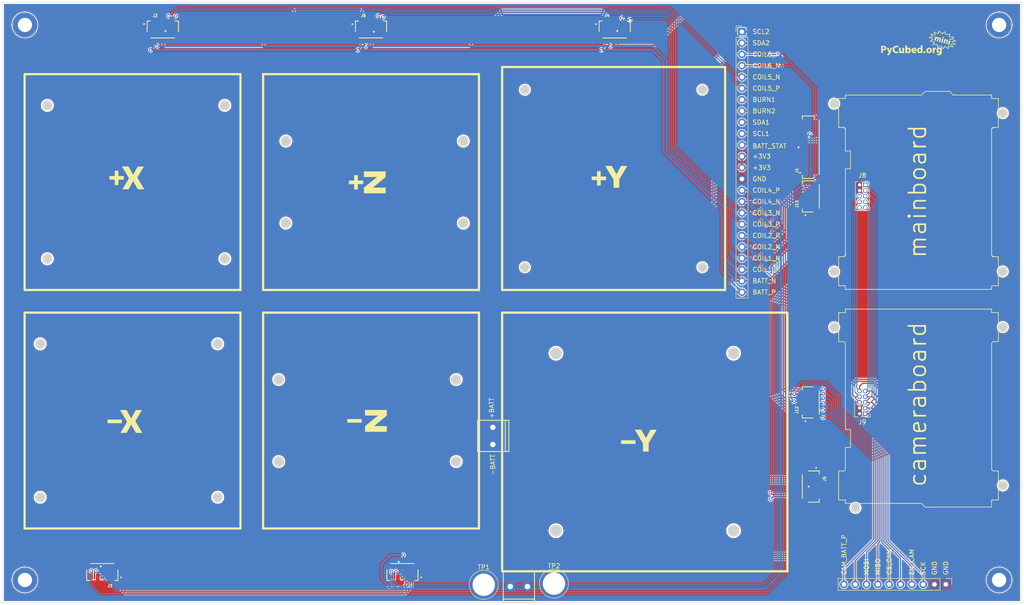
<source format=kicad_pcb>
(kicad_pcb (version 20211014) (generator pcbnew)
  (layers (0 "F.Cu" signal) (31 "B.Cu" signal) (34 "B.Paste" user) (35 "F.Paste" user) (36 "B.SilkS" user "B.Silkscreen") (37 "F.SilkS" user "F.Silkscreen") (38 "B.Mask" user) (39 "F.Mask" user) (44 "Edge.Cuts" user))
  (net 0 "")
  (net 1 "BATT_P")
  (net 2 "GND")
  (net 3 "CAM_P3")
  (net 4 "MOSI")
  (net 5 "SCK")
  (net 6 "MISO")
  (net 7 "EN_CAM")
  (net 8 "CS_CAM")
  (net 9 "CAM_P10")
  (net 10 "BATT_N")
  (net 11 "SDA2")
  (net 12 "SCL2")
  (net 14 "+3V3")
  (net 15 "COIL3_N")
  (net 16 "COIL3_P")
  (net 17 "SDA1")
  (net 18 "SCL1")
  (net 19 "COIL4_N")
  (net 20 "COIL4_P")
  (net 21 "BURN1")
  (net 22 "COIL5_N")
  (net 23 "COIL5_P")
  (net 25 "COIL6_N")
  (net 26 "COIL6_P")
  (net 28 "COIL1_N")
  (net 29 "COIL1_P")
  (net 30 "COIL2_N")
  (net 31 "COIL2_P")
  (net 32 "BURN2")
  (net 33 "BATT_STAT")
  (net 36 "CAM_BATT_P")
  (net 37 "BATT_NOSWITCH_P")
  (net 38 "BATT_NOSWITCH_N")
  (footprint "MountingHole:MountingHole_3.2mm_M3_DIN965_Pad" (layer "F.Cu") (at 252.207272 153.105505)
    (fp_text reference "H3" hide)
    (fp_text value "MountingHole")
  )
  (footprint "Connector_PinHeader_2.54mm:PinHeader_1x10_P2.54mm_Vertical" (layer "F.Cu") (at 240.264272 154.096105 -90)
    (fp_text reference "J11" hide)
    (fp_text value "Conn_01x10_Male")
  )
  (footprint "custom-footprints:ypanel" (layer "F.Cu") (at 111.561274 63.697505)
    (fp_text reference "Ref**" hide)
    (fp_text value "Val**" hide)
  )
  (footprint "Connector_PinSocket_1.27mm:PinSocket_2x05_P1.27mm_Vertical" (layer "F.Cu") (at 222.192092 64.507765)
    (fp_text reference "J8")
    (fp_text value "Conn_02x05_Odd_Even")
  )
  (footprint "Connector_PinHeader_1.27mm:PinHeader_2x05_P1.27mm_Vertical" (layer "F.Cu") (at 222.181932 115.823385 180)
    (fp_text reference "J9")
    (fp_text value "Conn_02x05_Odd_Even")
  )
  (footprint "X Label" (layer "F.Cu") (at 58.036591 64.459505)
    (fp_text reference "REF**" hide)
    (fp_text value "X Label" hide)
  )
  (footprint "custom-footprints:ypanel" (layer "F.Cu") (at 111.815274 117.17751)
    (fp_text reference "Ref**" hide)
    (fp_text value "Val**" hide)
  )
  (footprint "TestPoint:TestPoint_Plated_Hole_D5.0mm" (layer "F.Cu") (at 152.4 153.924)
    (fp_text reference "TP2")
    (fp_text value "TestPoint")
  )
  (footprint "custom-footprints:ypanel" (layer "F.Cu") (at 183.422269 63.646603)
    (fp_text reference "Ref**" hide)
    (fp_text value "Val**" hide)
  )
  (footprint "solarpanels:GCT_FFC2B28-10-G" (layer "F.Cu") (at 64.68273 29.661505)
    (fp_text reference "J2")
    (fp_text value "FFC2B28-10-G")
  )
  (footprint "TestPoint:TestPoint_Plated_Hole_D5.0mm" (layer "F.Cu") (at 136.652 154.178)
    (fp_text reference "TP1")
    (fp_text value "TestPoint")
  )
  (footprint "solarpanels:SCREWTERMINAL-3.5MM-2_LOCK" (layer "F.Cu") (at 142.776 154.586)
    (fp_text reference "J15" hide)
    (fp_text value "Screw_Terminal_01x02")
  )
  (footprint "Connector_PinHeader_2.54mm:PinHeader_1x24_P2.54mm_Vertical" (layer "F.Cu") (at 194.549272 30.169505)
    (fp_text reference "J10" hide)
    (fp_text value "Conn_01x24_Male")
  )
  (footprint "solarpanels:GCT_FFC2B28-10-G" (layer "F.Cu") (at 209.9818 132.16321 -90)
    (fp_text reference "J5")
    (fp_text value "FFC2B28-10-G")
  )
  (footprint "custom-footprints:ypanel" (layer "F.Cu") (at 190.026269 122.790605)
    (fp_text reference "Ref**" hide)
    (fp_text value "Val**" hide)
  )
  (footprint "custom-footprints:pycubed_mini_logo" (layer "F.Cu") (at 240.965264 32.201505)
    (fp_text reference "Ref**" hide)
    (fp_text value "Val**" hide)
  )
  (footprint "mainboard:GCT_FFC2B28-24-G" (layer "F.Cu") (at 209.9818 56.07751 90)
    (fp_text reference "J1")
    (fp_text value "FFC2B28-24-G")
  )
  (footprint "solarpanels:GCT_FFC2B28-10-G" (layer "F.Cu") (at 209.9818 113.28339 90)
    (fp_text reference "J12")
    (fp_text value "FFC2B28-10-G")
  )
  (footprint "solarpanels:SCREWTERMINAL-3.5MM-2_LOCK" (layer "F.Cu") (at 138.684 122.5498 90)
    (fp_text reference "J14" hide)
    (fp_text value "Screw_Terminal_01x02")
  )
  (footprint "solarpanels:GCT_FFC2B28-10-G" (layer "F.Cu") (at 51.111814 151.327505 180)
    (fp_text reference "J3")
    (fp_text value "FFC2B28-10-G")
  )
  (footprint "solarpanels:GCT_FFC2B28-10-G" (layer "F.Cu") (at 166.021516 29.661505)
    (fp_text reference "J4")
    (fp_text value "FFC2B28-10-G")
  )
  (footprint "solarpanels:GCT_FFC2B28-10-G" (layer "F.Cu") (at 111.378394 29.661505)
    (fp_text reference "J6")
    (fp_text value "FFC2B28-10-G")
  )
  (footprint "solarpanels:GCT_FFC2B28-10-G" (layer "F.Cu") (at 209.9818 67.1068 90)
    (fp_text reference "J13")
    (fp_text value "FFC2B28-10-G")
  )
  (footprint "solarpanels:GCT_FFC2B28-10-G" (layer "F.Cu") (at 118.420697 151.327505 180)
    (fp_text reference "J7")
    (fp_text value "FFC2B28-10-G")
  )
  (footprint "MountingHole:MountingHole_3.2mm_M3_DIN965_Pad" (layer "F.Cu") (at 33.767272 28.645505)
    (fp_text reference "H1" hide)
    (fp_text value "MountingHole")
  )
  (footprint "MountingHole:MountingHole_3.2mm_M3_DIN965_Pad" (layer "F.Cu") (at 33.767272 153.105505)
    (fp_text reference "H2" hide)
    (fp_text value "MountingHole")
  )
  (footprint "MountingHole:MountingHole_3.2mm_M3_DIN965_Pad" (layer "F.Cu") (at 252.207272 28.645505)
    (fp_text reference "H4" hide)
    (fp_text value "MountingHole")
  )
  (footprint "X Label" (layer "F.Cu") (at 57.598593 119.069505)
    (fp_text reference "REF**" hide)
    (fp_text value "X Label" hide)
  )
  (gr_line (start 250.53327 44.373496) (end 241.87327 44.373496) (layer "F.SilkS") (width 0.15))
  (gr_line (start 217.512831 51.720896) (end 217.492545 51.70789) (layer "F.SilkS") (width 0.15))
  (gr_line (start 250.605657 80.39477) (end 250.618662 80.415056) (layer "F.SilkS") (width 0.15))
  (gr_line (start 250.56361 51.96358) (end 250.555749 51.986812) (layer "F.SilkS") (width 0.15))
  (gr_line (start 217.733271 87.935503) (end 250.53327 87.935503) (layer "F.SilkS") (width 0.15))
  (gr_line (start 217.727515 52.059358) (end 217.723118 52.034736) (layer "F.SilkS") (width 0.15))
  (gr_line (start 250.679717 80.489055) (end 250.697082 80.50561) (layer "F.SilkS") (width 0.15))
  (gr_line (start 251.00754 51.636148) (end 250.982148 51.638078) (layer "F.SilkS") (width 0.15))
  (gr_line (start 33.697273 88.081505) (end 82.097272 88.081505) (layer "F.SilkS") (width 0.5))
  (gr_line (start 250.605656 51.876229) (end 250.593617 51.897167) (layer "F.SilkS") (width 0.15))
  (gr_line (start 217.358226 80.619762) (end 217.381953 80.613024) (layer "F.SilkS") (width 0.15))
  (gr_line (start 250.54088 93.1707) (end 250.54088 92.370701) (layer "F.SilkS") (width 0.15))
  (gr_line (start 250.679715 51.781944) (end 250.66316 51.799309) (layer "F.SilkS") (width 0.15))
  (gr_line (start 190.771272 88.081505) (end 190.771272 38.081505) (layer "F.SilkS") (width 0.5))
  (gr_line (start 217.660881 80.394771) (end 217.67292 80.373833) (layer "F.SilkS") (width 0.15))
  (gr_line (start 235.63127 43.535496) (end 234.79327 44.373496) (layer "F.SilkS") (width 0.15))
  (gr_line (start 250.535851 80.186622) (end 250.539031 80.211646) (layer "F.SilkS") (width 0.15))
  (gr_line (start 250.647446 80.453548) (end 250.663161 80.47169) (layer "F.SilkS") (width 0.15))
  (gr_line (start 217.532426 80.53617) (end 217.551315 80.521327) (layer "F.SilkS") (width 0.15))
  (gr_line (start 252.040877 128.670705) (end 251.040879 128.670705) (layer "F.SilkS") (width 0.15))
  (gr_line (start 250.957125 80.629739) (end 250.982148 80.632918) (layer "F.SilkS") (width 0.15))
  (gr_line (start 218.882329 56.905497) (end 218.882329 60.905498) (layer "F.SilkS") (width 0.15))
  (gr_line (start 250.753715 80.550109) (end 250.774002 80.563114) (layer "F.SilkS") (width 0.15))
  (gr_line (start 82.097272 141.561504) (end 33.697273 141.561504) (layer "F.SilkS") (width 0.5))
  (gr_line (start 217.492545 51.70789) (end 217.471606 51.695851) (layer "F.SilkS") (width 0.15))
  (gr_line (start 250.543428 52.03473) (end 250.539031 52.059352) (layer "F.SilkS") (width 0.15))
  (gr_line (start 250.632603 80.434659) (end 250.647446 80.453548) (layer "F.SilkS") (width 0.15))
  (gr_line (start 204.746274 151.161504) (end 204.746274 93.161505) (layer "F.SilkS") (width 0.5))
  (gr_line (start 250.572563 80.330124) (end 250.582576 80.352272) (layer "F.SilkS") (width 0.15))
  (gr_line (start 250.53327 87.1355) (end 252.03327 87.1355) (layer "F.SilkS") (width 0.15))
  (gr_line (start 87.177272 39.681505) (end 135.577272 39.681505) (layer "F.SilkS") (width 0.5))
  (gr_line (start 250.535852 52.084375) (end 250.533921 52.109767) (layer "F.SilkS") (width 0.15))
  (gr_line (start 250.774 51.707884) (end 250.753714 51.720889) (layer "F.SilkS") (width 0.15))
  (gr_line (start 251.03327 51.635497) (end 252.03327 51.635497) (layer "F.SilkS") (width 0.15))
  (gr_line (start 217.717535 52.010546) (end 217.710797 51.986819) (layer "F.SilkS") (width 0.15))
  (gr_line (start 250.56361 80.307418) (end 250.572563 80.330124) (layer "F.SilkS") (width 0.15))
  (gr_line (start 217.693975 80.330125) (end 217.702927 80.30742) (layer "F.SilkS") (width 0.15))
  (gr_line (start 217.492537 80.563116) (end 217.512823 80.550111) (layer "F.SilkS") (width 0.15))
  (gr_line (start 217.619101 51.817457) (end 217.603385 51.799315) (layer "F.SilkS") (width 0.15))
  (gr_line (start 217.381962 51.657982) (end 217.358235 51.651245) (layer "F.SilkS") (width 0.15))
  (gr_line (start 250.838646 51.67479) (end 250.816498 51.684803) (layer "F.SilkS") (width 0.15))
  (gr_line (start 250.555749 80.284186) (end 250.56361 80.307418) (layer "F.SilkS") (width 0.15))
  (gr_line (start 217.740869 135.170717) (end 217.740869 135.932717) (layer "F.SilkS") (width 0.15))
  (gr_line (start 216.240872 128.670705) (end 216.240872 135.170717) (layer "F.SilkS") (width 0.15))
  (gr_line (start 217.683962 80.352274) (end 217.693975 80.330125) (layer "F.SilkS") (width 0.15))
  (gr_line (start 217.471606 51.695851) (end 217.450047 51.684809) (layer "F.SilkS") (width 0.15))
  (gr_line (start 250.53327 80.1355) (end 250.53327 52.135497) (layer "F.SilkS") (width 0.15))
  (gr_arc (start 217.24087 99.670712) (mid 217.594422 99.817159) (end 217.740869 100.170711) (layer "F.SilkS") (width 0.15))
  (gr_line (start 217.66089 51.876236) (end 217.647884 51.855949) (layer "F.SilkS") (width 0.15))
  (gr_line (start 234.800881 135.932717) (end 235.638877 136.770714) (layer "F.SilkS") (width 0.15))
  (gr_line (start 250.54088 92.370701) (end 217.740869 92.370701) (layer "F.SilkS") (width 0.15))
  (gr_line (start 216.23327 80.6355) (end 216.23327 87.1355) (layer "F.SilkS") (width 0.15))
  (gr_arc (start 217.740869 128.170706) (mid 217.594422 128.524258) (end 217.24087 128.670705) (layer "F.SilkS") (width 0.15))
  (gr_line (start 218.882329 60.905498) (end 217.73327 60.905498) (layer "F.SilkS") (width 0.15))
  (gr_line (start 250.715224 80.521325) (end 250.734112 80.536169) (layer "F.SilkS") (width 0.15))
  (gr_line (start 217.512823 80.550111) (end 217.532426 80.53617) (layer "F.SilkS") (width 0.15))
  (gr_line (start 217.672929 51.897174) (end 217.66089 51.876236) (layer "F.SilkS") (width 0.15))
  (gr_line (start 250.908311 51.651238) (end 250.884584 51.657976) (layer "F.SilkS") (width 0.15))
  (gr_line (start 217.427899 51.674796) (end 217.405194 51.665843) (layer "F.SilkS") (width 0.15))
  (gr_line (start 250.734112 80.536169) (end 250.753715 80.550109) (layer "F.SilkS") (width 0.15))
  (gr_line (start 250.884585 80.613021) (end 250.908312 80.619759) (layer "F.SilkS") (width 0.15))
  (gr_line (start 241.10733 43.535496) (end 241.87327 44.373496) (layer "F.SilkS") (width 0.15))
  (gr_line (start 217.647884 51.855949) (end 217.633944 51.836346) (layer "F.SilkS") (width 0.15))
  (gr_line (start 217.73327 44.373496) (end 217.73327 45.135496) (layer "F.SilkS") (width 0.15))
  (gr_line (start 217.603377 80.471691) (end 217.619092 80.453549) (layer "F.SilkS") (width 0.15))
  (gr_line (start 87.177272 141.561505) (end 87.177272 93.161505) (layer "F.SilkS") (width 0.5))
  (gr_line (start 252.040877 99.670712) (end 252.040877 93.1707) (layer "F.SilkS") (width 0.15))
  (gr_line (start 252.03327 87.1355) (end 252.03327 80.6355) (layer "F.SilkS") (width 0.15))
  (gr_line (start 217.381953 80.613024) (end 217.405185 80.605163) (layer "F.SilkS") (width 0.15))
  (gr_line (start 190.771272 38.081505) (end 140.771272 38.081505) (layer "F.SilkS") (width 0.5))
  (gr_line (start 250.543428 80.236268) (end 250.549011 80.260459) (layer "F.SilkS") (width 0.15))
  (gr_line (start 135.577272 88.081505) (end 87.177272 88.081505) (layer "F.SilkS") (width 0.5))
  (gr_line (start 217.405185 80.605163) (end 217.427891 80.59621) (layer "F.SilkS") (width 0.15))
  (gr_line (start 252.03327 51.635497) (end 252.03327 45.135496) (layer "F.SilkS") (width 0.15))
  (gr_line (start 218.88994 123.400713) (end 217.740869 123.400713) (layer "F.SilkS") (width 0.15))
  (gr_line (start 250.582576 80.352272) (end 250.593618 80.373831) (layer "F.SilkS") (width 0.15))
  (gr_line (start 217.740869 92.370701) (end 217.740869 93.1707) (layer "F.SilkS") (width 0.15))
  (gr_line (start 250.884584 51.657976) (end 250.861352 51.665837) (layer "F.SilkS") (width 0.15))
  (gr_line (start 217.471598 80.575155) (end 217.492537 80.563116) (layer "F.SilkS") (width 0.15))
  (gr_line (start 250.982148 80.632918) (end 251.00754 80.634849) (layer "F.SilkS") (width 0.15))
  (gr_line (start 217.740869 135.932717) (end 234.800881 135.932717) (layer "F.SilkS") (width 0.15))
  (gr_line (start 250.908312 80.619759) (end 250.932503 80.625342) (layer "F.SilkS") (width 0.15))
  (gr_line (start 135.577272 141.561505) (end 87.177272 141.561505) (layer "F.SilkS") (width 0.5))
  (gr_line (start 217.723118 52.034736) (end 217.717535 52.010546) (layer "F.SilkS") (width 0.15))
  (gr_line (start 217.702936 51.963587) (end 217.693984 51.940881) (layer "F.SilkS") (width 0.15))
  (gr_line (start 135.577272 39.681505) (end 135.577272 88.081505) (layer "F.SilkS") (width 0.5))
  (gr_line (start 216.23327 87.1355) (end 217.73327 87.1355) (layer "F.SilkS") (width 0.15))
  (gr_line (start 250.555749 51.986812) (end 250.549011 52.010539) (layer "F.SilkS") (width 0.15))
  (gr_line (start 235.638877 136.770714) (end 250.54088 136.768377) (layer "F.SilkS") (width 0.15))
  (gr_line (start 216.240872 99.670712) (end 217.24087 99.670712) (layer "F.SilkS") (width 0.15))
  (gr_line (start 217.23327 80.6355) (end 216.23327 80.6355) (layer "F.SilkS") (width 0.15))
  (gr_line (start 87.177272 93.161505) (end 135.577272 93.161505) (layer "F.SilkS") (width 0.5))
  (gr_line (start 250.53327 45.135496) (end 250.53327 44.373496) (layer "F.SilkS") (width 0.15))
  (gr_line (start 217.358235 51.651245) (end 217.334044 51.645662) (layer "F.SilkS") (width 0.15))
  (gr_line (start 217.740869 100.170711) (end 217.740869 119.400696) (layer "F.SilkS") (width 0.15))
  (gr_line (start 217.693984 51.940881) (end 217.683971 51.918733) (layer "F.SilkS") (width 0.15))
  (gr_line (start 250.593618 80.373831) (end 250.605657 80.39477) (layer "F.SilkS") (width 0.15))
  (gr_line (start 140.771272 38.081505) (end 140.771272 88.081505) (layer "F.SilkS") (width 0.5))
  (gr_line (start 204.746274 93.161505) (end 140.771272 93.161505) (layer "F.SilkS") (width 0.5))
  (gr_line (start 217.647876 80.415058) (end 217.660881 80.394771) (layer "F.SilkS") (width 0.15))
  (gr_line (start 217.740869 119.400696) (end 218.88994 119.400696) (layer "F.SilkS") (width 0.15))
  (gr_line (start 217.727506 80.211648) (end 217.730685 80.186625) (layer "F.SilkS") (width 0.15))
  (gr_line (start 217.710797 51.986819) (end 217.702936 51.963587) (layer "F.SilkS") (width 0.15))
  (gr_line (start 250.539031 80.211646) (end 250.543428 80.236268) (layer "F.SilkS") (width 0.15))
  (gr_line (start 217.58683 51.78195) (end 217.569465 51.765395) (layer "F.SilkS") (width 0.15))
  (gr_line (start 234.79327 44.373496) (end 217.73327 44.373496) (layer "F.SilkS") (width 0.15))
  (gr_line (start 217.309422 51.641264) (end 217.284399 51.638085) (layer "F.SilkS") (width 0.15))
  (gr_line (start 217.450047 51.684809) (end 217.427899 51.674796) (layer "F.SilkS") (width 0.15))
  (gr_line (start 87.177272 88.081505) (end 87.177272 39.681505) (layer "F.SilkS") (width 0.5))
  (gr_line (start 250.838648 80.596208) (end 250.861353 80.60516) (layer "F.SilkS") (width 0.15))
  (gr_line (start 250.957124 51.641258) (end 250.932502 51.645655) (layer "F.SilkS") (width 0.15))
  (gr_line (start 250.753714 51.720889) (end 250.734111 51.73483) (layer "F.SilkS") (width 0.15))
  (gr_line (start 250.53327 80.1355) (end 250.533921 80.16123) (layer "F.SilkS") (width 0.15))
  (gr_line (start 217.67292 80.373833) (end 217.683962 80.352274) (layer "F.SilkS") (width 0.15))
  (gr_line (start 217.740869 93.1707) (end 216.240872 93.1707) (layer "F.SilkS") (width 0.15))
  (gr_line (start 217.334044 51.645662) (end 217.309422 51.641264) (layer "F.SilkS") (width 0.15))
  (gr_line (start 216.240872 93.1707) (end 216.240872 99.670712) (layer "F.SilkS") (width 0.15))
  (gr_line (start 250.582575 51.918726) (end 250.572562 51.940875) (layer "F.SilkS") (width 0.15))
  (gr_line (start 217.619092 80.453549) (end 217.633936 80.434661) (layer "F.SilkS") (width 0.15))
  (gr_line (start 252.040877 93.1707) (end 250.54088 93.1707) (layer "F.SilkS") (width 0.15))
  (gr_line (start 217.73327 45.135496) (end 216.23327 45.135496) (layer "F.SilkS") (width 0.15))
  (gr_line (start 250.794939 51.695845) (end 250.774 51.707884) (layer "F.SilkS") (width 0.15))
  (gr_line (start 82.097272 93.161505) (end 33.697273 93.161505) (layer "F.SilkS") (width 0.5))
  (gr_line (start 251.03327 51.635497) (end 251.00754 51.636148) (layer "F.SilkS") (width 0.15))
  (gr_line (start 217.73327 52.135497) (end 217.73327 56.905497) (layer "F.SilkS") (width 0.15))
  (gr_line (start 217.633944 51.836346) (end 217.619101 51.817457) (layer "F.SilkS") (width 0.15))
  (gr_line (start 140.771272 151.161504) (end 204.746274 151.161504) (layer "F.SilkS") (width 0.5))
  (gr_line (start 216.23327 45.135496) (end 216.23327 51.635497) (layer "F.SilkS") (width 0.15))
  (gr_line (start 252.03327 80.6355) (end 251.03327 80.6355) (layer "F.SilkS") (width 0.15))
  (gr_line (start 217.73327 56.905497) (end 218.882329 56.905497) (layer "F.SilkS") (width 0.15))
  (gr_line (start 140.771272 151.161504) (end 140.771272 93.161505) (layer "F.SilkS") (width 0.5))
  (gr_line (start 250.533921 52.109767) (end 250.53327 52.135497) (layer "F.SilkS") (width 0.15))
  (gr_line (start 217.733276 52.135503) (end 217.732625 52.109773) (layer "F.SilkS") (width 0.15))
  (gr_line (start 250.982148 51.638078) (end 250.957124 51.641258) (layer "F.SilkS") (width 0.15))
  (gr_line (start 217.569465 51.765395) (end 217.551323 51.749679) (layer "F.SilkS") (width 0.15))
  (gr_line (start 250.66316 51.799309) (end 250.647445 51.817451) (layer "F.SilkS") (width 0.15))
  (gr_line (start 252.03327 45.135496) (end 250.53327 45.135496) (layer "F.SilkS") (width 0.15))
  (gr_line (start 217.24087 128.670705) (end 216.240872 128.670705) (layer "F.SilkS") (width 0.15))
  (gr_line (start 217.702927 80.30742) (end 217.710788 80.284188) (layer "F.SilkS") (width 0.15))
  (gr_line (start 252.040877 135.170717) (end 252.040877 128.670705) (layer "F.SilkS") (width 0.15))
  (gr_line (start 217.73327 60.905498) (end 217.73327 80.1355) (layer "F.SilkS") (width 0.15))
  (gr_line (start 217.284389 80.632922) (end 217.309413 80.629742) (layer "F.SilkS") (width 0.15))
  (gr_line (start 216.240872 135.170717) (end 217.740869 135.170717) (layer "F.SilkS") (width 0.15))
  (gr_line (start 250.572562 51.940875) (end 250.56361 51.96358) (layer "F.SilkS") (width 0.15))
  (gr_line (start 250.54088 136.768377) (end 250.54088 135.170717) (layer "F.SilkS") (width 0.15))
  (gr_line (start 217.723109 80.23627) (end 217.727506 80.211648) (layer "F.SilkS") (width 0.15))
  (gr_line (start 217.405194 51.665843) (end 217.381962 51.657982) (layer "F.SilkS") (width 0.15))
  (gr_line (start 217.284399 51.638085) (end 217.259007 51.636154) (layer "F.SilkS") (width 0.15))
  (gr_line (start 250.715222 51.749673) (end 250.69708 51.765388) (layer "F.SilkS") (width 0.15))
  (gr_line (start 217.259007 51.636154) (end 217.233277 51.635503) (layer "F.SilkS") (width 0.15))
  (gr_line (start 250.618661 51.855942) (end 250.605656 51.876229) (layer "F.SilkS") (width 0.15))
  (gr_line (start 250.69708 51.765388) (end 250.679715 51.781944) (layer "F.SilkS") (width 0.15))
  (gr_line (start 33.697273 39.681506) (end 82.097272 39.681506) (layer "F.SilkS") (width 0.5))
  (gr_line (start 250.647445 51.817451) (end 250.632601 51.836339) (layer "F.SilkS") (width 0.15))
  (gr_line (start 217.710788 80.284188) (end 217.717526 80.260461) (layer "F.SilkS") (width 0.15))
  (gr_line (start 250.774002 80.563114) (end 250.79494 80.575153) (layer "F.SilkS") (width 0.15))
  (gr_line (start 217.73327 87.1355) (end 217.733271 87.935503) (layer "F.SilkS") (width 0.15))
  (gr_line (start 217.427891 80.59621) (end 217.450039 80.586197) (layer "F.SilkS") (width 0.15))
  (gr_line (start 250.861353 80.60516) (end 250.884585 80.613021) (layer "F.SilkS") (width 0.15))
  (gr_line (start 135.577272 93.161505) (end 135.577272 141.561505) (layer "F.SilkS") (width 0.5))
  (gr_line (start 250.632601 51.836339) (end 250.618661 51.855942) (layer "F.SilkS") (width 0.15))
  (gr_line (start 140.771272 88.081505) (end 190.771272 88.081505) (layer "F.SilkS") (width 0.5))
  (gr_line (start 216.23327 51.635497) (end 217.23327 51.635497) (layer "F.SilkS") (width 0.15))
  (gr_line (start 217.730685 80.186625) (end 217.732616 80.161233) (layer "F.SilkS") (width 0.15))
  (gr_line (start 217.233267 80.635503) (end 217.258997 80.634852) (layer "F.SilkS") (width 0.15))
  (gr_line (start 217.569457 80.505612) (end 217.586822 80.489056) (layer "F.SilkS") (width 0.15))
  (gr_line (start 241.10733 43.535496) (end 235.63127 43.535496) (layer "F.SilkS") (width 0.15))
  (gr_line (start 217.633936 80.434661) (end 217.647876 80.415058) (layer "F.SilkS") (width 0.15))
  (gr_line (start 250.53327 87.935503) (end 250.53327 87.1355) (layer "F.SilkS") (width 0.15))
  (gr_line (start 217.732616 80.161233) (end 217.733267 80.135503) (layer "F.SilkS") (width 0.15))
  (gr_line (start 251.040879 99.670712) (end 252.040877 99.670712) (layer "F.SilkS") (width 0.15))
  (gr_line (start 250.593617 51.897167) (end 250.582575 51.918726) (layer "F.SilkS") (width 0.15))
  (gr_line (start 217.309413 80.629742) (end 217.334035 80.625345) (layer "F.SilkS") (width 0.15))
  (gr_line (start 33.697273 141.561504) (end 33.697273 93.161505) (layer "F.SilkS") (width 0.5))
  (gr_line (start 217.740869 123.400713) (end 217.740869 128.170706) (layer "F.SilkS") (width 0.15))
  (gr_line (start 217.551323 51.749679) (end 217.532435 51.734836) (layer "F.SilkS") (width 0.15))
  (gr_line (start 217.732625 52.109773) (end 217.730695 52.084381) (layer "F.SilkS") (width 0.15))
  (gr_line (start 217.551315 80.521327) (end 217.569457 80.505612) (layer "F.SilkS") (width 0.15))
  (gr_line (start 217.450039 80.586197) (end 217.471598 80.575155) (layer "F.SilkS") (width 0.15))
  (gr_arc (start 250.54088 100.170711) (mid 250.687325 99.817157) (end 251.040879 99.670712) (layer "F.SilkS") (width 0.15))
  (gr_line (start 250.79494 80.575153) (end 250.816499 80.586195) (layer "F.SilkS") (width 0.15))
  (gr_line (start 250.618662 80.415056) (end 250.632603 80.434659) (layer "F.SilkS") (width 0.15))
  (gr_line (start 250.54088 135.170717) (end 252.040877 135.170717) (layer "F.SilkS") (width 0.15))
  (gr_line (start 217.730695 52.084381) (end 217.727515 52.059358) (layer "F.SilkS") (width 0.15))
  (gr_line (start 250.816499 80.586195) (end 250.838648 80.596208) (layer "F.SilkS") (width 0.15))
  (gr_line (start 217.532435 51.734836) (end 217.512831 51.720896) (layer "F.SilkS") (width 0.15))
  (gr_line (start 217.586822 80.489056) (end 217.603377 80.471691) (layer "F.SilkS") (width 0.15))
  (gr_line (start 250.697082 80.50561) (end 250.715224 80.521325) (layer "F.SilkS") (width 0.15))
  (gr_line (start 217.334035 80.625345) (end 217.358226 80.619762) (layer "F.SilkS") (width 0.15))
  (gr_line (start 217.683971 51.918733) (end 217.672929 51.897174) (layer "F.SilkS") (width 0.15))
  (gr_line (start 217.717526 80.260461) (end 217.723109 80.23627) (layer "F.SilkS") (width 0.15))
  (gr_line (start 250.932503 80.625342) (end 250.957125 80.629739) (layer "F.SilkS") (width 0.15))
  (gr_arc (start 251.040879 128.670705) (mid 250.687323 128.524262) (end 250.54088 128.170706) (layer "F.SilkS") (width 0.15))
  (gr_line (start 217.258997 80.634852) (end 217.284389 80.632922) (layer "F.SilkS") (width 0.15))
  (gr_line (start 82.097272 93.161505) (end 82.097272 141.561504) (layer "F.SilkS") (width 0.5))
  (gr_line (start 218.88994 119.400696) (end 218.88994 123.400713) (layer "F.SilkS") (width 0.15))
  (gr_line (start 250.539031 52.059352) (end 250.535852 52.084375) (layer "F.SilkS") (width 0.15))
  (gr_line (start 250.549011 52.010539) (end 250.543428 52.03473) (layer "F.SilkS") (width 0.15))
  (gr_line (start 250.663161 80.47169) (end 250.679717 80.489055) (layer "F.SilkS") (width 0.15))
  (gr_line (start 250.734111 51.73483) (end 250.715222 51.749673) (layer "F.SilkS") (width 0.15))
  (gr_line (start 82.097272 39.681506) (end 82.097272 88.081505) (layer "F.SilkS") (width 0.5))
  (gr_line (start 250.54088 128.170706) (end 250.54088 100.170711) (layer "F.SilkS") (width 0.15))
  (gr_line (start 250.932502 51.645655) (end 250.908311 51.651238) (layer "F.SilkS") (width 0.15))
  (gr_line (start 33.697273 88.081505) (end 33.697273 39.681506) (layer "F.SilkS") (width 0.5))
  (gr_line (start 251.00754 80.634849) (end 251.03327 80.6355) (layer "F.SilkS") (width 0.15))
  (gr_line (start 250.533921 80.16123) (end 250.535851 80.186622) (layer "F.SilkS") (width 0.15))
  (gr_line (start 217.603385 51.799315) (end 217.58683 51.78195) (layer "F.SilkS") (width 0.15))
  (gr_line (start 250.861352 51.665837) (end 250.838646 51.67479) (layer "F.SilkS") (width 0.15))
  (gr_line (start 250.816498 51.684803) (end 250.794939 51.695845) (layer "F.SilkS") (width 0.15))
  (gr_line (start 250.549011 80.260459) (end 250.555749 80.284186) (layer "F.SilkS") (width 0.15))
  (gr_poly (pts (xy 36.09727 100.161505) (xy 36.098702 100.104899) (xy 36.10295 100.049036) (xy 36.109945 99.993986) (xy 36.119619 99.939816) (xy 36.131902 99.886597) (xy 36.146724 99.834398) (xy 36.164018 99.783288) (xy 36.183714 99.733335) (xy 36.205743 99.684609) (xy 36.230035 99.637179) (xy 36.256522 99.591114) (xy 36.285134 99.546483) (xy 36.315802 99.503356) (xy 36.348458 99.461802) (xy 36.383032 99.421888) (xy 36.419454 99.383686) (xy 36.457656 99.347264) (xy 36.49757 99.31269) (xy 36.539124 99.280034) (xy 36.582251 99.249366) (xy 36.626882 99.220754) (xy 36.672947 99.194267) (xy 36.720377 99.169975) (xy 36.769103 99.147946) (xy 36.819056 99.12825) (xy 36.870166 99.110956) (xy 36.922365 99.096134) (xy 36.975584 99.083851) (xy 37.029754 99.074177) (xy 37.084804 99.067182) (xy 37.140667 99.062934) (xy 37.197273 99.061502) (xy 37.253878 99.062934) (xy 37.309741 99.067182) (xy 37.364791 99.074177) (xy 37.41896 99.083851) (xy 37.472179 99.096134) (xy 37.524378 99.110956) (xy 37.575488 99.12825) (xy 37.625441 99.147946) (xy 37.674166 99.169975) (xy 37.721596 99.194267) (xy 37.767661 99.220754) (xy 37.812291 99.249366) (xy 37.855418 99.280034) (xy 37.896973 99.31269) (xy 37.936886 99.347264) (xy 37.975088 99.383686) (xy 38.011511 99.421888) (xy 38.046084 99.461802) (xy 38.07874 99.503356) (xy 38.109408 99.546483) (xy 38.13802 99.591114) (xy 38.164507 99.637179) (xy 38.188799 99.684609) (xy 38.210828 99.733335) (xy 38.230523 99.783288) (xy 38.247817 99.834398) (xy 38.26264 99.886597) (xy 38.274923 99.939816) (xy 38.284597 99.993986) (xy 38.291592 100.049036) (xy 38.29584 100.104899) (xy 38.297271 100.161505) (xy 38.29584 100.21811) (xy 38.291592 100.273973) (xy 38.284597 100.329023) (xy 38.274923 100.383192) (xy 38.26264 100.436411) (xy 38.247817 100.48861) (xy 38.230523 100.53972) (xy 38.210828 100.589673) (xy 38.188799 100.638398) (xy 38.164507 100.685828) (xy 38.13802 100.731893) (xy 38.109408 100.776523) (xy 38.07874 100.81965) (xy 38.046084 100.861205) (xy 38.011511 100.901118) (xy 37.975088 100.93932) (xy 37.936886 100.975743) (xy 37.896973 101.010316) (xy 37.855418 101.042972) (xy 37.812291 101.07364) (xy 37.767661 101.102252) (xy 37.721596 101.128739) (xy 37.674166 101.153031) (xy 37.625441 101.17506) (xy 37.575488 101.194755) (xy 37.524378 101.212049) (xy 37.472179 101.226872) (xy 37.41896 101.239155) (xy 37.364791 101.248829) (xy 37.309741 101.255824) (xy 37.253878 101.260072) (xy 37.197273 101.261503) (xy 37.140667 101.260072) (xy 37.084804 101.255824) (xy 37.029754 101.248829) (xy 36.975584 101.239155) (xy 36.922365 101.226872) (xy 36.870166 101.212049) (xy 36.819056 101.194755) (xy 36.769103 101.17506) (xy 36.720377 101.153031) (xy 36.672947 101.128739) (xy 36.626882 101.102252) (xy 36.582251 101.07364) (xy 36.539124 101.042972) (xy 36.49757 101.010316) (xy 36.457656 100.975743) (xy 36.419454 100.93932) (xy 36.383032 100.901118) (xy 36.348458 100.861205) (xy 36.315802 100.81965) (xy 36.285134 100.776523) (xy 36.256522 100.731893) (xy 36.230035 100.685828) (xy 36.205743 100.638398) (xy 36.183714 100.589673) (xy 36.164018 100.53972) (xy 36.146724 100.48861) (xy 36.131902 100.436411) (xy 36.119619 100.383192) (xy 36.109945 100.329023) (xy 36.10295 100.273973) (xy 36.098702 100.21811) (xy 36.09727 100.161505)) (layer "Edge.Cuts") (width 0.05) (fill solid))
  (gr_poly (pts (xy 129.377272 126.561505) (xy 129.378703 126.504899) (xy 129.382951 126.449036) (xy 129.389946 126.393986) (xy 129.39962 126.339816) (xy 129.411903 126.286598) (xy 129.426726 126.234399) (xy 129.44402 126.183288) (xy 129.463715 126.133335) (xy 129.485744 126.084609) (xy 129.510036 126.03718) (xy 129.536523 125.991115) (xy 129.565135 125.946484) (xy 129.595803 125.903357) (xy 129.628459 125.861803) (xy 129.663032 125.82189) (xy 129.699455 125.783687) (xy 129.737657 125.747265) (xy 129.77757 125.712691) (xy 129.819125 125.680036) (xy 129.862252 125.649367) (xy 129.906882 125.620755) (xy 129.952947 125.594269) (xy 130.000377 125.569976) (xy 130.049103 125.547948) (xy 130.099055 125.528252) (xy 130.150166 125.510958) (xy 130.202365 125.496135) (xy 130.255584 125.483852) (xy 130.309753 125.474179) (xy 130.364804 125.467183) (xy 130.420666 125.462936) (xy 130.477272 125.461504) (xy 130.533878 125.462936) (xy 130.589741 125.467183) (xy 130.644791 125.474179) (xy 130.69896 125.483852) (xy 130.752179 125.496135) (xy 130.804378 125.510958) (xy 130.855489 125.528252) (xy 130.905442 125.547948) (xy 130.954168 125.569976) (xy 131.001597 125.594269) (xy 131.047662 125.620755) (xy 131.092293 125.649367) (xy 131.13542 125.680036) (xy 131.176974 125.712691) (xy 131.216887 125.747265) (xy 131.255089 125.783687) (xy 131.291512 125.82189) (xy 131.326086 125.861803) (xy 131.358741 125.903357) (xy 131.389409 125.946484) (xy 131.418021 125.991115) (xy 131.444508 126.03718) (xy 131.4688 126.084609) (xy 131.490829 126.133335) (xy 131.510524 126.183288) (xy 131.527818 126.234399) (xy 131.542641 126.286598) (xy 131.554924 126.339816) (xy 131.564598 126.393986) (xy 131.571593 126.449036) (xy 131.575841 126.504899) (xy 131.577272 126.561505) (xy 131.575841 126.61811) (xy 131.571593 126.673973) (xy 131.564598 126.729024) (xy 131.554924 126.783193) (xy 131.542641 126.836412) (xy 131.527818 126.888611) (xy 131.510524 126.939722) (xy 131.490829 126.989674) (xy 131.4688 127.0384) (xy 131.444508 127.08583) (xy 131.418021 127.131895) (xy 131.389409 127.176525) (xy 131.358741 127.219652) (xy 131.326086 127.261207) (xy 131.291512 127.30112) (xy 131.255089 127.339322) (xy 131.216887 127.375745) (xy 131.176974 127.410318) (xy 131.13542 127.442974) (xy 131.092293 127.473642) (xy 131.047662 127.502254) (xy 131.001597 127.528741) (xy 130.954168 127.553033) (xy 130.905442 127.575062) (xy 130.855489 127.594757) (xy 130.804378 127.612051) (xy 130.752179 127.626874) (xy 130.69896 127.639157) (xy 130.644791 127.648831) (xy 130.589741 127.655826) (xy 130.533878 127.660074) (xy 130.477272 127.661505) (xy 130.420666 127.660074) (xy 130.364804 127.655826) (xy 130.309753 127.648831) (xy 130.255584 127.639157) (xy 130.202365 127.626874) (xy 130.150166 127.612051) (xy 130.099055 127.594757) (xy 130.049103 127.575062) (xy 130.000377 127.553033) (xy 129.952947 127.528741) (xy 129.906882 127.502254) (xy 129.862252 127.473642) (xy 129.819125 127.442974) (xy 129.77757 127.410318) (xy 129.737657 127.375745) (xy 129.699455 127.339322) (xy 129.663032 127.30112) (xy 129.628459 127.261207) (xy 129.595803 127.219652) (xy 129.565135 127.176525) (xy 129.536523 127.131895) (xy 129.510036 127.08583) (xy 129.485744 127.0384) (xy 129.463715 126.989674) (xy 129.44402 126.939722) (xy 129.426726 126.888611) (xy 129.411903 126.836412) (xy 129.39962 126.783193) (xy 129.389946 126.729024) (xy 129.382951 126.673973) (xy 129.378703 126.61811) (xy 129.377272 126.561505)) (layer "Edge.Cuts") (width 0.2) (fill solid))
  (gr_poly (pts (xy 133.17727 54.681505) (xy 133.175839 54.738111) (xy 133.171591 54.793974) (xy 133.164596 54.849024) (xy 133.154922 54.903194) (xy 133.14264 54.956412) (xy 133.127817 55.008611) (xy 133.110523 55.059722) (xy 133.090827 55.109675) (xy 133.068799 55.158401) (xy 133.044507 55.20583) (xy 133.01802 55.251895) (xy 132.989408 55.296526) (xy 132.95874 55.339653) (xy 132.926085 55.381207) (xy 132.891511 55.42112) (xy 132.855089 55.459323) (xy 132.816887 55.495745) (xy 132.776974 55.530319) (xy 132.735419 55.562974) (xy 132.692292 55.593643) (xy 132.647662 55.622255) (xy 132.601597 55.648741) (xy 132.554167 55.673034) (xy 132.505441 55.695062) (xy 132.455489 55.714758) (xy 132.404378 55.732052) (xy 132.352179 55.746875) (xy 132.29896 55.759158) (xy 132.244791 55.768831) (xy 132.189741 55.775827) (xy 132.133878 55.780074) (xy 132.077272 55.781506) (xy 132.020666 55.780074) (xy 131.964803 55.775827) (xy 131.909753 55.768831) (xy 131.855584 55.759158) (xy 131.802365 55.746875) (xy 131.750166 55.732052) (xy 131.699055 55.714758) (xy 131.649103 55.695062) (xy 131.600377 55.673034) (xy 131.552947 55.648741) (xy 131.506882 55.622255) (xy 131.462252 55.593643) (xy 131.419125 55.562974) (xy 131.37757 55.530319) (xy 131.337657 55.495745) (xy 131.299455 55.459323) (xy 131.263033 55.42112) (xy 131.228459 55.381207) (xy 131.195804 55.339653) (xy 131.165136 55.296526) (xy 131.136524 55.251895) (xy 131.110037 55.20583) (xy 131.085745 55.158401) (xy 131.063717 55.109675) (xy 131.044021 55.059722) (xy 131.026727 55.008611) (xy 131.011904 54.956412) (xy 130.999622 54.903194) (xy 130.989948 54.849024) (xy 130.982953 54.793974) (xy 130.978705 54.738111) (xy 130.977274 54.681505) (xy 130.978705 54.6249) (xy 130.982953 54.569037) (xy 130.989948 54.513986) (xy 130.999622 54.459817) (xy 131.011904 54.406598) (xy 131.026727 54.354399) (xy 131.044021 54.303288) (xy 131.063717 54.253336) (xy 131.085745 54.20461) (xy 131.110037 54.15718) (xy 131.136524 54.111115) (xy 131.165136 54.066485) (xy 131.195804 54.023358) (xy 131.228459 53.981803) (xy 131.263033 53.94189) (xy 131.299455 53.903688) (xy 131.337657 53.867265) (xy 131.37757 53.832692) (xy 131.419125 53.800036) (xy 131.462252 53.769368) (xy 131.506882 53.740756) (xy 131.552947 53.714269) (xy 131.600377 53.689977) (xy 131.649103 53.667948) (xy 131.699055 53.648253) (xy 131.750166 53.630959) (xy 131.802365 53.616136) (xy 131.855584 53.603853) (xy 131.909753 53.594179) (xy 131.964803 53.587184) (xy 132.020666 53.582936) (xy 132.077272 53.581505) (xy 132.133878 53.582936) (xy 132.189741 53.587184) (xy 132.244791 53.594179) (xy 132.29896 53.603853) (xy 132.352179 53.616136) (xy 132.404378 53.630959) (xy 132.455489 53.648253) (xy 132.505441 53.667948) (xy 132.554167 53.689977) (xy 132.601597 53.714269) (xy 132.647662 53.740756) (xy 132.692292 53.769368) (xy 132.735419 53.800036) (xy 132.776974 53.832692) (xy 132.816887 53.867265) (xy 132.855089 53.903688) (xy 132.891511 53.94189) (xy 132.926085 53.981803) (xy 132.95874 54.023358) (xy 132.989408 54.066485) (xy 133.01802 54.111115) (xy 133.044507 54.15718) (xy 133.068799 54.20461) (xy 133.090827 54.253336) (xy 133.110523 54.303288) (xy 133.127817 54.354399) (xy 133.14264 54.406598) (xy 133.154922 54.459817) (xy 133.164596 54.513986) (xy 133.171591 54.569037) (xy 133.175839 54.6249) (xy 133.17727 54.681505)) (layer "Edge.Cuts") (width 0.2) (fill solid))
  (gr_poly (pts (xy 216.225305 96.449645) (xy 216.224003 96.501104) (xy 216.220142 96.551889) (xy 216.213782 96.601935) (xy 216.204988 96.651179) (xy 216.193822 96.69956) (xy 216.180346 96.747014) (xy 216.164625 96.793478) (xy 216.146719 96.838889) (xy 216.126694 96.883186) (xy 216.10461 96.926304) (xy 216.080531 96.968181) (xy 216.05452 97.008754) (xy 216.02664 97.04796) (xy 215.996953 97.085737) (xy 215.965522 97.122022) (xy 215.932411 97.156751) (xy 215.897682 97.189862) (xy 215.861397 97.221293) (xy 215.82362 97.25098) (xy 215.784414 97.27886) (xy 215.743841 97.304871) (xy 215.701964 97.32895) (xy 215.658846 97.351034) (xy 215.614549 97.371059) (xy 215.569138 97.388965) (xy 215.522674 97.404686) (xy 215.47522 97.418162) (xy 215.426839 97.429328) (xy 215.377595 97.438122) (xy 215.327549 97.444482) (xy 215.276764 97.448343) (xy 215.225305 97.449645) (xy 215.173845 97.448343) (xy 215.12306 97.444482) (xy 215.073015 97.438122) (xy 215.02377 97.429328) (xy 214.975389 97.418162) (xy 214.927935 97.404686) (xy 214.881471 97.388965) (xy 214.83606 97.371059) (xy 214.791763 97.351034) (xy 214.748645 97.32895) (xy 214.706768 97.304871) (xy 214.666195 97.27886) (xy 214.626989 97.25098) (xy 214.589212 97.221293) (xy 214.552927 97.189862) (xy 214.518198 97.156751) (xy 214.485087 97.122022) (xy 214.453656 97.085737) (xy 214.423969 97.04796) (xy 214.396089 97.008754) (xy 214.370078 96.968181) (xy 214.345999 96.926304) (xy 214.323915 96.883186) (xy 214.30389 96.838889) (xy 214.285984 96.793478) (xy 214.270263 96.747014) (xy 214.256787 96.69956) (xy 214.245621 96.651179) (xy 214.236827 96.601935) (xy 214.230467 96.551889) (xy 214.226606 96.501104) (xy 214.225305 96.449645) (xy 214.226606 96.398185) (xy 214.230467 96.3474) (xy 214.236827 96.297355) (xy 214.245621 96.24811) (xy 214.256787 96.199729) (xy 214.270263 96.152275) (xy 214.285984 96.105811) (xy 214.30389 96.0604) (xy 214.323915 96.016103) (xy 214.345999 95.972985) (xy 214.370078 95.931108) (xy 214.396089 95.890535) (xy 214.423969 95.851329) (xy 214.453656 95.813552) (xy 214.485087 95.777267) (xy 214.518198 95.742538) (xy 214.552927 95.709427) (xy 214.589212 95.677996) (xy 214.626989 95.648309) (xy 214.666195 95.620429) (xy 214.706768 95.594418) (xy 214.748645 95.570339) (xy 214.791763 95.548255) (xy 214.83606 95.52823) (xy 214.881471 95.510324) (xy 214.927935 95.494603) (xy 214.975389 95.481127) (xy 215.02377 95.469961) (xy 215.073015 95.461167) (xy 215.12306 95.454807) (xy 215.173845 95.450946) (xy 215.225305 95.449645) (xy 215.276764 95.450946) (xy 215.327549 95.454807) (xy 215.377595 95.461167) (xy 215.426839 95.469961) (xy 215.47522 95.481127) (xy 215.522674 95.494603) (xy 215.569138 95.510324) (xy 215.614549 95.52823) (xy 215.658846 95.548255) (xy 215.701964 95.570339) (xy 215.743841 95.594418) (xy 215.784414 95.620429) (xy 215.82362 95.648309) (xy 215.861397 95.677996) (xy 215.897682 95.709427) (xy 215.932411 95.742538) (xy 215.965522 95.777267) (xy 215.996953 95.813552) (xy 216.02664 95.851329) (xy 216.05452 95.890535) (xy 216.080531 95.931108) (xy 216.10461 95.972985) (xy 216.126694 96.016103) (xy 216.146719 96.0604) (xy 216.164625 96.105811) (xy 216.180346 96.152275) (xy 216.193822 96.199729) (xy 216.204988 96.24811) (xy 216.213782 96.297355) (xy 216.220142 96.3474) (xy 216.224003 96.398185) (xy 216.225305 96.449645)) (layer "Edge.Cuts") (width 0.25) (fill solid))
  (gr_poly (pts (xy 254.04365 83.931905) (xy 254.042348 83.983364) (xy 254.038487 84.034149) (xy 254.032127 84.084195) (xy 254.023333 84.133439) (xy 254.012167 84.18182) (xy 253.998691 84.229274) (xy 253.98297 84.275738) (xy 253.965064 84.321149) (xy 253.945039 84.365446) (xy 253.922955 84.408564) (xy 253.898876 84.450441) (xy 253.872865 84.491014) (xy 253.844985 84.53022) (xy 253.815298 84.567997) (xy 253.783867 84.604282) (xy 253.750756 84.639011) (xy 253.716027 84.672122) (xy 253.679742 84.703553) (xy 253.641965 84.73324) (xy 253.602759 84.76112) (xy 253.562186 84.787131) (xy 253.520309 84.81121) (xy 253.477191 84.833294) (xy 253.432894 84.853319) (xy 253.387483 84.871225) (xy 253.341019 84.886946) (xy 253.293565 84.900422) (xy 253.245184 84.911588) (xy 253.19594 84.920382) (xy 253.145894 84.926742) (xy 253.095109 84.930603) (xy 253.04365 84.931905) (xy 252.99219 84.930603) (xy 252.941405 84.926742) (xy 252.89136 84.920382) (xy 252.842115 84.911588) (xy 252.793734 84.900422) (xy 252.74628 84.886946) (xy 252.699816 84.871225) (xy 252.654405 84.853319) (xy 252.610108 84.833294) (xy 252.56699 84.81121) (xy 252.525113 84.787131) (xy 252.48454 84.76112) (xy 252.445334 84.73324) (xy 252.407557 84.703553) (xy 252.371272 84.672122) (xy 252.336543 84.639011) (xy 252.303432 84.604282) (xy 252.272001 84.567997) (xy 252.242314 84.53022) (xy 252.214434 84.491014) (xy 252.188423 84.450441) (xy 252.164344 84.408564) (xy 252.14226 84.365446) (xy 252.122235 84.321149) (xy 252.104329 84.275738) (xy 252.088608 84.229274) (xy 252.075132 84.18182) (xy 252.063966 84.133439) (xy 252.055172 84.084195) (xy 252.048812 84.034149) (xy 252.044951 83.983364) (xy 252.04365 83.931905) (xy 252.044951 83.880445) (xy 252.048812 83.82966) (xy 252.055172 83.779615) (xy 252.063966 83.73037) (xy 252.075132 83.681989) (xy 252.088608 83.634535) (xy 252.104329 83.588071) (xy 252.122235 83.54266) (xy 252.14226 83.498363) (xy 252.164344 83.455245) (xy 252.188423 83.413368) (xy 252.214434 83.372795) (xy 252.242314 83.333589) (xy 252.272001 83.295812) (xy 252.303432 83.259527) (xy 252.336543 83.224798) (xy 252.371272 83.191687) (xy 252.407557 83.160256) (xy 252.445334 83.130569) (xy 252.48454 83.102689) (xy 252.525113 83.076678) (xy 252.56699 83.052599) (xy 252.610108 83.030515) (xy 252.654405 83.01049) (xy 252.699816 82.992584) (xy 252.74628 82.976863) (xy 252.793734 82.963387) (xy 252.842115 82.952221) (xy 252.89136 82.943427) (xy 252.941405 82.937067) (xy 252.99219 82.933206) (xy 253.04365 82.931905) (xy 253.095109 82.933206) (xy 253.145894 82.937067) (xy 253.19594 82.943427) (xy 253.245184 82.952221) (xy 253.293565 82.963387) (xy 253.341019 82.976863) (xy 253.387483 82.992584) (xy 253.432894 83.01049) (xy 253.477191 83.030515) (xy 253.520309 83.052599) (xy 253.562186 83.076678) (xy 253.602759 83.102689) (xy 253.641965 83.130569) (xy 253.679742 83.160256) (xy 253.716027 83.191687) (xy 253.750756 83.224798) (xy 253.783867 83.259527) (xy 253.815298 83.295812) (xy 253.844985 83.333589) (xy 253.872865 83.372795) (xy 253.898876 83.413368) (xy 253.922955 83.455245) (xy 253.945039 83.498363) (xy 253.965064 83.54266) (xy 253.98297 83.588071) (xy 253.998691 83.634535) (xy 254.012167 83.681989) (xy 254.023333 83.73037) (xy 254.032127 83.779615) (xy 254.038487 83.82966) (xy 254.042348 83.880445) (xy 254.04365 83.931905)) (layer "Edge.Cuts") (width 0.25) (fill solid))
  (gr_poly (pts (xy 75.897272 134.561504) (xy 75.898703 134.504898) (xy 75.902951 134.449035) (xy 75.909947 134.393985) (xy 75.91962 134.339816) (xy 75.931903 134.286597) (xy 75.946726 134.234398) (xy 75.96402 134.183287) (xy 75.983716 134.133334) (xy 76.005744 134.084609) (xy 76.030036 134.037179) (xy 76.056523 133.991114) (xy 76.085135 133.946484) (xy 76.115803 133.903357) (xy 76.148459 133.861802) (xy 76.183032 133.821889) (xy 76.219455 133.783687) (xy 76.257657 133.747264) (xy 76.29757 133.712691) (xy 76.339125 133.680035) (xy 76.382252 133.649367) (xy 76.426882 133.620755) (xy 76.472947 133.594268) (xy 76.520377 133.569976) (xy 76.569102 133.547947) (xy 76.619055 133.528252) (xy 76.670166 133.510958) (xy 76.722365 133.496135) (xy 76.775584 133.483852) (xy 76.829753 133.474178) (xy 76.884803 133.467183) (xy 76.940666 133.462935) (xy 76.997272 133.461504) (xy 77.053878 133.462935) (xy 77.109741 133.467183) (xy 77.164791 133.474178) (xy 77.21896 133.483852) (xy 77.272179 133.496135) (xy 77.324378 133.510958) (xy 77.375489 133.528252) (xy 77.425442 133.547947) (xy 77.474167 133.569976) (xy 77.521597 133.594268) (xy 77.567662 133.620755) (xy 77.612292 133.649367) (xy 77.655419 133.680035) (xy 77.696974 133.712691) (xy 77.736887 133.747264) (xy 77.775089 133.783687) (xy 77.811512 133.821889) (xy 77.846085 133.861802) (xy 77.878741 133.903357) (xy 77.909409 133.946484) (xy 77.938021 133.991114) (xy 77.964508 134.037179) (xy 77.9888 134.084609) (xy 78.010828 134.133334) (xy 78.030524 134.183287) (xy 78.047818 134.234398) (xy 78.062641 134.286597) (xy 78.074924 134.339816) (xy 78.084597 134.393985) (xy 78.091593 134.449035) (xy 78.095841 134.504898) (xy 78.097272 134.561504) (xy 78.095841 134.61811) (xy 78.091593 134.673972) (xy 78.084597 134.729023) (xy 78.074924 134.783192) (xy 78.062641 134.836411) (xy 78.047818 134.88861) (xy 78.030524 134.939721) (xy 78.010828 134.989673) (xy 77.9888 135.038399) (xy 77.964508 135.085829) (xy 77.938021 135.131894) (xy 77.909409 135.176524) (xy 77.878741 135.219651) (xy 77.846085 135.261206) (xy 77.811512 135.301119) (xy 77.775089 135.339321) (xy 77.736887 135.375744) (xy 77.696974 135.410317) (xy 77.655419 135.442973) (xy 77.612292 135.473641) (xy 77.567662 135.502253) (xy 77.521597 135.52874) (xy 77.474167 135.553032) (xy 77.425442 135.57506) (xy 77.375489 135.594756) (xy 77.324378 135.61205) (xy 77.272179 135.626873) (xy 77.21896 135.639156) (xy 77.164791 135.648829) (xy 77.109741 135.655825) (xy 77.053878 135.660072) (xy 76.997272 135.661504) (xy 76.940666 135.660072) (xy 76.884803 135.655825) (xy 76.829753 135.648829) (xy 76.775584 135.639156) (xy 76.722365 135.626873) (xy 76.670166 135.61205) (xy 76.619055 135.594756) (xy 76.569102 135.57506) (xy 76.520377 135.553032) (xy 76.472947 135.52874) (xy 76.426882 135.502253) (xy 76.382252 135.473641) (xy 76.339125 135.442973) (xy 76.29757 135.410317) (xy 76.257657 135.375744) (xy 76.219455 135.339321) (xy 76.183032 135.301119) (xy 76.148459 135.261206) (xy 76.115803 135.219651) (xy 76.085135 135.176524) (xy 76.056523 135.131894) (xy 76.030036 135.085829) (xy 76.005744 135.038399) (xy 75.983716 134.989673) (xy 75.96402 134.939721) (xy 75.946726 134.88861) (xy 75.931903 134.836411) (xy 75.91962 134.783192) (xy 75.909947 134.729023) (xy 75.902951 134.673972) (xy 75.898703 134.61811) (xy 75.897272 134.561504)) (layer "Edge.Cuts") (width 0.05) (fill solid))
  (gr_rect (start 28.687272 23.565505) (end 257.287272 158.185505) (layer "Edge.Cuts") (width 0.1) (fill none))
  (gr_poly (pts (xy 146.871272 43.181505) (xy 146.869971 43.232965) (xy 146.866109 43.283749) (xy 146.85975 43.333795) (xy 146.850955 43.38304) (xy 146.839789 43.431421) (xy 146.826314 43.478874) (xy 146.810592 43.525339) (xy 146.792687 43.57075) (xy 146.772661 43.615046) (xy 146.750577 43.658164) (xy 146.726499 43.700041) (xy 146.700488 43.740615) (xy 146.672607 43.779821) (xy 146.642921 43.817598) (xy 146.61149 43.853882) (xy 146.578379 43.888612) (xy 146.543649 43.921723) (xy 146.507365 43.953154) (xy 146.469588 43.98284) (xy 146.430382 44.010721) (xy 146.389808 44.036732) (xy 146.347931 44.06081) (xy 146.304813 44.082894) (xy 146.260517 44.10292) (xy 146.215106 44.120825) (xy 146.168641 44.136547) (xy 146.121188 44.150022) (xy 146.072807 44.161188) (xy 146.023562 44.169983) (xy 145.973516 44.176342) (xy 145.922732 44.180204) (xy 145.871272 44.181505) (xy 145.819812 44.180204) (xy 145.769028 44.176342) (xy 145.718982 44.169983) (xy 145.669737 44.161188) (xy 145.621356 44.150022) (xy 145.573903 44.136547) (xy 145.527438 44.120825) (xy 145.482027 44.10292) (xy 145.437731 44.082894) (xy 145.394613 44.06081) (xy 145.352736 44.036732) (xy 145.312162 44.010721) (xy 145.272956 43.98284) (xy 145.235179 43.953154) (xy 145.198895 43.921723) (xy 145.164165 43.888612) (xy 145.131054 43.853882) (xy 145.099623 43.817598) (xy 145.069936 43.779821) (xy 145.042056 43.740615) (xy 145.016045 43.700041) (xy 144.991967 43.658164) (xy 144.969883 43.615046) (xy 144.949857 43.57075) (xy 144.931952 43.525339) (xy 144.91623 43.478874) (xy 144.902755 43.431421) (xy 144.891588 43.38304) (xy 144.882794 43.333795) (xy 144.876435 43.283749) (xy 144.872573 43.232965) (xy 144.871272 43.181505) (xy 144.872573 43.130045) (xy 144.876435 43.079261) (xy 144.882794 43.029215) (xy 144.891588 42.97997) (xy 144.902755 42.931589) (xy 144.91623 42.884136) (xy 144.931952 42.837671) (xy 144.949857 42.79226) (xy 144.969883 42.747964) (xy 144.991967 42.704846) (xy 145.016045 42.662969) (xy 145.042056 42.622395) (xy 145.069936 42.583189) (xy 145.099623 42.545412) (xy 145.131054 42.509128) (xy 145.164165 42.474398) (xy 145.198895 42.441287) (xy 145.235179 42.409856) (xy 145.272956 42.380169) (xy 145.312162 42.352289) (xy 145.352736 42.326278) (xy 145.394613 42.3022) (xy 145.437731 42.280116) (xy 145.482027 42.26009) (xy 145.527438 42.242185) (xy 145.573903 42.226463) (xy 145.621356 42.212988) (xy 145.669737 42.201821) (xy 145.718982 42.193027) (xy 145.769028 42.186668) (xy 145.819812 42.182806) (xy 145.871272 42.181505) (xy 145.922732 42.182806) (xy 145.973516 42.186668) (xy 146.023562 42.193027) (xy 146.072807 42.201821) (xy 146.121188 42.212988) (xy 146.168641 42.226463) (xy 146.215106 42.242185) (xy 146.260517 42.26009) (xy 146.304813 42.280116) (xy 146.347931 42.3022) (xy 146.389808 42.326278) (xy 146.430382 42.352289) (xy 146.469588 42.380169) (xy 146.507365 42.409856) (xy 146.543649 42.441287) (xy 146.578379 42.474398) (xy 146.61149 42.509128) (xy 146.642921 42.545412) (xy 146.672607 42.583189) (xy 146.700488 42.622395) (xy 146.726499 42.662969) (xy 146.750577 42.704846) (xy 146.772661 42.747964) (xy 146.792687 42.79226) (xy 146.810592 42.837671) (xy 146.826314 42.884136) (xy 146.839789 42.931589) (xy 146.850955 42.97997) (xy 146.85975 43.029215) (xy 146.866109 43.079261) (xy 146.869971 43.130045) (xy 146.871272 43.181505)) (layer "Edge.Cuts") (width 0.25) (fill solid))
  (gr_poly (pts (xy 39.897273 46.681506) (xy 39.895842 46.738112) (xy 39.891594 46.793975) (xy 39.884598 46.849025) (xy 39.874925 46.903194) (xy 39.862642 46.956413) (xy 39.847819 47.008612) (xy 39.830525 47.059723) (xy 39.810829 47.109676) (xy 39.788801 47.158401) (xy 39.764509 47.205831) (xy 39.738022 47.251896) (xy 39.70941 47.296526) (xy 39.678742 47.339653) (xy 39.646086 47.381208) (xy 39.611513 47.421121) (xy 39.57509 47.459323) (xy 39.536888 47.495746) (xy 39.496975 47.530319) (xy 39.45542 47.562975) (xy 39.412293 47.593643) (xy 39.367663 47.622255) (xy 39.321598 47.648742) (xy 39.274168 47.673034) (xy 39.225443 47.695063) (xy 39.17549 47.714758) (xy 39.124379 47.732052) (xy 39.07218 47.746875) (xy 39.018961 47.759158) (xy 38.964792 47.768832) (xy 38.909742 47.775827) (xy 38.853879 47.780075) (xy 38.797273 47.781506) (xy 38.740667 47.780075) (xy 38.684804 47.775827) (xy 38.629754 47.768832) (xy 38.575585 47.759158) (xy 38.522366 47.746875) (xy 38.470167 47.732052) (xy 38.419056 47.714758) (xy 38.369103 47.695063) (xy 38.320378 47.673034) (xy 38.272948 47.648742) (xy 38.226883 47.622255) (xy 38.182253 47.593643) (xy 38.139126 47.562975) (xy 38.097571 47.530319) (xy 38.057658 47.495746) (xy 38.019456 47.459323) (xy 37.983033 47.421121) (xy 37.94846 47.381208) (xy 37.915804 47.339653) (xy 37.885136 47.296526) (xy 37.856524 47.251896) (xy 37.830037 47.205831) (xy 37.805745 47.158401) (xy 37.783717 47.109676) (xy 37.764021 47.059723) (xy 37.746727 47.008612) (xy 37.731904 46.956413) (xy 37.719621 46.903194) (xy 37.709948 46.849025) (xy 37.702952 46.793975) (xy 37.698704 46.738112) (xy 37.697273 46.681506) (xy 37.698704 46.6249) (xy 37.702952 46.569038) (xy 37.709948 46.513987) (xy 37.719621 46.459818) (xy 37.731904 46.406599) (xy 37.746727 46.3544) (xy 37.764021 46.303289) (xy 37.783717 46.253337) (xy 37.805745 46.204611) (xy 37.830037 46.157181) (xy 37.856524 46.111116) (xy 37.885136 46.066486) (xy 37.915804 46.023359) (xy 37.94846 45.981804) (xy 37.983033 45.941891) (xy 38.019456 45.903689) (xy 38.057658 45.867266) (xy 38.097571 45.832693) (xy 38.139126 45.800037) (xy 38.182253 45.769369) (xy 38.226883 45.740757) (xy 38.272948 45.71427) (xy 38.320378 45.689978) (xy 38.369103 45.66795) (xy 38.419056 45.648254) (xy 38.470167 45.63096) (xy 38.522366 45.616137) (xy 38.575585 45.603854) (xy 38.629754 45.594181) (xy 38.684804 45.587185) (xy 38.740667 45.582938) (xy 38.797273 45.581506) (xy 38.853879 45.582938) (xy 38.909742 45.587185) (xy 38.964792 45.594181) (xy 39.018961 45.603854) (xy 39.07218 45.616137) (xy 39.124379 45.63096) (xy 39.17549 45.648254) (xy 39.225443 45.66795) (xy 39.274168 45.689978) (xy 39.321598 45.71427) (xy 39.367663 45.740757) (xy 39.412293 45.769369) (xy 39.45542 45.800037) (xy 39.496975 45.832693) (xy 39.536888 45.867266) (xy 39.57509 45.903689) (xy 39.611513 45.941891) (xy 39.646086 45.981804) (xy 39.678742 46.023359) (xy 39.70941 46.066486) (xy 39.738022 46.111116) (xy 39.764509 46.157181) (xy 39.788801 46.204611) (xy 39.810829 46.253337) (xy 39.830525 46.303289) (xy 39.847819 46.3544) (xy 39.862642 46.406599) (xy 39.874925 46.459818) (xy 39.884598 46.513987) (xy 39.891594 46.569038) (xy 39.895842 46.6249) (xy 39.897273 46.681506)) (layer "Edge.Cuts") (width 0.05) (fill solid))
  (gr_poly (pts (xy 216.227706 46.315076) (xy 216.226404 46.366535) (xy 216.222543 46.41732) (xy 216.216183 46.467366) (xy 216.207389 46.51661) (xy 216.196223 46.564991) (xy 216.182747 46.612445) (xy 216.167026 46.658909) (xy 216.14912 46.70432) (xy 216.129095 46.748617) (xy 216.107011 46.791735) (xy 216.082932 46.833612) (xy 216.056921 46.874185) (xy 216.029041 46.913391) (xy 215.999354 46.951168) (xy 215.967923 46.987453) (xy 215.934812 47.022182) (xy 215.900083 47.055293) (xy 215.863798 47.086724) (xy 215.826021 47.116411) (xy 215.786815 47.144291) (xy 215.746242 47.170302) (xy 215.704365 47.194381) (xy 215.661247 47.216465) (xy 215.61695 47.23649) (xy 215.571539 47.254396) (xy 215.525075 47.270117) (xy 215.477621 47.283593) (xy 215.42924 47.294759) (xy 215.379996 47.303553) (xy 215.32995 47.309913) (xy 215.279165 47.313774) (xy 215.227706 47.315076) (xy 215.176246 47.313774) (xy 215.125461 47.309913) (xy 215.075416 47.303553) (xy 215.026171 47.294759) (xy 214.97779 47.283593) (xy 214.930336 47.270117) (xy 214.883872 47.254396) (xy 214.838461 47.23649) (xy 214.794164 47.216465) (xy 214.751046 47.194381) (xy 214.709169 47.170302) (xy 214.668596 47.144291) (xy 214.62939 47.116411) (xy 214.591613 47.086724) (xy 214.555328 47.055293) (xy 214.520599 47.022182) (xy 214.487488 46.987453) (xy 214.456057 46.951168) (xy 214.42637 46.913391) (xy 214.39849 46.874185) (xy 214.372479 46.833612) (xy 214.3484 46.791735) (xy 214.326316 46.748617) (xy 214.306291 46.70432) (xy 214.288385 46.658909) (xy 214.272664 46.612445) (xy 214.259188 46.564991) (xy 214.248022 46.51661) (xy 214.239228 46.467366) (xy 214.232868 46.41732) (xy 214.229007 46.366535) (xy 214.227706 46.315076) (xy 214.229007 46.263616) (xy 214.232868 46.212831) (xy 214.239228 46.162786) (xy 214.248022 46.113541) (xy 214.259188 46.06516) (xy 214.272664 46.017706) (xy 214.288385 45.971242) (xy 214.306291 45.925831) (xy 214.326316 45.881534) (xy 214.3484 45.838416) (xy 214.372479 45.796539) (xy 214.39849 45.755966) (xy 214.42637 45.71676) (xy 214.456057 45.678983) (xy 214.487488 45.642698) (xy 214.520599 45.607969) (xy 214.555328 45.574858) (xy 214.591613 45.543427) (xy 214.62939 45.51374) (xy 214.668596 45.48586) (xy 214.709169 45.459849) (xy 214.751046 45.43577) (xy 214.794164 45.413686) (xy 214.838461 45.393661) (xy 214.883872 45.375755) (xy 214.930336 45.360034) (xy 214.97779 45.346558) (xy 215.026171 45.335392) (xy 215.075416 45.326598) (xy 215.125461 45.320238) (xy 215.176246 45.316377) (xy 215.227706 45.315076) (xy 215.279165 45.316377) (xy 215.32995 45.320238) (xy 215.379996 45.326598) (xy 215.42924 45.335392) (xy 215.477621 45.346558) (xy 215.525075 45.360034) (xy 215.571539 45.375755) (xy 215.61695 45.393661) (xy 215.661247 45.413686) (xy 215.704365 45.43577) (xy 215.746242 45.459849) (xy 215.786815 45.48586) (xy 215.826021 45.51374) (xy 215.863798 45.543427) (xy 215.900083 45.574858) (xy 215.934812 45.607969) (xy 215.967923 45.642698) (xy 215.999354 45.678983) (xy 216.029041 45.71676) (xy 216.056921 45.755966) (xy 216.082932 45.796539) (xy 216.107011 45.838416) (xy 216.129095 45.881534) (xy 216.14912 45.925831) (xy 216.167026 45.971242) (xy 216.182747 46.017706) (xy 216.196223 46.06516) (xy 216.207389 46.113541) (xy 216.216183 46.162786) (xy 216.222543 46.212831) (xy 216.226404 46.263616) (xy 216.227706 46.315076)) (layer "Edge.Cuts") (width 0.25) (fill solid))
  (gr_poly (pts (xy 129.377272 108.161505) (xy 129.378703 108.104899) (xy 129.382951 108.049036) (xy 129.389946 107.993986) (xy 129.39962 107.939817) (xy 129.411903 107.886598) (xy 129.426726 107.834399) (xy 129.44402 107.783288) (xy 129.463715 107.733336) (xy 129.485744 107.68461) (xy 129.510036 107.63718) (xy 129.536523 107.591115) (xy 129.565135 107.546485) (xy 129.595803 107.503358) (xy 129.628459 107.461803) (xy 129.663032 107.42189) (xy 129.699455 107.383688) (xy 129.737657 107.347266) (xy 129.77757 107.312692) (xy 129.819125 107.280037) (xy 129.862252 107.249369) (xy 129.906882 107.220757) (xy 129.952947 107.19427) (xy 130.000377 107.169978) (xy 130.049103 107.14795) (xy 130.099055 107.128254) (xy 130.150166 107.11096) (xy 130.202365 107.096137) (xy 130.255584 107.083855) (xy 130.309753 107.074181) (xy 130.364804 107.067186) (xy 130.420666 107.062938) (xy 130.477272 107.061507) (xy 130.533878 107.062938) (xy 130.589741 107.067186) (xy 130.644791 107.074181) (xy 130.69896 107.083855) (xy 130.752179 107.096137) (xy 130.804378 107.11096) (xy 130.855489 107.128254) (xy 130.905442 107.14795) (xy 130.954168 107.169978) (xy 131.001597 107.19427) (xy 131.047662 107.220757) (xy 131.092293 107.249369) (xy 131.13542 107.280037) (xy 131.176974 107.312692) (xy 131.216887 107.347266) (xy 131.255089 107.383688) (xy 131.291512 107.42189) (xy 131.326086 107.461803) (xy 131.358741 107.503358) (xy 131.389409 107.546485) (xy 131.418021 107.591115) (xy 131.444508 107.63718) (xy 131.4688 107.68461) (xy 131.490829 107.733336) (xy 131.510524 107.783288) (xy 131.527818 107.834399) (xy 131.542641 107.886598) (xy 131.554924 107.939817) (xy 131.564598 107.993986) (xy 131.571593 108.049036) (xy 131.575841 108.104899) (xy 131.577272 108.161505) (xy 131.575841 108.218111) (xy 131.571593 108.273974) (xy 131.564598 108.329024) (xy 131.554924 108.383193) (xy 131.542641 108.436412) (xy 131.527818 108.488611) (xy 131.510524 108.539722) (xy 131.490829 108.589674) (xy 131.4688 108.6384) (xy 131.444508 108.68583) (xy 131.418021 108.731895) (xy 131.389409 108.776525) (xy 131.358741 108.819652) (xy 131.326086 108.861207) (xy 131.291512 108.90112) (xy 131.255089 108.939322) (xy 131.216887 108.975744) (xy 131.176974 109.010318) (xy 131.13542 109.042973) (xy 131.092293 109.073641) (xy 131.047662 109.102253) (xy 131.001597 109.12874) (xy 130.954168 109.153032) (xy 130.905442 109.17506) (xy 130.855489 109.194756) (xy 130.804378 109.21205) (xy 130.752179 109.226873) (xy 130.69896 109.239155) (xy 130.644791 109.248829) (xy 130.589741 109.255824) (xy 130.533878 109.260072) (xy 130.477272 109.261503) (xy 130.420666 109.260072) (xy 130.364804 109.255824) (xy 130.309753 109.248829) (xy 130.255584 109.239155) (xy 130.202365 109.226873) (xy 130.150166 109.21205) (xy 130.099055 109.194756) (xy 130.049103 109.17506) (xy 130.000377 109.153032) (xy 129.952947 109.12874) (xy 129.906882 109.102253) (xy 129.862252 109.073641) (xy 129.819125 109.042973) (xy 129.77757 109.010318) (xy 129.737657 108.975744) (xy 129.699455 108.939322) (xy 129.663032 108.90112) (xy 129.628459 108.861207) (xy 129.595803 108.819652) (xy 129.565135 108.776525) (xy 129.536523 108.731895) (xy 129.510036 108.68583) (xy 129.485744 108.6384) (xy 129.463715 108.589674) (xy 129.44402 108.539722) (xy 129.426726 108.488611) (xy 129.411903 108.436412) (xy 129.39962 108.383193) (xy 129.389946 108.329024) (xy 129.382951 108.273974) (xy 129.378703 108.218111) (xy 129.377272 108.161505)) (layer "Edge.Cuts") (width 0.2) (fill solid))
  (gr_poly (pts (xy 89.577274 126.561505) (xy 89.578705 126.504899) (xy 89.582953 126.449036) (xy 89.589948 126.393986) (xy 89.599622 126.339816) (xy 89.611904 126.286598) (xy 89.626727 126.234399) (xy 89.644021 126.183288) (xy 89.663717 126.133335) (xy 89.685745 126.084609) (xy 89.710037 126.03718) (xy 89.736524 125.991115) (xy 89.765136 125.946484) (xy 89.795804 125.903357) (xy 89.828459 125.861803) (xy 89.863033 125.82189) (xy 89.899455 125.783687) (xy 89.937657 125.747265) (xy 89.97757 125.712691) (xy 90.019125 125.680036) (xy 90.062252 125.649367) (xy 90.106882 125.620755) (xy 90.152947 125.594269) (xy 90.200377 125.569976) (xy 90.249103 125.547948) (xy 90.299055 125.528252) (xy 90.350166 125.510958) (xy 90.402365 125.496135) (xy 90.455584 125.483852) (xy 90.509753 125.474179) (xy 90.564803 125.467183) (xy 90.620666 125.462936) (xy 90.677272 125.461504) (xy 90.733878 125.462936) (xy 90.789741 125.467183) (xy 90.844791 125.474179) (xy 90.89896 125.483852) (xy 90.952179 125.496135) (xy 91.004378 125.510958) (xy 91.055489 125.528252) (xy 91.105441 125.547948) (xy 91.154167 125.569976) (xy 91.201597 125.594269) (xy 91.247662 125.620755) (xy 91.292292 125.649367) (xy 91.335419 125.680036) (xy 91.376974 125.712691) (xy 91.416887 125.747265) (xy 91.455089 125.783687) (xy 91.491511 125.82189) (xy 91.526085 125.861803) (xy 91.55874 125.903357) (xy 91.589408 125.946484) (xy 91.61802 125.991115) (xy 91.644507 126.03718) (xy 91.668799 126.084609) (xy 91.690827 126.133335) (xy 91.710523 126.183288) (xy 91.727817 126.234399) (xy 91.74264 126.286598) (xy 91.754922 126.339816) (xy 91.764596 126.393986) (xy 91.771591 126.449036) (xy 91.775839 126.504899) (xy 91.77727 126.561505) (xy 91.775839 126.61811) (xy 91.771591 126.673973) (xy 91.764596 126.729024) (xy 91.754922 126.783193) (xy 91.74264 126.836412) (xy 91.727817 126.888611) (xy 91.710523 126.939722) (xy 91.690827 126.989674) (xy 91.668799 127.0384) (xy 91.644507 127.08583) (xy 91.61802 127.131895) (xy 91.589408 127.176525) (xy 91.55874 127.219652) (xy 91.526085 127.261207) (xy 91.491511 127.30112) (xy 91.455089 127.339322) (xy 91.416887 127.375745) (xy 91.376974 127.410318) (xy 91.335419 127.442974) (xy 91.292292 127.473642) (xy 91.247662 127.502254) (xy 91.201597 127.528741) (xy 91.154167 127.553033) (xy 91.105441 127.575062) (xy 91.055489 127.594757) (xy 91.004378 127.612051) (xy 90.952179 127.626874) (xy 90.89896 127.639157) (xy 90.844791 127.648831) (xy 90.789741 127.655826) (xy 90.733878 127.660074) (xy 90.677272 127.661505) (xy 90.620666 127.660074) (xy 90.564803 127.655826) (xy 90.509753 127.648831) (xy 90.455584 127.639157) (xy 90.402365 127.626874) (xy 90.350166 127.612051) (xy 90.299055 127.594757) (xy 90.249103 127.575062) (xy 90.200377 127.553033) (xy 90.152947 127.528741) (xy 90.106882 127.502254) (xy 90.062252 127.473642) (xy 90.019125 127.442974) (xy 89.97757 127.410318) (xy 89.937657 127.375745) (xy 89.899455 127.339322) (xy 89.863033 127.30112) (xy 89.828459 127.261207) (xy 89.795804 127.219652) (xy 89.765136 127.176525) (xy 89.736524 127.131895) (xy 89.710037 127.08583) (xy 89.685745 127.0384) (xy 89.663717 126.989674) (xy 89.644021 126.939722) (xy 89.626727 126.888611) (xy 89.611904 126.836412) (xy 89.599622 126.783193) (xy 89.589948 126.729024) (xy 89.582953 126.673973) (xy 89.578705 126.61811) (xy 89.577274 126.561505)) (layer "Edge.Cuts") (width 0.2) (fill solid))
  (gr_poly (pts (xy 39.897273 81.081505) (xy 39.895842 81.138111) (xy 39.891594 81.193974) (xy 39.884598 81.249024) (xy 39.874925 81.303194) (xy 39.862642 81.356413) (xy 39.847819 81.408612) (xy 39.830525 81.459722) (xy 39.810829 81.509675) (xy 39.788801 81.558401) (xy 39.764509 81.605831) (xy 39.738022 81.651896) (xy 39.70941 81.696527) (xy 39.678742 81.739654) (xy 39.646086 81.781208) (xy 39.611513 81.821122) (xy 39.57509 81.859324) (xy 39.536888 81.895746) (xy 39.496975 81.93032) (xy 39.45542 81.962976) (xy 39.412293 81.993644) (xy 39.367663 82.022256) (xy 39.321598 82.048743) (xy 39.274168 82.073035) (xy 39.225443 82.095064) (xy 39.17549 82.11476) (xy 39.124379 82.132054) (xy 39.07218 82.146876) (xy 39.018961 82.159159) (xy 38.964792 82.168833) (xy 38.909742 82.175828) (xy 38.853879 82.180076) (xy 38.797273 82.181508) (xy 38.740667 82.180076) (xy 38.684804 82.175828) (xy 38.629754 82.168833) (xy 38.575585 82.159159) (xy 38.522366 82.146876) (xy 38.470167 82.132054) (xy 38.419056 82.11476) (xy 38.369103 82.095064) (xy 38.320378 82.073035) (xy 38.272948 82.048743) (xy 38.226883 82.022256) (xy 38.182253 81.993644) (xy 38.139126 81.962976) (xy 38.097571 81.93032) (xy 38.057658 81.895746) (xy 38.019456 81.859324) (xy 37.983033 81.821122) (xy 37.94846 81.781208) (xy 37.915804 81.739654) (xy 37.885136 81.696527) (xy 37.856524 81.651896) (xy 37.830037 81.605831) (xy 37.805745 81.558401) (xy 37.783717 81.509675) (xy 37.764021 81.459722) (xy 37.746727 81.408612) (xy 37.731904 81.356413) (xy 37.719621 81.303194) (xy 37.709948 81.249024) (xy 37.702952 81.193974) (xy 37.698704 81.138111) (xy 37.697273 81.081505) (xy 37.698704 81.0249) (xy 37.702952 80.969037) (xy 37.709948 80.913987) (xy 37.719621 80.859818) (xy 37.731904 80.806599) (xy 37.746727 80.7544) (xy 37.764021 80.70329) (xy 37.783717 80.653337) (xy 37.805745 80.604612) (xy 37.830037 80.557182) (xy 37.856524 80.511117) (xy 37.885136 80.466487) (xy 37.915804 80.42336) (xy 37.94846 80.381805) (xy 37.983033 80.341892) (xy 38.019456 80.30369) (xy 38.057658 80.267267) (xy 38.097571 80.232694) (xy 38.139126 80.200038) (xy 38.182253 80.16937) (xy 38.226883 80.140758) (xy 38.272948 80.114271) (xy 38.320378 80.089979) (xy 38.369103 80.06795) (xy 38.419056 80.048255) (xy 38.470167 80.030961) (xy 38.522366 80.016138) (xy 38.575585 80.003855) (xy 38.629754 79.994181) (xy 38.684804 79.987186) (xy 38.740667 79.982938) (xy 38.797273 79.981507) (xy 38.853879 79.982938) (xy 38.909742 79.987186) (xy 38.964792 79.994181) (xy 39.018961 80.003855) (xy 39.07218 80.016138) (xy 39.124379 80.030961) (xy 39.17549 80.048255) (xy 39.225443 80.06795) (xy 39.274168 80.089979) (xy 39.321598 80.114271) (xy 39.367663 80.140758) (xy 39.412293 80.16937) (xy 39.45542 80.200038) (xy 39.496975 80.232694) (xy 39.536888 80.267267) (xy 39.57509 80.30369) (xy 39.611513 80.341892) (xy 39.646086 80.381805) (xy 39.678742 80.42336) (xy 39.70941 80.466487) (xy 39.738022 80.511117) (xy 39.764509 80.557182) (xy 39.788801 80.604612) (xy 39.810829 80.653337) (xy 39.830525 80.70329) (xy 39.847819 80.7544) (xy 39.862642 80.806599) (xy 39.874925 80.859818) (xy 39.884598 80.913987) (xy 39.891594 80.969037) (xy 39.895842 81.0249) (xy 39.897273 81.081505)) (layer "Edge.Cuts") (width 0.05) (fill solid))
  (gr_poly (pts (xy 151.546274 102.261503) (xy 151.547966 102.194605) (xy 151.552986 102.128586) (xy 151.561253 102.063526) (xy 151.572685 101.999507) (xy 151.587201 101.936612) (xy 151.604719 101.874922) (xy 151.625157 101.814519) (xy 151.648434 101.755484) (xy 151.674468 101.697899) (xy 151.703176 101.641845) (xy 151.734479 101.587405) (xy 151.768293 101.53466) (xy 151.804537 101.483692) (xy 151.84313 101.434582) (xy 151.88399 101.387412) (xy 151.927034 101.342264) (xy 151.972182 101.29922) (xy 152.019352 101.25836) (xy 152.068462 101.219767) (xy 152.11943 101.183523) (xy 152.172175 101.149709) (xy 152.226615 101.118406) (xy 152.282669 101.089698) (xy 152.340254 101.063664) (xy 152.399289 101.040387) (xy 152.459692 101.019949) (xy 152.521382 101.002431) (xy 152.584277 100.987915) (xy 152.648296 100.976483) (xy 152.713356 100.968216) (xy 152.779375 100.963196) (xy 152.846273 100.961504) (xy 152.913171 100.963196) (xy 152.979191 100.968216) (xy 153.044251 100.976483) (xy 153.108269 100.987915) (xy 153.171164 101.002431) (xy 153.232854 101.019949) (xy 153.293257 101.040387) (xy 153.352292 101.063664) (xy 153.409878 101.089698) (xy 153.465931 101.118406) (xy 153.520371 101.149709) (xy 153.573116 101.183523) (xy 153.624084 101.219767) (xy 153.673194 101.25836) (xy 153.720364 101.29922) (xy 153.765512 101.342264) (xy 153.808557 101.387412) (xy 153.849417 101.434582) (xy 153.888009 101.483692) (xy 153.924254 101.53466) (xy 153.958068 101.587405) (xy 153.98937 101.641845) (xy 154.018079 101.697899) (xy 154.044112 101.755484) (xy 154.067389 101.814519) (xy 154.087827 101.874922) (xy 154.105345 101.936612) (xy 154.119861 101.999507) (xy 154.131294 102.063526) (xy 154.139561 102.128586) (xy 154.144581 102.194605) (xy 154.146272 102.261503) (xy 154.144581 102.328401) (xy 154.139561 102.394421) (xy 154.131294 102.459481) (xy 154.119861 102.523499) (xy 154.105345 102.586394) (xy 154.087827 102.648084) (xy 154.067389 102.708487) (xy 154.044112 102.767522) (xy 154.018079 102.825108) (xy 153.98937 102.881161) (xy 153.958068 102.935601) (xy 153.924254 102.988346) (xy 153.888009 103.039314) (xy 153.849417 103.088424) (xy 153.808557 103.135594) (xy 153.765512 103.180742) (xy 153.720364 103.223787) (xy 153.673194 103.264647) (xy 153.624084 103.303239) (xy 153.573116 103.339484) (xy 153.520371 103.373298) (xy 153.465931 103.4046) (xy 153.409878 103.433309) (xy 153.352292 103.459342) (xy 153.293257 103.482619) (xy 153.232854 103.503057) (xy 153.171164 103.520575) (xy 153.108269 103.535091) (xy 153.044251 103.546524) (xy 152.979191 103.554791) (xy 152.913171 103.559811) (xy 152.846273 103.561502) (xy 152.779375 103.559811) (xy 152.713356 103.554791) (xy 152.648296 103.546524) (xy 152.584277 103.535091) (xy 152.521382 103.520575) (xy 152.459692 103.503057) (xy 152.399289 103.482619) (xy 152.340254 103.459342) (xy 152.282669 103.433309) (xy 152.226615 103.4046) (xy 152.172175 103.373298) (xy 152.11943 103.339484) (xy 152.068462 103.303239) (xy 152.019352 103.264647) (xy 151.972182 103.223787) (xy 151.927034 103.180742) (xy 151.88399 103.135594) (xy 151.84313 103.088424) (xy 151.804537 103.039314) (xy 151.768293 102.988346) (xy 151.734479 102.935601) (xy 151.703176 102.881161) (xy 151.674468 102.825108) (xy 151.648434 102.767522) (xy 151.625157 102.708487) (xy 151.604719 102.648084) (xy 151.587201 102.586394) (xy 151.572685 102.523499) (xy 151.561253 102.459481) (xy 151.552986 102.394421) (xy 151.547966 102.328401) (xy 151.546274 102.261503)) (layer "Edge.Cuts") (width 0.1) (fill solid))
  (gr_poly (pts (xy 191.371274 102.261503) (xy 191.372965 102.194605) (xy 191.377986 102.128586) (xy 191.386253 102.063526) (xy 191.397685 101.999507) (xy 191.412201 101.936612) (xy 191.429719 101.874922) (xy 191.450158 101.814519) (xy 191.473434 101.755484) (xy 191.499468 101.697899) (xy 191.528177 101.641845) (xy 191.559479 101.587405) (xy 191.593294 101.53466) (xy 191.629538 101.483692) (xy 191.668131 101.434582) (xy 191.70899 101.387412) (xy 191.752035 101.342264) (xy 191.797183 101.29922) (xy 191.844353 101.25836) (xy 191.893463 101.219767) (xy 191.944432 101.183523) (xy 191.997177 101.149709) (xy 192.051617 101.118406) (xy 192.10767 101.089698) (xy 192.165255 101.063664) (xy 192.22429 101.040387) (xy 192.284694 101.019949) (xy 192.346384 101.002431) (xy 192.409279 100.987915) (xy 192.473297 100.976483) (xy 192.538357 100.968216) (xy 192.604376 100.963196) (xy 192.671274 100.961504) (xy 192.738172 100.963196) (xy 192.804191 100.968216) (xy 192.869251 100.976483) (xy 192.933269 100.987915) (xy 192.996164 101.002431) (xy 193.057854 101.019949) (xy 193.118258 101.040387) (xy 193.177293 101.063664) (xy 193.234878 101.089698) (xy 193.290931 101.118406) (xy 193.345371 101.149709) (xy 193.398116 101.183523) (xy 193.449085 101.219767) (xy 193.498195 101.25836) (xy 193.545365 101.29922) (xy 193.590513 101.342264) (xy 193.633558 101.387412) (xy 193.674417 101.434582) (xy 193.71301 101.483692) (xy 193.749254 101.53466) (xy 193.783069 101.587405) (xy 193.814371 101.641845) (xy 193.84308 101.697899) (xy 193.869114 101.755484) (xy 193.89239 101.814519) (xy 193.912829 101.874922) (xy 193.930347 101.936612) (xy 193.944863 101.999507) (xy 193.956295 102.063526) (xy 193.964562 102.128586) (xy 193.969583 102.194605) (xy 193.971274 102.261503) (xy 193.969583 102.328401) (xy 193.964562 102.394421) (xy 193.956295 102.459481) (xy 193.944863 102.523499) (xy 193.930347 102.586394) (xy 193.912829 102.648084) (xy 193.89239 102.708487) (xy 193.869114 102.767522) (xy 193.84308 102.825108) (xy 193.814371 102.881161) (xy 193.783069 102.935601) (xy 193.749254 102.988346) (xy 193.71301 103.039314) (xy 193.674417 103.088424) (xy 193.633558 103.135594) (xy 193.590513 103.180742) (xy 193.545365 103.223787) (xy 193.498195 103.264647) (xy 193.449085 103.303239) (xy 193.398116 103.339484) (xy 193.345371 103.373298) (xy 193.290931 103.4046) (xy 193.234878 103.433309) (xy 193.177293 103.459342) (xy 193.118258 103.482619) (xy 193.057854 103.503057) (xy 192.996164 103.520575) (xy 192.933269 103.535091) (xy 192.869251 103.546524) (xy 192.804191 103.554791) (xy 192.738172 103.559811) (xy 192.671274 103.561502) (xy 192.604376 103.559811) (xy 192.538357 103.554791) (xy 192.473297 103.546524) (xy 192.409279 103.535091) (xy 192.346384 103.520575) (xy 192.284694 103.503057) (xy 192.22429 103.482619) (xy 192.165255 103.459342) (xy 192.10767 103.433309) (xy 192.051617 103.4046) (xy 191.997177 103.373298) (xy 191.944432 103.339484) (xy 191.893463 103.303239) (xy 191.844353 103.264647) (xy 191.797183 103.223787) (xy 191.752035 103.180742) (xy 191.70899 103.135594) (xy 191.668131 103.088424) (xy 191.629538 103.039314) (xy 191.593294 102.988346) (xy 191.559479 102.935601) (xy 191.528177 102.881161) (xy 191.499468 102.825108) (xy 191.473434 102.767522) (xy 191.450158 102.708487) (xy 191.429719 102.648084) (xy 191.412201 102.586394) (xy 191.397685 102.523499) (xy 191.386253 102.459481) (xy 191.377986 102.394421) (xy 191.372965 102.328401) (xy 191.371274 102.261503)) (layer "Edge.Cuts") (width 0.1) (fill solid))
  (gr_poly (pts (xy 221.002721 136.942875) (xy 221.001419 136.994334) (xy 220.997558 137.045119) (xy 220.991198 137.095165) (xy 220.982404 137.144409) (xy 220.971238 137.19279) (xy 220.957762 137.240244) (xy 220.942041 137.286708) (xy 220.924135 137.332119) (xy 220.90411 137.376416) (xy 220.882026 137.419534) (xy 220.857947 137.461411) (xy 220.831936 137.501984) (xy 220.804056 137.54119) (xy 220.774369 137.578967) (xy 220.742938 137.615252) (xy 220.709827 137.649981) (xy 220.675098 137.683092) (xy 220.638813 137.714523) (xy 220.601036 137.74421) (xy 220.56183 137.77209) (xy 220.521257 137.798101) (xy 220.47938 137.82218) (xy 220.436262 137.844264) (xy 220.391965 137.864289) (xy 220.346554 137.882195) (xy 220.30009 137.897916) (xy 220.252636 137.911392) (xy 220.204255 137.922558) (xy 220.155011 137.931352) (xy 220.104965 137.937712) (xy 220.05418 137.941573) (xy 220.002721 137.942875) (xy 219.951261 137.941573) (xy 219.900476 137.937712) (xy 219.850431 137.931352) (xy 219.801186 137.922558) (xy 219.752805 137.911392) (xy 219.705351 137.897916) (xy 219.658887 137.882195) (xy 219.613476 137.864289) (xy 219.569179 137.844264) (xy 219.526061 137.82218) (xy 219.484184 137.798101) (xy 219.443611 137.77209) (xy 219.404405 137.74421) (xy 219.366628 137.714523) (xy 219.330343 137.683092) (xy 219.295614 137.649981) (xy 219.262503 137.615252) (xy 219.231072 137.578967) (xy 219.201385 137.54119) (xy 219.173505 137.501984) (xy 219.147494 137.461411) (xy 219.123415 137.419534) (xy 219.101331 137.376416) (xy 219.081306 137.332119) (xy 219.0634 137.286708) (xy 219.047679 137.240244) (xy 219.034203 137.19279) (xy 219.023037 137.144409) (xy 219.014243 137.095165) (xy 219.007883 137.045119) (xy 219.004022 136.994334) (xy 219.002721 136.942875) (xy 219.004022 136.891415) (xy 219.007883 136.84063) (xy 219.014243 136.790585) (xy 219.023037 136.74134) (xy 219.034203 136.692959) (xy 219.047679 136.645505) (xy 219.0634 136.599041) (xy 219.081306 136.55363) (xy 219.101331 136.509333) (xy 219.123415 136.466215) (xy 219.147494 136.424338) (xy 219.173505 136.383765) (xy 219.201385 136.344559) (xy 219.231072 136.306782) (xy 219.262503 136.270497) (xy 219.295614 136.235768) (xy 219.330343 136.202657) (xy 219.366628 136.171226) (xy 219.404405 136.141539) (xy 219.443611 136.113659) (xy 219.484184 136.087648) (xy 219.526061 136.063569) (xy 219.569179 136.041485) (xy 219.613476 136.02146) (xy 219.658887 136.003554) (xy 219.705351 135.987833) (xy 219.752805 135.974357) (xy 219.801186 135.963191) (xy 219.850431 135.954397) (xy 219.900476 135.948037) (xy 219.951261 135.944176) (xy 220.002721 135.942875) (xy 220.05418 135.944176) (xy 220.104965 135.948037) (xy 220.155011 135.954397) (xy 220.204255 135.963191) (xy 220.252636 135.974357) (xy 220.30009 135.987833) (xy 220.346554 136.003554) (xy 220.391965 136.02146) (xy 220.436262 136.041485) (xy 220.47938 136.063569) (xy 220.521257 136.087648) (xy 220.56183 136.113659) (xy 220.601036 136.141539) (xy 220.638813 136.171226) (xy 220.675098 136.202657) (xy 220.709827 136.235768) (xy 220.742938 136.270497) (xy 220.774369 136.306782) (xy 220.804056 136.344559) (xy 220.831936 136.383765) (xy 220.857947 136.424338) (xy 220.882026 136.466215) (xy 220.90411 136.509333) (xy 220.924135 136.55363) (xy 220.942041 136.599041) (xy 220.957762 136.645505) (xy 220.971238 136.692959) (xy 220.982404 136.74134) (xy 220.991198 136.790585) (xy 220.997558 136.84063) (xy 221.001419 136.891415) (xy 221.002721 136.942875)) (layer "Edge.Cuts") (width 0.25) (fill solid))
  (gr_poly (pts (xy 89.577274 108.161505) (xy 89.578705 108.104899) (xy 89.582953 108.049036) (xy 89.589948 107.993986) (xy 89.599622 107.939817) (xy 89.611904 107.886598) (xy 89.626727 107.834399) (xy 89.644021 107.783288) (xy 89.663717 107.733336) (xy 89.685745 107.68461) (xy 89.710037 107.63718) (xy 89.736524 107.591115) (xy 89.765136 107.546485) (xy 89.795804 107.503358) (xy 89.828459 107.461803) (xy 89.863033 107.42189) (xy 89.899455 107.383688) (xy 89.937657 107.347266) (xy 89.97757 107.312692) (xy 90.019125 107.280037) (xy 90.062252 107.249369) (xy 90.106882 107.220757) (xy 90.152947 107.19427) (xy 90.200377 107.169978) (xy 90.249103 107.14795) (xy 90.299055 107.128254) (xy 90.350166 107.11096) (xy 90.402365 107.096137) (xy 90.455584 107.083855) (xy 90.509753 107.074181) (xy 90.564803 107.067186) (xy 90.620666 107.062938) (xy 90.677272 107.061507) (xy 90.733878 107.062938) (xy 90.789741 107.067186) (xy 90.844791 107.074181) (xy 90.89896 107.083855) (xy 90.952179 107.096137) (xy 91.004378 107.11096) (xy 91.055489 107.128254) (xy 91.105441 107.14795) (xy 91.154167 107.169978) (xy 91.201597 107.19427) (xy 91.247662 107.220757) (xy 91.292292 107.249369) (xy 91.335419 107.280037) (xy 91.376974 107.312692) (xy 91.416887 107.347266) (xy 91.455089 107.383688) (xy 91.491511 107.42189) (xy 91.526085 107.461803) (xy 91.55874 107.503358) (xy 91.589408 107.546485) (xy 91.61802 107.591115) (xy 91.644507 107.63718) (xy 91.668799 107.68461) (xy 91.690827 107.733336) (xy 91.710523 107.783288) (xy 91.727817 107.834399) (xy 91.74264 107.886598) (xy 91.754922 107.939817) (xy 91.764596 107.993986) (xy 91.771591 108.049036) (xy 91.775839 108.104899) (xy 91.77727 108.161505) (xy 91.775839 108.218111) (xy 91.771591 108.273974) (xy 91.764596 108.329024) (xy 91.754922 108.383193) (xy 91.74264 108.436412) (xy 91.727817 108.488611) (xy 91.710523 108.539722) (xy 91.690827 108.589674) (xy 91.668799 108.6384) (xy 91.644507 108.68583) (xy 91.61802 108.731895) (xy 91.589408 108.776525) (xy 91.55874 108.819652) (xy 91.526085 108.861207) (xy 91.491511 108.90112) (xy 91.455089 108.939322) (xy 91.416887 108.975744) (xy 91.376974 109.010318) (xy 91.335419 109.042973) (xy 91.292292 109.073641) (xy 91.247662 109.102253) (xy 91.201597 109.12874) (xy 91.154167 109.153032) (xy 91.105441 109.17506) (xy 91.055489 109.194756) (xy 91.004378 109.21205) (xy 90.952179 109.226873) (xy 90.89896 109.239155) (xy 90.844791 109.248829) (xy 90.789741 109.255824) (xy 90.733878 109.260072) (xy 90.677272 109.261503) (xy 90.620666 109.260072) (xy 90.564803 109.255824) (xy 90.509753 109.248829) (xy 90.455584 109.239155) (xy 90.402365 109.226873) (xy 90.350166 109.21205) (xy 90.299055 109.194756) (xy 90.249103 109.17506) (xy 90.200377 109.153032) (xy 90.152947 109.12874) (xy 90.106882 109.102253) (xy 90.062252 109.073641) (xy 90.019125 109.042973) (xy 89.97757 109.010318) (xy 89.937657 108.975744) (xy 89.899455 108.939322) (xy 89.863033 108.90112) (xy 89.828459 108.861207) (xy 89.795804 108.819652) (xy 89.765136 108.776525) (xy 89.736524 108.731895) (xy 89.710037 108.68583) (xy 89.685745 108.6384) (xy 89.663717 108.589674) (xy 89.644021 108.539722) (xy 89.626727 108.488611) (xy 89.611904 108.436412) (xy 89.599622 108.383193) (xy 89.589948 108.329024) (xy 89.582953 108.273974) (xy 89.578705 108.218111) (xy 89.577274 108.161505)) (layer "Edge.Cuts") (width 0.2) (fill solid))
  (gr_poly (pts (xy 254.052378 131.904699) (xy 254.051076 131.956158) (xy 254.047215 132.006943) (xy 254.040855 132.056989) (xy 254.032061 132.106233) (xy 254.020895 132.154614) (xy 254.007419 132.202068) (xy 253.991698 132.248532) (xy 253.973792 132.293943) (xy 253.953767 132.33824) (xy 253.931683 132.381358) (xy 253.907604 132.423235) (xy 253.881593 132.463808) (xy 253.853713 132.503014) (xy 253.824026 132.540791) (xy 253.792595 132.577076) (xy 253.759484 132.611805) (xy 253.724755 132.644916) (xy 253.68847 132.676347) (xy 253.650693 132.706034) (xy 253.611487 132.733914) (xy 253.570914 132.759925) (xy 253.529037 132.784004) (xy 253.485919 132.806088) (xy 253.441622 132.826113) (xy 253.396211 132.844019) (xy 253.349747 132.85974) (xy 253.302293 132.873216) (xy 253.253912 132.884382) (xy 253.204668 132.893176) (xy 253.154622 132.899536) (xy 253.103837 132.903397) (xy 253.052378 132.904699) (xy 253.000918 132.903397) (xy 252.950133 132.899536) (xy 252.900088 132.893176) (xy 252.850843 132.884382) (xy 252.802462 132.873216) (xy 252.755008 132.85974) (xy 252.708544 132.844019) (xy 252.663133 132.826113) (xy 252.618836 132.806088) (xy 252.575718 132.784004) (xy 252.533841 132.759925) (xy 252.493268 132.733914) (xy 252.454062 132.706034) (xy 252.416285 132.676347) (xy 252.38 132.644916) (xy 252.345271 132.611805) (xy 252.31216 132.577076) (xy 252.280729 132.540791) (xy 252.251042 132.503014) (xy 252.223162 132.463808) (xy 252.197151 132.423235) (xy 252.173072 132.381358) (xy 252.150988 132.33824) (xy 252.130963 132.293943) (xy 252.113057 132.248532) (xy 252.097336 132.202068) (xy 252.08386 132.154614) (xy 252.072694 132.106233) (xy 252.0639 132.056989) (xy 252.05754 132.006943) (xy 252.053679 131.956158) (xy 252.052378 131.904699) (xy 252.053679 131.853239) (xy 252.05754 131.802454) (xy 252.0639 131.752409) (xy 252.072694 131.703164) (xy 252.08386 131.654783) (xy 252.097336 131.607329) (xy 252.113057 131.560865) (xy 252.130963 131.515454) (xy 252.150988 131.471157) (xy 252.173072 131.428039) (xy 252.197151 131.386162) (xy 252.223162 131.345589) (xy 252.251042 131.306383) (xy 252.280729 131.268606) (xy 252.31216 131.232321) (xy 252.345271 131.197592) (xy 252.38 131.164481) (xy 252.416285 131.13305) (xy 252.454062 131.103363) (xy 252.493268 131.075483) (xy 252.533841 131.049472) (xy 252.575718 131.025393) (xy 252.618836 131.003309) (xy 252.663133 130.983284) (xy 252.708544 130.965378) (xy 252.755008 130.949657) (xy 252.802462 130.936181) (xy 252.850843 130.925015) (xy 252.900088 130.916221) (xy 252.950133 130.909861) (xy 253.000918 130.906) (xy 253.052378 130.904699) (xy 253.103837 130.906) (xy 253.154622 130.909861) (xy 253.204668 130.916221) (xy 253.253912 130.925015) (xy 253.302293 130.936181) (xy 253.349747 130.949657) (xy 253.396211 130.965378) (xy 253.441622 130.983284) (xy 253.485919 131.003309) (xy 253.529037 131.025393) (xy 253.570914 131.049472) (xy 253.611487 131.075483) (xy 253.650693 131.103363) (xy 253.68847 131.13305) (xy 253.724755 131.164481) (xy 253.759484 131.197592) (xy 253.792595 131.232321) (xy 253.824026 131.268606) (xy 253.853713 131.306383) (xy 253.881593 131.345589) (xy 253.907604 131.386162) (xy 253.931683 131.428039) (xy 253.953767 131.471157) (xy 253.973792 131.515454) (xy 253.991698 131.560865) (xy 254.007419 131.607329) (xy 254.020895 131.654783) (xy 254.032061 131.703164) (xy 254.040855 131.752409) (xy 254.047215 131.802454) (xy 254.051076 131.853239) (xy 254.052378 131.904699)) (layer "Edge.Cuts") (width 0.25) (fill solid))
  (gr_poly (pts (xy 133.17727 73.081505) (xy 133.175839 73.138111) (xy 133.171591 73.193974) (xy 133.164596 73.249024) (xy 133.154922 73.303193) (xy 133.14264 73.356412) (xy 133.127817 73.408611) (xy 133.110523 73.459722) (xy 133.090827 73.509674) (xy 133.068799 73.5584) (xy 133.044507 73.60583) (xy 133.01802 73.651895) (xy 132.989408 73.696525) (xy 132.95874 73.739652) (xy 132.926085 73.781207) (xy 132.891511 73.82112) (xy 132.855089 73.859322) (xy 132.816887 73.895744) (xy 132.776974 73.930318) (xy 132.735419 73.962973) (xy 132.692292 73.993641) (xy 132.647662 74.022253) (xy 132.601597 74.04874) (xy 132.554167 74.073032) (xy 132.505441 74.09506) (xy 132.455489 74.114756) (xy 132.404378 74.13205) (xy 132.352179 74.146873) (xy 132.29896 74.159155) (xy 132.244791 74.168829) (xy 132.189741 74.175824) (xy 132.133878 74.180072) (xy 132.077272 74.181503) (xy 132.020666 74.180072) (xy 131.964803 74.175824) (xy 131.909753 74.168829) (xy 131.855584 74.159155) (xy 131.802365 74.146873) (xy 131.750166 74.13205) (xy 131.699055 74.114756) (xy 131.649103 74.09506) (xy 131.600377 74.073032) (xy 131.552947 74.04874) (xy 131.506882 74.022253) (xy 131.462252 73.993641) (xy 131.419125 73.962973) (xy 131.37757 73.930318) (xy 131.337657 73.895744) (xy 131.299455 73.859322) (xy 131.263033 73.82112) (xy 131.228459 73.781207) (xy 131.195804 73.739652) (xy 131.165136 73.696525) (xy 131.136524 73.651895) (xy 131.110037 73.60583) (xy 131.085745 73.5584) (xy 131.063717 73.509674) (xy 131.044021 73.459722) (xy 131.026727 73.408611) (xy 131.011904 73.356412) (xy 130.999622 73.303193) (xy 130.989948 73.249024) (xy 130.982953 73.193974) (xy 130.978705 73.138111) (xy 130.977274 73.081505) (xy 130.978705 73.024899) (xy 130.982953 72.969036) (xy 130.989948 72.913986) (xy 130.999622 72.859817) (xy 131.011904 72.806598) (xy 131.026727 72.754399) (xy 131.044021 72.703288) (xy 131.063717 72.653336) (xy 131.085745 72.60461) (xy 131.110037 72.55718) (xy 131.136524 72.511115) (xy 131.165136 72.466485) (xy 131.195804 72.423358) (xy 131.228459 72.381803) (xy 131.263033 72.34189) (xy 131.299455 72.303688) (xy 131.337657 72.267266) (xy 131.37757 72.232692) (xy 131.419125 72.200037) (xy 131.462252 72.169369) (xy 131.506882 72.140757) (xy 131.552947 72.11427) (xy 131.600377 72.089978) (xy 131.649103 72.06795) (xy 131.699055 72.048254) (xy 131.750166 72.03096) (xy 131.802365 72.016137) (xy 131.855584 72.003855) (xy 131.909753 71.994181) (xy 131.964803 71.987186) (xy 132.020666 71.982938) (xy 132.077272 71.981507) (xy 132.133878 71.982938) (xy 132.189741 71.987186) (xy 132.244791 71.994181) (xy 132.29896 72.003855) (xy 132.352179 72.016137) (xy 132.404378 72.03096) (xy 132.455489 72.048254) (xy 132.505441 72.06795) (xy 132.554167 72.089978) (xy 132.601597 72.11427) (xy 132.647662 72.140757) (xy 132.692292 72.169369) (xy 132.735419 72.200037) (xy 132.776974 72.232692) (xy 132.816887 72.267266) (xy 132.855089 72.303688) (xy 132.891511 72.34189) (xy 132.926085 72.381803) (xy 132.95874 72.423358) (xy 132.989408 72.466485) (xy 133.01802 72.511115) (xy 133.044507 72.55718) (xy 133.068799 72.60461) (xy 133.090827 72.653336) (xy 133.110523 72.703288) (xy 133.127817 72.754399) (xy 133.14264 72.806598) (xy 133.154922 72.859817) (xy 133.164596 72.913986) (xy 133.171591 72.969036) (xy 133.175839 73.024899) (xy 133.17727 73.081505)) (layer "Edge.Cuts") (width 0.2) (fill solid))
  (gr_poly (pts (xy 36.09727 134.561504) (xy 36.098702 134.504898) (xy 36.10295 134.449035) (xy 36.109945 134.393985) (xy 36.119619 134.339816) (xy 36.131902 134.286597) (xy 36.146724 134.234398) (xy 36.164018 134.183287) (xy 36.183714 134.133334) (xy 36.205743 134.084609) (xy 36.230035 134.037179) (xy 36.256522 133.991114) (xy 36.285134 133.946484) (xy 36.315802 133.903357) (xy 36.348458 133.861802) (xy 36.383032 133.821889) (xy 36.419454 133.783687) (xy 36.457656 133.747264) (xy 36.49757 133.712691) (xy 36.539124 133.680035) (xy 36.582251 133.649367) (xy 36.626882 133.620755) (xy 36.672947 133.594268) (xy 36.720377 133.569976) (xy 36.769103 133.547947) (xy 36.819056 133.528252) (xy 36.870166 133.510958) (xy 36.922365 133.496135) (xy 36.975584 133.483852) (xy 37.029754 133.474178) (xy 37.084804 133.467183) (xy 37.140667 133.462935) (xy 37.197273 133.461504) (xy 37.253878 133.462935) (xy 37.309741 133.467183) (xy 37.364791 133.474178) (xy 37.41896 133.483852) (xy 37.472179 133.496135) (xy 37.524378 133.510958) (xy 37.575488 133.528252) (xy 37.625441 133.547947) (xy 37.674166 133.569976) (xy 37.721596 133.594268) (xy 37.767661 133.620755) (xy 37.812291 133.649367) (xy 37.855418 133.680035) (xy 37.896973 133.712691) (xy 37.936886 133.747264) (xy 37.975088 133.783687) (xy 38.011511 133.821889) (xy 38.046084 133.861802) (xy 38.07874 133.903357) (xy 38.109408 133.946484) (xy 38.13802 133.991114) (xy 38.164507 134.037179) (xy 38.188799 134.084609) (xy 38.210828 134.133334) (xy 38.230523 134.183287) (xy 38.247817 134.234398) (xy 38.26264 134.286597) (xy 38.274923 134.339816) (xy 38.284597 134.393985) (xy 38.291592 134.449035) (xy 38.29584 134.504898) (xy 38.297271 134.561504) (xy 38.29584 134.61811) (xy 38.291592 134.673972) (xy 38.284597 134.729023) (xy 38.274923 134.783192) (xy 38.26264 134.836411) (xy 38.247817 134.88861) (xy 38.230523 134.939721) (xy 38.210828 134.989673) (xy 38.188799 135.038399) (xy 38.164507 135.085829) (xy 38.13802 135.131894) (xy 38.109408 135.176524) (xy 38.07874 135.219651) (xy 38.046084 135.261206) (xy 38.011511 135.301119) (xy 37.975088 135.339321) (xy 37.936886 135.375744) (xy 37.896973 135.410317) (xy 37.855418 135.442973) (xy 37.812291 135.473641) (xy 37.767661 135.502253) (xy 37.721596 135.52874) (xy 37.674166 135.553032) (xy 37.625441 135.57506) (xy 37.575488 135.594756) (xy 37.524378 135.61205) (xy 37.472179 135.626873) (xy 37.41896 135.639156) (xy 37.364791 135.648829) (xy 37.309741 135.655825) (xy 37.253878 135.660072) (xy 37.197273 135.661504) (xy 37.140667 135.660072) (xy 37.084804 135.655825) (xy 37.029754 135.648829) (xy 36.975584 135.639156) (xy 36.922365 135.626873) (xy 36.870166 135.61205) (xy 36.819056 135.594756) (xy 36.769103 135.57506) (xy 36.720377 135.553032) (xy 36.672947 135.52874) (xy 36.626882 135.502253) (xy 36.582251 135.473641) (xy 36.539124 135.442973) (xy 36.49757 135.410317) (xy 36.457656 135.375744) (xy 36.419454 135.339321) (xy 36.383032 135.301119) (xy 36.348458 135.261206) (xy 36.315802 135.219651) (xy 36.285134 135.176524) (xy 36.256522 135.131894) (xy 36.230035 135.085829) (xy 36.205743 135.038399) (xy 36.183714 134.989673) (xy 36.164018 134.939721) (xy 36.146724 134.88861) (xy 36.131902 134.836411) (xy 36.119619 134.783192) (xy 36.109945 134.729023) (xy 36.10295 134.673972) (xy 36.098702 134.61811) (xy 36.09727 134.561504)) (layer "Edge.Cuts") (width 0.05) (fill solid))
  (gr_poly (pts (xy 254.058835 96.404852) (xy 254.057533 96.456311) (xy 254.053672 96.507096) (xy 254.047312 96.557142) (xy 254.038518 96.606386) (xy 254.027352 96.654767) (xy 254.013876 96.702221) (xy 253.998155 96.748685) (xy 253.980249 96.794096) (xy 253.960224 96.838393) (xy 253.93814 96.881511) (xy 253.914061 96.923388) (xy 253.88805 96.963961) (xy 253.86017 97.003167) (xy 253.830483 97.040944) (xy 253.799052 97.077229) (xy 253.765941 97.111958) (xy 253.731212 97.145069) (xy 253.694927 97.1765) (xy 253.65715 97.206187) (xy 253.617944 97.234067) (xy 253.577371 97.260078) (xy 253.535494 97.284157) (xy 253.492376 97.306241) (xy 253.448079 97.326266) (xy 253.402668 97.344172) (xy 253.356204 97.359893) (xy 253.30875 97.373369) (xy 253.260369 97.384535) (xy 253.211125 97.393329) (xy 253.161079 97.399689) (xy 253.110294 97.40355) (xy 253.058835 97.404852) (xy 253.007375 97.40355) (xy 252.95659 97.399689) (xy 252.906545 97.393329) (xy 252.8573 97.384535) (xy 252.808919 97.373369) (xy 252.761465 97.359893) (xy 252.715001 97.344172) (xy 252.66959 97.326266) (xy 252.625293 97.306241) (xy 252.582175 97.284157) (xy 252.540298 97.260078) (xy 252.499725 97.234067) (xy 252.460519 97.206187) (xy 252.422742 97.1765) (xy 252.386457 97.145069) (xy 252.351728 97.111958) (xy 252.318617 97.077229) (xy 252.287186 97.040944) (xy 252.257499 97.003167) (xy 252.229619 96.963961) (xy 252.203608 96.923388) (xy 252.179529 96.881511) (xy 252.157445 96.838393) (xy 252.13742 96.794096) (xy 252.119514 96.748685) (xy 252.103793 96.702221) (xy 252.090317 96.654767) (xy 252.079151 96.606386) (xy 252.070357 96.557142) (xy 252.063997 96.507096) (xy 252.060136 96.456311) (xy 252.058835 96.404852) (xy 252.060136 96.353392) (xy 252.063997 96.302607) (xy 252.070357 96.252562) (xy 252.079151 96.203317) (xy 252.090317 96.154936) (xy 252.103793 96.107482) (xy 252.119514 96.061018) (xy 252.13742 96.015607) (xy 252.157445 95.97131) (xy 252.179529 95.928192) (xy 252.203608 95.886315) (xy 252.229619 95.845742) (xy 252.257499 95.806536) (xy 252.287186 95.768759) (xy 252.318617 95.732474) (xy 252.351728 95.697745) (xy 252.386457 95.664634) (xy 252.422742 95.633203) (xy 252.460519 95.603516) (xy 252.499725 95.575636) (xy 252.540298 95.549625) (xy 252.582175 95.525546) (xy 252.625293 95.503462) (xy 252.66959 95.483437) (xy 252.715001 95.465531) (xy 252.761465 95.44981) (xy 252.808919 95.436334) (xy 252.8573 95.425168) (xy 252.906545 95.416374) (xy 252.95659 95.410014) (xy 253.007375 95.406153) (xy 253.058835 95.404852) (xy 253.110294 95.406153) (xy 253.161079 95.410014) (xy 253.211125 95.416374) (xy 253.260369 95.425168) (xy 253.30875 95.436334) (xy 253.356204 95.44981) (xy 253.402668 95.465531) (xy 253.448079 95.483437) (xy 253.492376 95.503462) (xy 253.535494 95.525546) (xy 253.577371 95.549625) (xy 253.617944 95.575636) (xy 253.65715 95.603516) (xy 253.694927 95.633203) (xy 253.731212 95.664634) (xy 253.765941 95.697745) (xy 253.799052 95.732474) (xy 253.830483 95.768759) (xy 253.86017 95.806536) (xy 253.88805 95.845742) (xy 253.914061 95.886315) (xy 253.93814 95.928192) (xy 253.960224 95.97131) (xy 253.980249 96.015607) (xy 253.998155 96.061018) (xy 254.013876 96.107482) (xy 254.027352 96.154936) (xy 254.038518 96.203317) (xy 254.047312 96.252562) (xy 254.053672 96.302607) (xy 254.057533 96.353392) (xy 254.058835 96.404852)) (layer "Edge.Cuts") (width 0.25) (fill solid))
  (gr_poly (pts (xy 151.551275 142.059024) (xy 151.552967 141.992126) (xy 151.557987 141.926106) (xy 151.566254 141.861047) (xy 151.577686 141.797029) (xy 151.592202 141.734134) (xy 151.60972 141.672444) (xy 151.630158 141.61204) (xy 151.653435 141.553005) (xy 151.679469 141.49542) (xy 151.708178 141.439367) (xy 151.73948 141.384927) (xy 151.773294 141.332182) (xy 151.809538 141.281213) (xy 151.848131 141.232103) (xy 151.888991 141.184933) (xy 151.932035 141.139785) (xy 151.977183 141.09674) (xy 152.024353 141.055881) (xy 152.073463 141.017288) (xy 152.124431 140.981043) (xy 152.177177 140.947229) (xy 152.231617 140.915927) (xy 152.28767 140.887218) (xy 152.345255 140.861184) (xy 152.40429 140.837907) (xy 152.464694 140.817469) (xy 152.526384 140.799951) (xy 152.589279 140.785435) (xy 152.653297 140.774003) (xy 152.718357 140.765735) (xy 152.784376 140.760715) (xy 152.851274 140.759024) (xy 152.918172 140.760715) (xy 152.984192 140.765735) (xy 153.049252 140.774003) (xy 153.11327 140.785435) (xy 153.176165 140.799951) (xy 153.237855 140.817469) (xy 153.298258 140.837907) (xy 153.357294 140.861184) (xy 153.414879 140.887218) (xy 153.470932 140.915927) (xy 153.525372 140.947229) (xy 153.578117 140.981043) (xy 153.629085 141.017288) (xy 153.678195 141.055881) (xy 153.725365 141.09674) (xy 153.770513 141.139785) (xy 153.813558 141.184933) (xy 153.854418 141.232103) (xy 153.89301 141.281213) (xy 153.929255 141.332182) (xy 153.963069 141.384927) (xy 153.994371 141.439367) (xy 154.02308 141.49542) (xy 154.049113 141.553005) (xy 154.07239 141.61204) (xy 154.092828 141.672444) (xy 154.110346 141.734134) (xy 154.124862 141.797029) (xy 154.136295 141.861047) (xy 154.144562 141.926106) (xy 154.149582 141.992126) (xy 154.151274 142.059024) (xy 154.149582 142.125922) (xy 154.144562 142.191941) (xy 154.136295 142.257001) (xy 154.124862 142.321019) (xy 154.110346 142.383914) (xy 154.092828 142.445604) (xy 154.07239 142.506007) (xy 154.049113 142.565042) (xy 154.02308 142.622628) (xy 153.994371 142.678681) (xy 153.963069 142.733121) (xy 153.929255 142.785866) (xy 153.89301 142.836835) (xy 153.854418 142.885945) (xy 153.813558 142.933114) (xy 153.770513 142.978263) (xy 153.725365 143.021307) (xy 153.678195 143.062167) (xy 153.629085 143.10076) (xy 153.578117 143.137004) (xy 153.525372 143.170819) (xy 153.470932 143.202121) (xy 153.414879 143.23083) (xy 153.357294 143.256864) (xy 153.298258 143.28014) (xy 153.237855 143.300579) (xy 153.176165 143.318097) (xy 153.11327 143.332613) (xy 153.049252 143.344045) (xy 152.984192 143.352312) (xy 152.918172 143.357333) (xy 152.851274 143.359024) (xy 152.784376 143.357333) (xy 152.718357 143.352312) (xy 152.653297 143.344045) (xy 152.589279 143.332613) (xy 152.526384 143.318097) (xy 152.464694 143.300579) (xy 152.40429 143.28014) (xy 152.345255 143.256864) (xy 152.28767 143.23083) (xy 152.231617 143.202121) (xy 152.177177 143.170819) (xy 152.124431 143.137004) (xy 152.073463 143.10076) (xy 152.024353 143.062167) (xy 151.977183 143.021307) (xy 151.932035 142.978263) (xy 151.888991 142.933114) (xy 151.848131 142.885945) (xy 151.809538 142.836835) (xy 151.773294 142.785866) (xy 151.73948 142.733121) (xy 151.708178 142.678681) (xy 151.679469 142.622628) (xy 151.653435 142.565042) (xy 151.630158 142.506007) (xy 151.60972 142.445604) (xy 151.592202 142.383914) (xy 151.577686 142.321019) (xy 151.566254 142.257001) (xy 151.557987 142.191941) (xy 151.552967 142.125922) (xy 151.551275 142.059024)) (layer "Edge.Cuts") (width 0.1) (fill solid))
  (gr_poly (pts (xy 75.897272 100.161505) (xy 75.898703 100.104899) (xy 75.902951 100.049036) (xy 75.909947 99.993986) (xy 75.91962 99.939816) (xy 75.931903 99.886597) (xy 75.946726 99.834398) (xy 75.96402 99.783288) (xy 75.983716 99.733335) (xy 76.005744 99.684609) (xy 76.030036 99.637179) (xy 76.056523 99.591114) (xy 76.085135 99.546483) (xy 76.115803 99.503356) (xy 76.148459 99.461802) (xy 76.183032 99.421888) (xy 76.219455 99.383686) (xy 76.257657 99.347264) (xy 76.29757 99.31269) (xy 76.339125 99.280034) (xy 76.382252 99.249366) (xy 76.426882 99.220754) (xy 76.472947 99.194267) (xy 76.520377 99.169975) (xy 76.569102 99.147946) (xy 76.619055 99.12825) (xy 76.670166 99.110956) (xy 76.722365 99.096134) (xy 76.775584 99.083851) (xy 76.829753 99.074177) (xy 76.884803 99.067182) (xy 76.940666 99.062934) (xy 76.997272 99.061502) (xy 77.053878 99.062934) (xy 77.109741 99.067182) (xy 77.164791 99.074177) (xy 77.21896 99.083851) (xy 77.272179 99.096134) (xy 77.324378 99.110956) (xy 77.375489 99.12825) (xy 77.425442 99.147946) (xy 77.474167 99.169975) (xy 77.521597 99.194267) (xy 77.567662 99.220754) (xy 77.612292 99.249366) (xy 77.655419 99.280034) (xy 77.696974 99.31269) (xy 77.736887 99.347264) (xy 77.775089 99.383686) (xy 77.811512 99.421888) (xy 77.846085 99.461802) (xy 77.878741 99.503356) (xy 77.909409 99.546483) (xy 77.938021 99.591114) (xy 77.964508 99.637179) (xy 77.9888 99.684609) (xy 78.010828 99.733335) (xy 78.030524 99.783288) (xy 78.047818 99.834398) (xy 78.062641 99.886597) (xy 78.074924 99.939816) (xy 78.084597 99.993986) (xy 78.091593 100.049036) (xy 78.095841 100.104899) (xy 78.097272 100.161505) (xy 78.095841 100.21811) (xy 78.091593 100.273973) (xy 78.084597 100.329023) (xy 78.074924 100.383192) (xy 78.062641 100.436411) (xy 78.047818 100.48861) (xy 78.030524 100.53972) (xy 78.010828 100.589673) (xy 77.9888 100.638398) (xy 77.964508 100.685828) (xy 77.938021 100.731893) (xy 77.909409 100.776523) (xy 77.878741 100.81965) (xy 77.846085 100.861205) (xy 77.811512 100.901118) (xy 77.775089 100.93932) (xy 77.736887 100.975743) (xy 77.696974 101.010316) (xy 77.655419 101.042972) (xy 77.612292 101.07364) (xy 77.567662 101.102252) (xy 77.521597 101.128739) (xy 77.474167 101.153031) (xy 77.425442 101.17506) (xy 77.375489 101.194755) (xy 77.324378 101.212049) (xy 77.272179 101.226872) (xy 77.21896 101.239155) (xy 77.164791 101.248829) (xy 77.109741 101.255824) (xy 77.053878 101.260072) (xy 76.997272 101.261503) (xy 76.940666 101.260072) (xy 76.884803 101.255824) (xy 76.829753 101.248829) (xy 76.775584 101.239155) (xy 76.722365 101.226872) (xy 76.670166 101.212049) (xy 76.619055 101.194755) (xy 76.569102 101.17506) (xy 76.520377 101.153031) (xy 76.472947 101.128739) (xy 76.426882 101.102252) (xy 76.382252 101.07364) (xy 76.339125 101.042972) (xy 76.29757 101.010316) (xy 76.257657 100.975743) (xy 76.219455 100.93932) (xy 76.183032 100.901118) (xy 76.148459 100.861205) (xy 76.115803 100.81965) (xy 76.085135 100.776523) (xy 76.056523 100.731893) (xy 76.030036 100.685828) (xy 76.005744 100.638398) (xy 75.983716 100.589673) (xy 75.96402 100.53972) (xy 75.946726 100.48861) (xy 75.931903 100.436411) (xy 75.91962 100.383192) (xy 75.909947 100.329023) (xy 75.902951 100.273973) (xy 75.898703 100.21811) (xy 75.897272 100.161505)) (layer "Edge.Cuts") (width 0.05) (fill solid))
  (gr_poly (pts (xy 254.046231 48.429483) (xy 254.044929 48.480942) (xy 254.041068 48.531727) (xy 254.034708 48.581773) (xy 254.025914 48.631017) (xy 254.014748 48.679398) (xy 254.001272 48.726852) (xy 253.985551 48.773316) (xy 253.967645 48.818727) (xy 253.94762 48.863024) (xy 253.925536 48.906142) (xy 253.901457 48.948019) (xy 253.875446 48.988592) (xy 253.847566 49.027798) (xy 253.817879 49.065575) (xy 253.786448 49.10186) (xy 253.753337 49.136589) (xy 253.718608 49.1697) (xy 253.682323 49.201131) (xy 253.644546 49.230818) (xy 253.60534 49.258698) (xy 253.564767 49.284709) (xy 253.52289 49.308788) (xy 253.479772 49.330872) (xy 253.435475 49.350897) (xy 253.390064 49.368803) (xy 253.3436 49.384524) (xy 253.296146 49.398) (xy 253.247765 49.409166) (xy 253.198521 49.41796) (xy 253.148475 49.42432) (xy 253.09769 49.428181) (xy 253.046231 49.429483) (xy 252.994771 49.428181) (xy 252.943986 49.42432) (xy 252.893941 49.41796) (xy 252.844696 49.409166) (xy 252.796315 49.398) (xy 252.748861 49.384524) (xy 252.702397 49.368803) (xy 252.656986 49.350897) (xy 252.612689 49.330872) (xy 252.569571 49.308788) (xy 252.527694 49.284709) (xy 252.487121 49.258698) (xy 252.447915 49.230818) (xy 252.410138 49.201131) (xy 252.373853 49.1697) (xy 252.339124 49.136589) (xy 252.306013 49.10186) (xy 252.274582 49.065575) (xy 252.244895 49.027798) (xy 252.217015 48.988592) (xy 252.191004 48.948019) (xy 252.166925 48.906142) (xy 252.144841 48.863024) (xy 252.124816 48.818727) (xy 252.10691 48.773316) (xy 252.091189 48.726852) (xy 252.077713 48.679398) (xy 252.066547 48.631017) (xy 252.057753 48.581773) (xy 252.051393 48.531727) (xy 252.047532 48.480942) (xy 252.046231 48.429483) (xy 252.047532 48.378023) (xy 252.051393 48.327238) (xy 252.057753 48.277193) (xy 252.066547 48.227948) (xy 252.077713 48.179567) (xy 252.091189 48.132113) (xy 252.10691 48.085649) (xy 252.124816 48.040238) (xy 252.144841 47.995941) (xy 252.166925 47.952823) (xy 252.191004 47.910946) (xy 252.217015 47.870373) (xy 252.244895 47.831167) (xy 252.274582 47.79339) (xy 252.306013 47.757105) (xy 252.339124 47.722376) (xy 252.373853 47.689265) (xy 252.410138 47.657834) (xy 252.447915 47.628147) (xy 252.487121 47.600267) (xy 252.527694 47.574256) (xy 252.569571 47.550177) (xy 252.612689 47.528093) (xy 252.656986 47.508068) (xy 252.702397 47.490162) (xy 252.748861 47.474441) (xy 252.796315 47.460965) (xy 252.844696 47.449799) (xy 252.893941 47.441005) (xy 252.943986 47.434645) (xy 252.994771 47.430784) (xy 253.046231 47.429483) (xy 253.09769 47.430784) (xy 253.148475 47.434645) (xy 253.198521 47.441005) (xy 253.247765 47.449799) (xy 253.296146 47.460965) (xy 253.3436 47.474441) (xy 253.390064 47.490162) (xy 253.435475 47.508068) (xy 253.479772 47.528093) (xy 253.52289 47.550177) (xy 253.564767 47.574256) (xy 253.60534 47.600267) (xy 253.644546 47.628147) (xy 253.682323 47.657834) (xy 253.718608 47.689265) (xy 253.753337 47.722376) (xy 253.786448 47.757105) (xy 253.817879 47.79339) (xy 253.847566 47.831167) (xy 253.875446 47.870373) (xy 253.901457 47.910946) (xy 253.925536 47.952823) (xy 253.94762 47.995941) (xy 253.967645 48.040238) (xy 253.985551 48.085649) (xy 254.001272 48.132113) (xy 254.014748 48.179567) (xy 254.025914 48.227948) (xy 254.034708 48.277193) (xy 254.041068 48.327238) (xy 254.044929 48.378023) (xy 254.046231 48.429483)) (layer "Edge.Cuts") (width 0.25) (fill solid))
  (gr_poly (pts (xy 93.377272 73.081505) (xy 93.375841 73.138111) (xy 93.371593 73.193974) (xy 93.364598 73.249024) (xy 93.354924 73.303193) (xy 93.342641 73.356412) (xy 93.327818 73.408611) (xy 93.310524 73.459722) (xy 93.290829 73.509674) (xy 93.2688 73.5584) (xy 93.244508 73.60583) (xy 93.218021 73.651895) (xy 93.189409 73.696525) (xy 93.158741 73.739652) (xy 93.126085 73.781207) (xy 93.091512 73.82112) (xy 93.055089 73.859322) (xy 93.016887 73.895744) (xy 92.976974 73.930318) (xy 92.935419 73.962973) (xy 92.892292 73.993641) (xy 92.847662 74.022253) (xy 92.801597 74.04874) (xy 92.754167 74.073032) (xy 92.705441 74.09506) (xy 92.655489 74.114756) (xy 92.604378 74.13205) (xy 92.552179 74.146873) (xy 92.49896 74.159155) (xy 92.444791 74.168829) (xy 92.38974 74.175824) (xy 92.333878 74.180072) (xy 92.277272 74.181503) (xy 92.220666 74.180072) (xy 92.164803 74.175824) (xy 92.109753 74.168829) (xy 92.055584 74.159155) (xy 92.002365 74.146873) (xy 91.950166 74.13205) (xy 91.899055 74.114756) (xy 91.849102 74.09506) (xy 91.800376 74.073032) (xy 91.752947 74.04874) (xy 91.706882 74.022253) (xy 91.662251 73.993641) (xy 91.619124 73.962973) (xy 91.57757 73.930318) (xy 91.537657 73.895744) (xy 91.499455 73.859322) (xy 91.463032 73.82112) (xy 91.428458 73.781207) (xy 91.395803 73.739652) (xy 91.365135 73.696525) (xy 91.336523 73.651895) (xy 91.310036 73.60583) (xy 91.285744 73.5584) (xy 91.263715 73.509674) (xy 91.24402 73.459722) (xy 91.226726 73.408611) (xy 91.211903 73.356412) (xy 91.19962 73.303193) (xy 91.189946 73.249024) (xy 91.182951 73.193974) (xy 91.178703 73.138111) (xy 91.177272 73.081505) (xy 91.178703 73.024899) (xy 91.182951 72.969036) (xy 91.189946 72.913986) (xy 91.19962 72.859817) (xy 91.211903 72.806598) (xy 91.226726 72.754399) (xy 91.24402 72.703288) (xy 91.263715 72.653336) (xy 91.285744 72.60461) (xy 91.310036 72.55718) (xy 91.336523 72.511115) (xy 91.365135 72.466485) (xy 91.395803 72.423358) (xy 91.428458 72.381803) (xy 91.463032 72.34189) (xy 91.499455 72.303688) (xy 91.537657 72.267266) (xy 91.57757 72.232692) (xy 91.619124 72.200037) (xy 91.662251 72.169369) (xy 91.706882 72.140757) (xy 91.752947 72.11427) (xy 91.800376 72.089978) (xy 91.849102 72.06795) (xy 91.899055 72.048254) (xy 91.950166 72.03096) (xy 92.002365 72.016137) (xy 92.055584 72.003855) (xy 92.109753 71.994181) (xy 92.164803 71.987186) (xy 92.220666 71.982938) (xy 92.277272 71.981507) (xy 92.333878 71.982938) (xy 92.38974 71.987186) (xy 92.444791 71.994181) (xy 92.49896 72.003855) (xy 92.552179 72.016137) (xy 92.604378 72.03096) (xy 92.655489 72.048254) (xy 92.705441 72.06795) (xy 92.754167 72.089978) (xy 92.801597 72.11427) (xy 92.847662 72.140757) (xy 92.892292 72.169369) (xy 92.935419 72.200037) (xy 92.976974 72.232692) (xy 93.016887 72.267266) (xy 93.055089 72.303688) (xy 93.091512 72.34189) (xy 93.126085 72.381803) (xy 93.158741 72.423358) (xy 93.189409 72.466485) (xy 93.218021 72.511115) (xy 93.244508 72.55718) (xy 93.2688 72.60461) (xy 93.290829 72.653336) (xy 93.310524 72.703288) (xy 93.327818 72.754399) (xy 93.342641 72.806598) (xy 93.354924 72.859817) (xy 93.364598 72.913986) (xy 93.371593 72.969036) (xy 93.375841 73.024899) (xy 93.377272 73.081505)) (layer "Edge.Cuts") (width 0.2) (fill solid))
  (gr_poly (pts (xy 146.871272 82.981507) (xy 146.869971 83.032966) (xy 146.866109 83.083751) (xy 146.85975 83.133797) (xy 146.850955 83.183041) (xy 146.839789 83.231422) (xy 146.826314 83.278876) (xy 146.810592 83.32534) (xy 146.792687 83.370751) (xy 146.772661 83.415048) (xy 146.750577 83.458166) (xy 146.726499 83.500043) (xy 146.700488 83.540616) (xy 146.672607 83.579822) (xy 146.642921 83.617599) (xy 146.61149 83.653884) (xy 146.578379 83.688613) (xy 146.543649 83.721724) (xy 146.507365 83.753155) (xy 146.469588 83.782842) (xy 146.430382 83.810722) (xy 146.389808 83.836733) (xy 146.347931 83.860812) (xy 146.304813 83.882896) (xy 146.260517 83.902921) (xy 146.215106 83.920827) (xy 146.168641 83.936548) (xy 146.121188 83.950024) (xy 146.072807 83.96119) (xy 146.023562 83.969984) (xy 145.973516 83.976344) (xy 145.922732 83.980205) (xy 145.871272 83.981507) (xy 145.819812 83.980205) (xy 145.769028 83.976344) (xy 145.718982 83.969984) (xy 145.669737 83.96119) (xy 145.621356 83.950024) (xy 145.573903 83.936548) (xy 145.527438 83.920827) (xy 145.482027 83.902921) (xy 145.437731 83.882896) (xy 145.394613 83.860812) (xy 145.352736 83.836733) (xy 145.312162 83.810722) (xy 145.272956 83.782842) (xy 145.235179 83.753155) (xy 145.198895 83.721724) (xy 145.164165 83.688613) (xy 145.131054 83.653884) (xy 145.099623 83.617599) (xy 145.069936 83.579822) (xy 145.042056 83.540616) (xy 145.016045 83.500043) (xy 144.991967 83.458166) (xy 144.969883 83.415048) (xy 144.949857 83.370751) (xy 144.931952 83.32534) (xy 144.91623 83.278876) (xy 144.902755 83.231422) (xy 144.891588 83.183041) (xy 144.882794 83.133797) (xy 144.876435 83.083751) (xy 144.872573 83.032966) (xy 144.871272 82.981507) (xy 144.872573 82.930047) (xy 144.876435 82.879262) (xy 144.882794 82.829217) (xy 144.891588 82.779972) (xy 144.902755 82.731591) (xy 144.91623 82.684137) (xy 144.931952 82.637673) (xy 144.949857 82.592262) (xy 144.969883 82.547965) (xy 144.991967 82.504847) (xy 145.016045 82.46297) (xy 145.042056 82.422397) (xy 145.069936 82.383191) (xy 145.099623 82.345414) (xy 145.131054 82.309129) (xy 145.164165 82.2744) (xy 145.198895 82.241289) (xy 145.235179 82.209858) (xy 145.272956 82.180171) (xy 145.312162 82.152291) (xy 145.352736 82.12628) (xy 145.394613 82.102201) (xy 145.437731 82.080117) (xy 145.482027 82.060092) (xy 145.527438 82.042186) (xy 145.573903 82.026465) (xy 145.621356 82.012989) (xy 145.669737 82.001823) (xy 145.718982 81.993029) (xy 145.769028 81.986669) (xy 145.819812 81.982808) (xy 145.871272 81.981507) (xy 145.922732 81.982808) (xy 145.973516 81.986669) (xy 146.023562 81.993029) (xy 146.072807 82.001823) (xy 146.121188 82.012989) (xy 146.168641 82.026465) (xy 146.215106 82.042186) (xy 146.260517 82.060092) (xy 146.304813 82.080117) (xy 146.347931 82.102201) (xy 146.389808 82.12628) (xy 146.430382 82.152291) (xy 146.469588 82.180171) (xy 146.507365 82.209858) (xy 146.543649 82.241289) (xy 146.578379 82.2744) (xy 146.61149 82.309129) (xy 146.642921 82.345414) (xy 146.672607 82.383191) (xy 146.700488 82.422397) (xy 146.726499 82.46297) (xy 146.750577 82.504847) (xy 146.772661 82.547965) (xy 146.792687 82.592262) (xy 146.810592 82.637673) (xy 146.826314 82.684137) (xy 146.839789 82.731591) (xy 146.850955 82.779972) (xy 146.85975 82.829217) (xy 146.866109 82.879262) (xy 146.869971 82.930047) (xy 146.871272 82.981507)) (layer "Edge.Cuts") (width 0.25) (fill solid))
  (gr_poly (pts (xy 79.697275 46.681506) (xy 79.695843 46.738112) (xy 79.691595 46.793975) (xy 79.6846 46.849025) (xy 79.674926 46.903194) (xy 79.662643 46.956413) (xy 79.647821 47.008612) (xy 79.630527 47.059723) (xy 79.610831 47.109676) (xy 79.588802 47.158401) (xy 79.56451 47.205831) (xy 79.538023 47.251896) (xy 79.509411 47.296526) (xy 79.478743 47.339653) (xy 79.446087 47.381208) (xy 79.411513 47.421121) (xy 79.375091 47.459323) (xy 79.336889 47.495746) (xy 79.296975 47.530319) (xy 79.255421 47.562975) (xy 79.212294 47.593643) (xy 79.167663 47.622255) (xy 79.121598 47.648742) (xy 79.074168 47.673034) (xy 79.025442 47.695063) (xy 78.975489 47.714758) (xy 78.924379 47.732052) (xy 78.87218 47.746875) (xy 78.818961 47.759158) (xy 78.764791 47.768832) (xy 78.709741 47.775827) (xy 78.653878 47.780075) (xy 78.597272 47.781506) (xy 78.540667 47.780075) (xy 78.484804 47.775827) (xy 78.429754 47.768832) (xy 78.375585 47.759158) (xy 78.322366 47.746875) (xy 78.270167 47.732052) (xy 78.219057 47.714758) (xy 78.169104 47.695063) (xy 78.120379 47.673034) (xy 78.072949 47.648742) (xy 78.026884 47.622255) (xy 77.982254 47.593643) (xy 77.939127 47.562975) (xy 77.897572 47.530319) (xy 77.857659 47.495746) (xy 77.819457 47.459323) (xy 77.783034 47.421121) (xy 77.748461 47.381208) (xy 77.715805 47.339653) (xy 77.685137 47.296526) (xy 77.656525 47.251896) (xy 77.630038 47.205831) (xy 77.605746 47.158401) (xy 77.583717 47.109676) (xy 77.564022 47.059723) (xy 77.546728 47.008612) (xy 77.531905 46.956413) (xy 77.519622 46.903194) (xy 77.509948 46.849025) (xy 77.502953 46.793975) (xy 77.498705 46.738112) (xy 77.497274 46.681506) (xy 77.498705 46.6249) (xy 77.502953 46.569038) (xy 77.509948 46.513987) (xy 77.519622 46.459818) (xy 77.531905 46.406599) (xy 77.546728 46.3544) (xy 77.564022 46.303289) (xy 77.583717 46.253337) (xy 77.605746 46.204611) (xy 77.630038 46.157181) (xy 77.656525 46.111116) (xy 77.685137 46.066486) (xy 77.715805 46.023359) (xy 77.748461 45.981804) (xy 77.783034 45.941891) (xy 77.819457 45.903689) (xy 77.857659 45.867266) (xy 77.897572 45.832693) (xy 77.939127 45.800037) (xy 77.982254 45.769369) (xy 78.026884 45.740757) (xy 78.072949 45.71427) (xy 78.120379 45.689978) (xy 78.169104 45.66795) (xy 78.219057 45.648254) (xy 78.270167 45.63096) (xy 78.322366 45.616137) (xy 78.375585 45.603854) (xy 78.429754 45.594181) (xy 78.484804 45.587185) (xy 78.540667 45.582938) (xy 78.597272 45.581506) (xy 78.653878 45.582938) (xy 78.709741 45.587185) (xy 78.764791 45.594181) (xy 78.818961 45.603854) (xy 78.87218 45.616137) (xy 78.924379 45.63096) (xy 78.975489 45.648254) (xy 79.025442 45.66795) (xy 79.074168 45.689978) (xy 79.121598 45.71427) (xy 79.167663 45.740757) (xy 79.212294 45.769369) (xy 79.255421 45.800037) (xy 79.296975 45.832693) (xy 79.336889 45.867266) (xy 79.375091 45.903689) (xy 79.411513 45.941891) (xy 79.446087 45.981804) (xy 79.478743 46.023359) (xy 79.509411 46.066486) (xy 79.538023 46.111116) (xy 79.56451 46.157181) (xy 79.588802 46.204611) (xy 79.610831 46.253337) (xy 79.630527 46.303289) (xy 79.647821 46.3544) (xy 79.662643 46.406599) (xy 79.674926 46.459818) (xy 79.6846 46.513987) (xy 79.691595 46.569038) (xy 79.695843 46.6249) (xy 79.697275 46.681506)) (layer "Edge.Cuts") (width 0.05) (fill solid))
  (gr_poly (pts (xy 79.697275 81.081505) (xy 79.695843 81.138111) (xy 79.691595 81.193974) (xy 79.6846 81.249024) (xy 79.674926 81.303194) (xy 79.662643 81.356413) (xy 79.647821 81.408612) (xy 79.630527 81.459722) (xy 79.610831 81.509675) (xy 79.588802 81.558401) (xy 79.56451 81.605831) (xy 79.538023 81.651896) (xy 79.509411 81.696527) (xy 79.478743 81.739654) (xy 79.446087 81.781208) (xy 79.411513 81.821122) (xy 79.375091 81.859324) (xy 79.336889 81.895746) (xy 79.296975 81.93032) (xy 79.255421 81.962976) (xy 79.212294 81.993644) (xy 79.167663 82.022256) (xy 79.121598 82.048743) (xy 79.074168 82.073035) (xy 79.025442 82.095064) (xy 78.975489 82.11476) (xy 78.924379 82.132054) (xy 78.87218 82.146876) (xy 78.818961 82.159159) (xy 78.764791 82.168833) (xy 78.709741 82.175828) (xy 78.653878 82.180076) (xy 78.597272 82.181508) (xy 78.540667 82.180076) (xy 78.484804 82.175828) (xy 78.429754 82.168833) (xy 78.375585 82.159159) (xy 78.322366 82.146876) (xy 78.270167 82.132054) (xy 78.219057 82.11476) (xy 78.169104 82.095064) (xy 78.120379 82.073035) (xy 78.072949 82.048743) (xy 78.026884 82.022256) (xy 77.982254 81.993644) (xy 77.939127 81.962976) (xy 77.897572 81.93032) (xy 77.857659 81.895746) (xy 77.819457 81.859324) (xy 77.783034 81.821122) (xy 77.748461 81.781208) (xy 77.715805 81.739654) (xy 77.685137 81.696527) (xy 77.656525 81.651896) (xy 77.630038 81.605831) (xy 77.605746 81.558401) (xy 77.583717 81.509675) (xy 77.564022 81.459722) (xy 77.546728 81.408612) (xy 77.531905 81.356413) (xy 77.519622 81.303194) (xy 77.509948 81.249024) (xy 77.502953 81.193974) (xy 77.498705 81.138111) (xy 77.497274 81.081505) (xy 77.498705 81.0249) (xy 77.502953 80.969037) (xy 77.509948 80.913987) (xy 77.519622 80.859818) (xy 77.531905 80.806599) (xy 77.546728 80.7544) (xy 77.564022 80.70329) (xy 77.583717 80.653337) (xy 77.605746 80.604612) (xy 77.630038 80.557182) (xy 77.656525 80.511117) (xy 77.685137 80.466487) (xy 77.715805 80.42336) (xy 77.748461 80.381805) (xy 77.783034 80.341892) (xy 77.819457 80.30369) (xy 77.857659 80.267267) (xy 77.897572 80.232694) (xy 77.939127 80.200038) (xy 77.982254 80.16937) (xy 78.026884 80.140758) (xy 78.072949 80.114271) (xy 78.120379 80.089979) (xy 78.169104 80.06795) (xy 78.219057 80.048255) (xy 78.270167 80.030961) (xy 78.322366 80.016138) (xy 78.375585 80.003855) (xy 78.429754 79.994181) (xy 78.484804 79.987186) (xy 78.540667 79.982938) (xy 78.597272 79.981507) (xy 78.653878 79.982938) (xy 78.709741 79.987186) (xy 78.764791 79.994181) (xy 78.818961 80.003855) (xy 78.87218 80.016138) (xy 78.924379 80.030961) (xy 78.975489 80.048255) (xy 79.025442 80.06795) (xy 79.074168 80.089979) (xy 79.121598 80.114271) (xy 79.167663 80.140758) (xy 79.212294 80.16937) (xy 79.255421 80.200038) (xy 79.296975 80.232694) (xy 79.336889 80.267267) (xy 79.375091 80.30369) (xy 79.411513 80.341892) (xy 79.446087 80.381805) (xy 79.478743 80.42336) (xy 79.509411 80.466487) (xy 79.538023 80.511117) (xy 79.56451 80.557182) (xy 79.588802 80.604612) (xy 79.610831 80.653337) (xy 79.630527 80.70329) (xy 79.647821 80.7544) (xy 79.662643 80.806599) (xy 79.674926 80.859818) (xy 79.6846 80.913987) (xy 79.691595 80.969037) (xy 79.695843 81.0249) (xy 79.697275 81.081505)) (layer "Edge.Cuts") (width 0.05) (fill solid))
  (gr_poly (pts (xy 186.671274 82.981507) (xy 186.669972 83.032966) (xy 186.666111 83.083751) (xy 186.659751 83.133797) (xy 186.650957 83.183041) (xy 186.639791 83.231422) (xy 186.626315 83.278876) (xy 186.610594 83.32534) (xy 186.592688 83.370751) (xy 186.572663 83.415048) (xy 186.550579 83.458166) (xy 186.5265 83.500043) (xy 186.500489 83.540616) (xy 186.472609 83.579822) (xy 186.442922 83.617599) (xy 186.411491 83.653884) (xy 186.37838 83.688613) (xy 186.343651 83.721724) (xy 186.307366 83.753155) (xy 186.269589 83.782842) (xy 186.230383 83.810722) (xy 186.18981 83.836733) (xy 186.147933 83.860812) (xy 186.104815 83.882896) (xy 186.060518 83.902921) (xy 186.015107 83.920827) (xy 185.968643 83.936548) (xy 185.921189 83.950024) (xy 185.872808 83.96119) (xy 185.823564 83.969984) (xy 185.773518 83.976344) (xy 185.722733 83.980205) (xy 185.671274 83.981507) (xy 185.619814 83.980205) (xy 185.569029 83.976344) (xy 185.518984 83.969984) (xy 185.469739 83.96119) (xy 185.421358 83.950024) (xy 185.373904 83.936548) (xy 185.32744 83.920827) (xy 185.282029 83.902921) (xy 185.237732 83.882896) (xy 185.194614 83.860812) (xy 185.152737 83.836733) (xy 185.112164 83.810722) (xy 185.072958 83.782842) (xy 185.035181 83.753155) (xy 184.998896 83.721724) (xy 184.964167 83.688613) (xy 184.931056 83.653884) (xy 184.899625 83.617599) (xy 184.869938 83.579822) (xy 184.842058 83.540616) (xy 184.816047 83.500043) (xy 184.791968 83.458166) (xy 184.769884 83.415048) (xy 184.749859 83.370751) (xy 184.731953 83.32534) (xy 184.716232 83.278876) (xy 184.702756 83.231422) (xy 184.69159 83.183041) (xy 184.682796 83.133797) (xy 184.676436 83.083751) (xy 184.672575 83.032966) (xy 184.671274 82.981507) (xy 184.672575 82.930047) (xy 184.676436 82.879262) (xy 184.682796 82.829217) (xy 184.69159 82.779972) (xy 184.702756 82.731591) (xy 184.716232 82.684137) (xy 184.731953 82.637673) (xy 184.749859 82.592262) (xy 184.769884 82.547965) (xy 184.791968 82.504847) (xy 184.816047 82.46297) (xy 184.842058 82.422397) (xy 184.869938 82.383191) (xy 184.899625 82.345414) (xy 184.931056 82.309129) (xy 184.964167 82.2744) (xy 184.998896 82.241289) (xy 185.035181 82.209858) (xy 185.072958 82.180171) (xy 185.112164 82.152291) (xy 185.152737 82.12628) (xy 185.194614 82.102201) (xy 185.237732 82.080117) (xy 185.282029 82.060092) (xy 185.32744 82.042186) (xy 185.373904 82.026465) (xy 185.421358 82.012989) (xy 185.469739 82.001823) (xy 185.518984 81.993029) (xy 185.569029 81.986669) (xy 185.619814 81.982808) (xy 185.671274 81.981507) (xy 185.722733 81.982808) (xy 185.773518 81.986669) (xy 185.823564 81.993029) (xy 185.872808 82.001823) (xy 185.921189 82.012989) (xy 185.968643 82.026465) (xy 186.015107 82.042186) (xy 186.060518 82.060092) (xy 186.104815 82.080117) (xy 186.147933 82.102201) (xy 186.18981 82.12628) (xy 186.230383 82.152291) (xy 186.269589 82.180171) (xy 186.307366 82.209858) (xy 186.343651 82.241289) (xy 186.37838 82.2744) (xy 186.411491 82.309129) (xy 186.442922 82.345414) (xy 186.472609 82.383191) (xy 186.500489 82.422397) (xy 186.5265 82.46297) (xy 186.550579 82.504847) (xy 186.572663 82.547965) (xy 186.592688 82.592262) (xy 186.610594 82.637673) (xy 186.626315 82.684137) (xy 186.639791 82.731591) (xy 186.650957 82.779972) (xy 186.659751 82.829217) (xy 186.666111 82.879262) (xy 186.669972 82.930047) (xy 186.671274 82.981507)) (layer "Edge.Cuts") (width 0.25) (fill solid))
  (gr_poly (pts (xy 216.218015 83.948736) (xy 216.216713 84.000195) (xy 216.212852 84.05098) (xy 216.206492 84.101026) (xy 216.197698 84.15027) (xy 216.186532 84.198651) (xy 216.173056 84.246105) (xy 216.157335 84.292569) (xy 216.139429 84.33798) (xy 216.119404 84.382277) (xy 216.09732 84.425395) (xy 216.073241 84.467272) (xy 216.04723 84.507845) (xy 216.01935 84.547051) (xy 215.989663 84.584828) (xy 215.958232 84.621113) (xy 215.925121 84.655842) (xy 215.890392 84.688953) (xy 215.854107 84.720384) (xy 215.81633 84.750071) (xy 215.777124 84.777951) (xy 215.736551 84.803962) (xy 215.694674 84.828041) (xy 215.651556 84.850125) (xy 215.607259 84.87015) (xy 215.561848 84.888056) (xy 215.515384 84.903777) (xy 215.46793 84.917253) (xy 215.419549 84.928419) (xy 215.370305 84.937213) (xy 215.320259 84.943573) (xy 215.269474 84.947434) (xy 215.218015 84.948736) (xy 215.166555 84.947434) (xy 215.11577 84.943573) (xy 215.065725 84.937213) (xy 215.01648 84.928419) (xy 214.968099 84.917253) (xy 214.920645 84.903777) (xy 214.874181 84.888056) (xy 214.82877 84.87015) (xy 214.784473 84.850125) (xy 214.741355 84.828041) (xy 214.699478 84.803962) (xy 214.658905 84.777951) (xy 214.619699 84.750071) (xy 214.581922 84.720384) (xy 214.545637 84.688953) (xy 214.510908 84.655842) (xy 214.477797 84.621113) (xy 214.446366 84.584828) (xy 214.416679 84.547051) (xy 214.388799 84.507845) (xy 214.362788 84.467272) (xy 214.338709 84.425395) (xy 214.316625 84.382277) (xy 214.2966 84.33798) (xy 214.278694 84.292569) (xy 214.262973 84.246105) (xy 214.249497 84.198651) (xy 214.238331 84.15027) (xy 214.229537 84.101026) (xy 214.223177 84.05098) (xy 214.219316 84.000195) (xy 214.218015 83.948736) (xy 214.219316 83.897276) (xy 214.223177 83.846491) (xy 214.229537 83.796446) (xy 214.238331 83.747201) (xy 214.249497 83.69882) (xy 214.262973 83.651366) (xy 214.278694 83.604902) (xy 214.2966 83.559491) (xy 214.316625 83.515194) (xy 214.338709 83.472076) (xy 214.362788 83.430199) (xy 214.388799 83.389626) (xy 214.416679 83.35042) (xy 214.446366 83.312643) (xy 214.477797 83.276358) (xy 214.510908 83.241629) (xy 214.545637 83.208518) (xy 214.581922 83.177087) (xy 214.619699 83.1474) (xy 214.658905 83.11952) (xy 214.699478 83.093509) (xy 214.741355 83.06943) (xy 214.784473 83.047346) (xy 214.82877 83.027321) (xy 214.874181 83.009415) (xy 214.920645 82.993694) (xy 214.968099 82.980218) (xy 215.01648 82.969052) (xy 215.065725 82.960258) (xy 215.11577 82.953898) (xy 215.166555 82.950037) (xy 215.218015 82.948736) (xy 215.269474 82.950037) (xy 215.320259 82.953898) (xy 215.370305 82.960258) (xy 215.419549 82.969052) (xy 215.46793 82.980218) (xy 215.515384 82.993694) (xy 215.561848 83.009415) (xy 215.607259 83.027321) (xy 215.651556 83.047346) (xy 215.694674 83.06943) (xy 215.736551 83.093509) (xy 215.777124 83.11952) (xy 215.81633 83.1474) (xy 215.854107 83.177087) (xy 215.890392 83.208518) (xy 215.925121 83.241629) (xy 215.958232 83.276358) (xy 215.989663 83.312643) (xy 216.01935 83.35042) (xy 216.04723 83.389626) (xy 216.073241 83.430199) (xy 216.09732 83.472076) (xy 216.119404 83.515194) (xy 216.139429 83.559491) (xy 216.157335 83.604902) (xy 216.173056 83.651366) (xy 216.186532 83.69882) (xy 216.197698 83.747201) (xy 216.206492 83.796446) (xy 216.212852 83.846491) (xy 216.216713 83.897276) (xy 216.218015 83.948736)) (layer "Edge.Cuts") (width 0.25) (fill solid))
  (gr_poly (pts (xy 93.377272 54.681505) (xy 93.375841 54.738111) (xy 93.371593 54.793974) (xy 93.364598 54.849024) (xy 93.354924 54.903194) (xy 93.342641 54.956412) (xy 93.327818 55.008611) (xy 93.310524 55.059722) (xy 93.290829 55.109675) (xy 93.2688 55.158401) (xy 93.244508 55.20583) (xy 93.218021 55.251895) (xy 93.189409 55.296526) (xy 93.158741 55.339653) (xy 93.126085 55.381207) (xy 93.091512 55.42112) (xy 93.055089 55.459323) (xy 93.016887 55.495745) (xy 92.976974 55.530319) (xy 92.935419 55.562974) (xy 92.892292 55.593643) (xy 92.847662 55.622255) (xy 92.801597 55.648741) (xy 92.754167 55.673034) (xy 92.705441 55.695062) (xy 92.655489 55.714758) (xy 92.604378 55.732052) (xy 92.552179 55.746875) (xy 92.49896 55.759158) (xy 92.444791 55.768831) (xy 92.38974 55.775827) (xy 92.333878 55.780074) (xy 92.277272 55.781506) (xy 92.220666 55.780074) (xy 92.164803 55.775827) (xy 92.109753 55.768831) (xy 92.055584 55.759158) (xy 92.002365 55.746875) (xy 91.950166 55.732052) (xy 91.899055 55.714758) (xy 91.849102 55.695062) (xy 91.800376 55.673034) (xy 91.752947 55.648741) (xy 91.706882 55.622255) (xy 91.662251 55.593643) (xy 91.619124 55.562974) (xy 91.57757 55.530319) (xy 91.537657 55.495745) (xy 91.499455 55.459323) (xy 91.463032 55.42112) (xy 91.428458 55.381207) (xy 91.395803 55.339653) (xy 91.365135 55.296526) (xy 91.336523 55.251895) (xy 91.310036 55.20583) (xy 91.285744 55.158401) (xy 91.263715 55.109675) (xy 91.24402 55.059722) (xy 91.226726 55.008611) (xy 91.211903 54.956412) (xy 91.19962 54.903194) (xy 91.189946 54.849024) (xy 91.182951 54.793974) (xy 91.178703 54.738111) (xy 91.177272 54.681505) (xy 91.178703 54.6249) (xy 91.182951 54.569037) (xy 91.189946 54.513986) (xy 91.19962 54.459817) (xy 91.211903 54.406598) (xy 91.226726 54.354399) (xy 91.24402 54.303288) (xy 91.263715 54.253336) (xy 91.285744 54.20461) (xy 91.310036 54.15718) (xy 91.336523 54.111115) (xy 91.365135 54.066485) (xy 91.395803 54.023358) (xy 91.428458 53.981803) (xy 91.463032 53.94189) (xy 91.499455 53.903688) (xy 91.537657 53.867265) (xy 91.57757 53.832692) (xy 91.619124 53.800036) (xy 91.662251 53.769368) (xy 91.706882 53.740756) (xy 91.752947 53.714269) (xy 91.800376 53.689977) (xy 91.849102 53.667948) (xy 91.899055 53.648253) (xy 91.950166 53.630959) (xy 92.002365 53.616136) (xy 92.055584 53.603853) (xy 92.109753 53.594179) (xy 92.164803 53.587184) (xy 92.220666 53.582936) (xy 92.277272 53.581505) (xy 92.333878 53.582936) (xy 92.38974 53.587184) (xy 92.444791 53.594179) (xy 92.49896 53.603853) (xy 92.552179 53.616136) (xy 92.604378 53.630959) (xy 92.655489 53.648253) (xy 92.705441 53.667948) (xy 92.754167 53.689977) (xy 92.801597 53.714269) (xy 92.847662 53.740756) (xy 92.892292 53.769368) (xy 92.935419 53.800036) (xy 92.976974 53.832692) (xy 93.016887 53.867265) (xy 93.055089 53.903688) (xy 93.091512 53.94189) (xy 93.126085 53.981803) (xy 93.158741 54.023358) (xy 93.189409 54.066485) (xy 93.218021 54.111115) (xy 93.244508 54.15718) (xy 93.2688 54.20461) (xy 93.290829 54.253336) (xy 93.310524 54.303288) (xy 93.327818 54.354399) (xy 93.342641 54.406598) (xy 93.354924 54.459817) (xy 93.364598 54.513986) (xy 93.371593 54.569037) (xy 93.375841 54.6249) (xy 93.377272 54.681505)) (layer "Edge.Cuts") (width 0.2) (fill solid))
  (gr_poly (pts (xy 186.671274 43.181505) (xy 186.669972 43.232965) (xy 186.666111 43.283749) (xy 186.659751 43.333795) (xy 186.650957 43.38304) (xy 186.639791 43.431421) (xy 186.626315 43.478874) (xy 186.610594 43.525339) (xy 186.592688 43.57075) (xy 186.572663 43.615046) (xy 186.550579 43.658164) (xy 186.5265 43.700041) (xy 186.500489 43.740615) (xy 186.472609 43.779821) (xy 186.442922 43.817598) (xy 186.411491 43.853882) (xy 186.37838 43.888612) (xy 186.343651 43.921723) (xy 186.307366 43.953154) (xy 186.269589 43.98284) (xy 186.230383 44.010721) (xy 186.18981 44.036732) (xy 186.147933 44.06081) (xy 186.104815 44.082894) (xy 186.060518 44.10292) (xy 186.015107 44.120825) (xy 185.968643 44.136547) (xy 185.921189 44.150022) (xy 185.872808 44.161188) (xy 185.823564 44.169983) (xy 185.773518 44.176342) (xy 185.722733 44.180204) (xy 185.671274 44.181505) (xy 185.619814 44.180204) (xy 185.569029 44.176342) (xy 185.518984 44.169983) (xy 185.469739 44.161188) (xy 185.421358 44.150022) (xy 185.373904 44.136547) (xy 185.32744 44.120825) (xy 185.282029 44.10292) (xy 185.237732 44.082894) (xy 185.194614 44.06081) (xy 185.152737 44.036732) (xy 185.112164 44.010721) (xy 185.072958 43.98284) (xy 185.035181 43.953154) (xy 184.998896 43.921723) (xy 184.964167 43.888612) (xy 184.931056 43.853882) (xy 184.899625 43.817598) (xy 184.869938 43.779821) (xy 184.842058 43.740615) (xy 184.816047 43.700041) (xy 184.791968 43.658164) (xy 184.769884 43.615046) (xy 184.749859 43.57075) (xy 184.731953 43.525339) (xy 184.716232 43.478874) (xy 184.702756 43.431421) (xy 184.69159 43.38304) (xy 184.682796 43.333795) (xy 184.676436 43.283749) (xy 184.672575 43.232965) (xy 184.671274 43.181505) (xy 184.672575 43.130045) (xy 184.676436 43.079261) (xy 184.682796 43.029215) (xy 184.69159 42.97997) (xy 184.702756 42.931589) (xy 184.716232 42.884136) (xy 184.731953 42.837671) (xy 184.749859 42.79226) (xy 184.769884 42.747964) (xy 184.791968 42.704846) (xy 184.816047 42.662969) (xy 184.842058 42.622395) (xy 184.869938 42.583189) (xy 184.899625 42.545412) (xy 184.931056 42.509128) (xy 184.964167 42.474398) (xy 184.998896 42.441287) (xy 185.035181 42.409856) (xy 185.072958 42.380169) (xy 185.112164 42.352289) (xy 185.152737 42.326278) (xy 185.194614 42.3022) (xy 185.237732 42.280116) (xy 185.282029 42.26009) (xy 185.32744 42.242185) (xy 185.373904 42.226463) (xy 185.421358 42.212988) (xy 185.469739 42.201821) (xy 185.518984 42.193027) (xy 185.569029 42.186668) (xy 185.619814 42.182806) (xy 185.671274 42.181505) (xy 185.722733 42.182806) (xy 185.773518 42.186668) (xy 185.823564 42.193027) (xy 185.872808 42.201821) (xy 185.921189 42.212988) (xy 185.968643 42.226463) (xy 186.015107 42.242185) (xy 186.060518 42.26009) (xy 186.104815 42.280116) (xy 186.147933 42.3022) (xy 186.18981 42.326278) (xy 186.230383 42.352289) (xy 186.269589 42.380169) (xy 186.307366 42.409856) (xy 186.343651 42.441287) (xy 186.37838 42.474398) (xy 186.411491 42.509128) (xy 186.442922 42.545412) (xy 186.472609 42.583189) (xy 186.500489 42.622395) (xy 186.5265 42.662969) (xy 186.550579 42.704846) (xy 186.572663 42.747964) (xy 186.592688 42.79226) (xy 186.610594 42.837671) (xy 186.626315 42.884136) (xy 186.639791 42.931589) (xy 186.650957 42.97997) (xy 186.659751 43.029215) (xy 186.666111 43.079261) (xy 186.669972 43.130045) (xy 186.671274 43.181505)) (layer "Edge.Cuts") (width 0.25) (fill solid))
  (gr_poly (pts (xy 191.373474 142.061504) (xy 191.375165 141.994607) (xy 191.380186 141.928587) (xy 191.388453 141.863527) (xy 191.399885 141.799509) (xy 191.414401 141.736614) (xy 191.431919 141.674924) (xy 191.452358 141.614521) (xy 191.475634 141.555486) (xy 191.501668 141.497901) (xy 191.530377 141.441847) (xy 191.561679 141.387407) (xy 191.595494 141.334662) (xy 191.631738 141.283694) (xy 191.670331 141.234584) (xy 191.711191 141.187414) (xy 191.754235 141.142266) (xy 191.799384 141.099221) (xy 191.846553 141.058361) (xy 191.895663 141.019768) (xy 191.946632 140.983524) (xy 191.999377 140.94971) (xy 192.053817 140.918407) (xy 192.10987 140.889698) (xy 192.167456 140.863665) (xy 192.226491 140.840388) (xy 192.286894 140.81995) (xy 192.348584 140.802432) (xy 192.411479 140.787916) (xy 192.475497 140.776483) (xy 192.540557 140.768216) (xy 192.606576 140.763196) (xy 192.673474 140.761504) (xy 192.740372 140.763196) (xy 192.806392 140.768216) (xy 192.871451 140.776483) (xy 192.935469 140.787916) (xy 192.998364 140.802432) (xy 193.060054 140.81995) (xy 193.120458 140.840388) (xy 193.179493 140.863665) (xy 193.237078 140.889698) (xy 193.293131 140.918407) (xy 193.347571 140.94971) (xy 193.400316 140.983524) (xy 193.451285 141.019768) (xy 193.500395 141.058361) (xy 193.547565 141.099221) (xy 193.592713 141.142266) (xy 193.635758 141.187414) (xy 193.676617 141.234584) (xy 193.71521 141.283694) (xy 193.751455 141.334662) (xy 193.785269 141.387407) (xy 193.816571 141.441847) (xy 193.84528 141.497901) (xy 193.871314 141.555486) (xy 193.894591 141.614521) (xy 193.915029 141.674924) (xy 193.932547 141.736614) (xy 193.947063 141.799509) (xy 193.958495 141.863527) (xy 193.966763 141.928587) (xy 193.971783 141.994607) (xy 193.973474 142.061504) (xy 193.971783 142.128402) (xy 193.966763 142.194422) (xy 193.958495 142.259481) (xy 193.947063 142.3235) (xy 193.932547 142.386395) (xy 193.915029 142.448084) (xy 193.894591 142.508488) (xy 193.871314 142.567523) (xy 193.84528 142.625108) (xy 193.816571 142.681161) (xy 193.785269 142.735601) (xy 193.751455 142.788347) (xy 193.71521 142.839315) (xy 193.676617 142.888425) (xy 193.635758 142.935595) (xy 193.592713 142.980743) (xy 193.547565 143.023788) (xy 193.500395 143.064647) (xy 193.451285 143.10324) (xy 193.400316 143.139485) (xy 193.347571 143.173299) (xy 193.293131 143.204601) (xy 193.237078 143.23331) (xy 193.179493 143.259344) (xy 193.120458 143.28262) (xy 193.060054 143.303059) (xy 192.998364 143.320577) (xy 192.935469 143.335093) (xy 192.871451 143.346525) (xy 192.806392 143.354792) (xy 192.740372 143.359813) (xy 192.673474 143.361504) (xy 192.606576 143.359813) (xy 192.540557 143.354792) (xy 192.475497 143.346525) (xy 192.411479 143.335093) (xy 192.348584 143.320577) (xy 192.286894 143.303059) (xy 192.226491 143.28262) (xy 192.167456 143.259344) (xy 192.10987 143.23331) (xy 192.053817 143.204601) (xy 191.999377 143.173299) (xy 191.946632 143.139485) (xy 191.895663 143.10324) (xy 191.846553 143.064647) (xy 191.799384 143.023788) (xy 191.754235 142.980743) (xy 191.711191 142.935595) (xy 191.670331 142.888425) (xy 191.631738 142.839315) (xy 191.595494 142.788347) (xy 191.561679 142.735601) (xy 191.530377 142.681161) (xy 191.501668 142.625108) (xy 191.475634 142.567523) (xy 191.452358 142.508488) (xy 191.431919 142.448084) (xy 191.414401 142.386395) (xy 191.399885 142.3235) (xy 191.388453 142.259481) (xy 191.380186 142.194422) (xy 191.375165 142.128402) (xy 191.373474 142.061504)) (layer "Edge.Cuts") (width 0.05) (fill solid))
  (gr_text "CAM_BATT_P" (at 217.460068 152.08951 90) (layer "F.SilkS") (effects (font (size 1.016 1.016) (thickness 0.1524)) (justify left)))
  (gr_text "mainboard" (at 233.919272 65.983505 90) (layer "F.SilkS") (effects (font (size 3.81 3.81) (thickness 0.381))))
  (gr_text "COIL4_N" (at 196.835272 68.269505) (layer "F.SilkS") (effects (font (size 1.016 1.016) (thickness 0.1524)) (justify left)))
  (gr_text "COIL2_P" (at 196.835272 75.889505) (layer "F.SilkS") (effects (font (size 1.016 1.016) (thickness 0.1524)) (justify left)))
  (gr_text "BURN2" (at 196.835272 47.949505) (layer "F.SilkS") (effects (font (size 1.016 1.016) (thickness 0.1524)) (justify left)))
  (gr_text "GND" (at 237.729272 152.089505 90) (layer "F.SilkS") (effects (font (size 1.016 1.016) (thickness 0.1524)) (justify left)))
  (gr_text "+3V3" (at 196.835272 58.109505) (layer "F.SilkS") (effects (font (size 1.016 1.016) (thickness 0.1524)) (justify left)))
  (gr_text "MOSI" (at 222.489272 152.089505 90) (layer "F.SilkS") (effects (font (size 1.016 1.016) (thickness 0.1524)) (justify left)))
  (gr_text "BURN1" (at 196.835272 45.409505) (layer "F.SilkS") (effects (font (size 1.016 1.016) (thickness 0.1524)) (justify left)))
  (gr_text "SDA1" (at 196.835272 50.489505) (layer "F.SilkS") (effects (font (size 1.016 1.016) (thickness 0.1524)) (justify left)))
  (gr_text "MISO" (at 225.029272 152.089505 90) (layer "F.SilkS") (effects (font (size 1.016 1.016) (thickness 0.1524)) (justify left)))
  (gr_text "COIL5_P" (at 196.835272 42.869505) (layer "F.SilkS") (effects (font (size 1.016 1.016) (thickness 0.1524)) (justify left)))
  (gr_text "COIL5_N" (at 196.835272 40.329505) (layer "F.SilkS") (effects (font (size 1.016 1.016) (thickness 0.1524)) (justify left)))
  (gr_text "COIL3_N" (at 196.835272 70.809505) (layer "F.SilkS") (effects (font (size 1.016 1.016) (thickness 0.1524)) (justify left)))
  (gr_text "SCL2" (at 196.835272 30.169505) (layer "F.SilkS") (effects (font (size 1.016 1.016) (thickness 0.1524)) (justify left)))
  (gr_text "COIL3_P" (at 196.835272 73.349505) (layer "F.SilkS") (effects (font (size 1.016 1.016) (thickness 0.1524)) (justify left)))
  (gr_text "BATT_STAT" (at 196.835272 55.823505) (layer "F.SilkS") (effects (font (size 1.016 1.016) (thickness 0.1524)) (justify left)))
  (gr_text "BATT_N" (at 196.835272 86.049505) (layer "F.SilkS") (effects (font (size 1.016 1.016) (thickness 0.1524)) (justify left)))
  (gr_text "EN_CAM" (at 232.649272 152.089505 90) (layer "F.SilkS") (effects (font (size 1.016 1.016) (thickness 0.1524)) (justify left)))
  (gr_text "SCK" (at 235.189272 152.089505 90) (layer "F.SilkS") (effects (font (size 1.016 1.016) (thickness 0.1524)) (justify left)))
  (gr_text "COIL4_P" (at 196.835272 65.729505) (layer "F.SilkS") (effects (font (size 1.016 1.016) (thickness 0.1524)) (justify left)))
  (gr_text "+3V3" (at 196.835272 60.649505) (layer "F.SilkS") (effects (font (size 1.016 1.016) (thickness 0.1524)) (justify left)))
  (gr_text "BATT_P" (at 196.835272 88.589505) (layer "F.SilkS") (effects (font (size 1.016 1.016) (thickness 0.1524)) (justify left)))
  (gr_text "GND" (at 240.269272 152.089505 90) (layer "F.SilkS") (effects (font (size 1.016 1.016) (thickness 0.1524)) (justify left)))
  (gr_text "SCL1" (at 196.835272 53.029505) (layer "F.SilkS") (effects (font (size 1.016 1.016) (thickness 0.1524)) (justify left)))
  (gr_text "+BATT" (at 138.43 114.554 90) (layer "F.SilkS") (effects (font (size 1 1))))
  (gr_text "cameraboard" (at 233.919272 113.735505 90) (layer "F.SilkS") (effects (font (size 3.81 3.81) (thickness 0.381))))
  (gr_text "SDA2" (at 196.835272 32.709505) (layer "F.SilkS") (effects (font (size 1.016 1.016) (thickness 0.1524)) (justify left)))
  (gr_text "GND" (at 196.835272 63.189505) (layer "F.SilkS") (effects (font (size 1.016 1.016) (thickness 0.1524)) (justify left)))
  (gr_text "COIL1_P" (at 196.835272 83.509505) (layer "F.SilkS") (effects (font (size 1.016 1.016) (thickness 0.1524)) (justify left)))
  (gr_text "COIL6_P" (at 196.835272 35.249505) (layer "F.SilkS") (effects (font (size 1.016 1.016) (thickness 0.1524)) (justify left)))
  (gr_text "CS_CAM" (at 227.569272 152.089505 90) (layer "F.SilkS") (effects (font (size 1.016 1.016) (thickness 0.1524)) (justify left)))
  (gr_text "COIL6_N" (at 196.835272 37.789505) (layer "F.SilkS") (effects (font (size 1.016 1.016) (thickness 0.1524)) (justify left)))
  (gr_text "COIL2_N" (at 196.835272 78.429505) (layer "F.SilkS") (effects (font (size 1.016 1.016) (thickness 0.1524)) (justify left)))
  (gr_text "-BATT" (at 138.684 127.254 90) (layer "F.SilkS") (effects (font (size 1 1))))
  (gr_text "COIL1_N" (at 196.835272 80.969505) (layer "F.SilkS") (effects (font (size 1.016 1.016) (thickness 0.1524)) (justify left)))
  (segment (start 205.986568 61.827505) (end 206.599695 61.827505) (width 0.2794) (layer "F.Cu") (net 1))
  (segment (start 189.469272 120.085617) (end 189.469272 89.605505) (width 0.2794) (layer "F.Cu") (net 1))
  (segment (start 108.443272 34.233505) (end 109.128394 33.548383) (width 0.2794) (layer "F.Cu") (net 1))
  (segment (start 205.688472 62.125601) (end 205.688472 80.742305) (width 0.2794) (layer "F.Cu") (net 1))
  (segment (start 163.771516 33.515261) (end 163.771516 28.411505) (width 0.2794) (layer "F.Cu") (net 1))
  (segment (start 120.670697 152.577505) (end 120.670697 149.549083) (width 0.2794) (layer "F.Cu") (net 1))
  (segment (start 120.670697 152.577505) (end 120.670697 154.59408) (width 0.2794) (layer "F.Cu") (net 1))
  (segment (start 56.360484 156.276825) (end 53.361814 153.278155) (width 0.2794) (layer "F.Cu") (net 1))
  (segment (start 190.485272 88.589505) (end 194.549272 88.589505) (width 0.2794) (layer "F.Cu") (net 1))
  (segment (start 61.961272 34.233505) (end 62.43273 33.762047) (width 0.2794) (layer "F.Cu") (net 1))
  (segment (start 205.688472 80.742305) (end 197.841272 88.589505) (width 0.2794) (layer "F.Cu") (net 1))
  (segment (start 206.5997 61.82751) (end 208.7318 61.82751) (width 0.2794) (layer "F.Cu") (net 1))
  (segment (start 109.128394 33.548383) (end 109.128394 28.411505) (width 0.2794) (layer "F.Cu") (net 1))
  (segment (start 214.629632 131.453777) (end 214.629632 144.455031) (width 0.2794) (layer "F.Cu") (net 1))
  (segment (start 213.08906 129.913205) (end 214.629632 131.453777) (width 0.2794) (layer "F.Cu") (net 1))
  (segment (start 194.549272 88.589505) (end 197.841272 88.589505) (width 0.2794) (layer "F.Cu") (net 1))
  (segment (start 206.599695 61.827505) (end 206.5997 61.82751) (width 0.2794) (layer "F.Cu") (net 1))
  (segment (start 120.670697 149.549083) (end 121.686275 148.533505) (width 0.2794) (layer "F.Cu") (net 1))
  (segment (start 121.686275 148.533505) (end 210.551158 148.533505) (width 0.2794) (layer "F.Cu") (net 1))
  (segment (start 199.29686 129.913205) (end 213.08906 129.913205) (width 0.2794) (layer "F.Cu") (net 1))
  (segment (start 210.551158 148.533505) (end 214.629632 144.455031) (width 0.2794) (layer "F.Cu") (net 1))
  (segment (start 189.469272 89.605505) (end 190.485272 88.589505) (width 0.2794) (layer "F.Cu") (net 1))
  (segment (start 205.986568 61.827505) (end 205.688472 62.125601) (width 0.2794) (layer "F.Cu") (net 1))
  (segment (start 118.987952 156.276825) (end 56.360484 156.276825) (width 0.2794) (layer "F.Cu") (net 1))
  (segment (start 120.670697 154.59408) (end 118.987952 156.276825) (width 0.2794) (layer "F.Cu") (net 1))
  (segment (start 53.361814 153.278155) (end 53.361814 152.577505) (width 0.2794) (layer "F.Cu") (net 1))
  (segment (start 62.43273 33.762047) (end 62.43273 28.411505) (width 0.2794) (layer "F.Cu") (net 1))
  (segment (start 199.29686 129.913205) (end 189.469272 120.085617) (width 0.2794) (layer "F.Cu") (net 1))
  (segment (start 163.053272 34.233505) (end 163.771516 33.515261) (width 0.2794) (layer "F.Cu") (net 1))
  (via (at 61.961272 34.233505) (size 0.8) (drill 0.4) (layers "F.Cu" "B.Cu") (net 1))
  (via (at 108.443272 34.233505) (size 0.8) (drill 0.4) (layers "F.Cu" "B.Cu") (net 1))
  (via (at 163.053272 34.233505) (size 0.8) (drill 0.4) (layers "F.Cu" "B.Cu") (net 1))
  (segment (start 61.961272 34.233505) (end 108.443272 34.233505) (width 0.508) (layer "B.Cu") (net 1))
  (segment (start 163.053272 34.233505) (end 174.389773 34.233505) (width 0.508) (layer "B.Cu") (net 1))
  (segment (start 176.938052 57.069696) (end 190.004692 70.136336) (width 0.508) (layer "B.Cu") (net 1))
  (segment (start 174.389773 34.233505) (end 176.938052 36.781784) (width 0.508) (layer "B.Cu") (net 1))
  (segment (start 108.443272 34.233505) (end 163.053272 34.233505) (width 0.508) (layer "B.Cu") (net 1))
  (segment (start 190.004692 70.136336) (end 190.004692 84.044925) (width 0.508) (layer "B.Cu") (net 1))
  (segment (start 176.938052 36.781784) (end 176.938052 57.069696) (width 0.508) (layer "B.Cu") (net 1))
  (segment (start 190.004692 84.044925) (end 194.549272 88.589505) (width 0.508) (layer "B.Cu") (net 1))
  (segment (start 214.42348 77.968476) (end 214.42348 69.611706) (width 0.254) (layer "F.Cu") (net 3))
  (segment (start 224.586799 115.442999) (end 224.586799 144.138627) (width 0.254) (layer "F.Cu") (net 3))
  (segment (start 212.27259 114.53339) (end 208.7318 114.53339) (width 0.254) (layer "F.Cu") (net 3))
  (segment (start 208.7318 114.53339) (end 204.461946 114.53339) (width 0.254) (layer "F.Cu") (net 3))
  (segment (start 219.944272 148.781154) (end 219.944272 154.096105) (width 0.254) (layer "F.Cu") (net 3))
  (segment (start 224.586799 144.138627) (end 219.944272 148.781154) (width 0.254) (layer "F.Cu") (net 3))
  (segment (start 212.7504 115.0112) (end 212.27259 114.53339) (width 0.254) (layer "F.Cu") (net 3))
  (segment (start 214.42348 69.611706) (end 213.168574 68.3568) (width 0.254) (layer "F.Cu") (net 3))
  (segment (start 222.181932 114.553385) (end 223.697185 114.553385) (width 0.254) (layer "F.Cu") (net 3))
  (segment (start 201.49488 111.566324) (end 201.49488 90.897076) (width 0.254) (layer "F.Cu") (net 3))
  (segment (start 213.168574 68.3568) (end 208.7318 68.3568) (width 0.254) (layer "F.Cu") (net 3))
  (segment (start 201.49488 90.897076) (end 214.42348 77.968476) (width 0.254) (layer "F.Cu") (net 3))
  (segment (start 223.697185 114.553385) (end 224.586799 115.442999) (width 0.254) (layer "F.Cu") (net 3))
  (segment (start 204.461946 114.53339) (end 201.49488 111.566324) (width 0.254) (layer "F.Cu") (net 3))
  (via (at 212.7504 115.0112) (size 0.8) (drill 0.4) (layers "F.Cu" "B.Cu") (net 3))
  (segment (start 224.183712 67.769385) (end 222.192092 65.777765) (width 0.254) (layer "B.Cu") (net 3))
  (segment (start 224.56876 126.27723) (end 224.56876 144.16304) (width 0.254) (layer "B.Cu") (net 3))
  (segment (start 224.183712 112.551605) (end 224.183712 67.769385) (width 0.254) (layer "B.Cu") (net 3))
  (segment (start 212.7504 115.0112) (end 213.30273 115.0112) (width 0.254) (layer "B.Cu") (net 3))
  (segment (start 219.944272 148.787528) (end 219.944272 154.096105) (width 0.254) (layer "B.Cu") (net 3))
  (segment (start 224.56876 144.16304) (end 219.944272 148.787528) (width 0.254) (layer "B.Cu") (net 3))
  (segment (start 222.181932 114.553385) (end 224.183712 112.551605) (width 0.254) (layer "B.Cu") (net 3))
  (segment (start 213.30273 115.0112) (end 224.56876 126.27723) (width 0.254) (layer "B.Cu") (net 3))
  (segment (start 225.04032 114.62652) (end 225.04032 144.32648) (width 0.254) (layer "F.Cu") (net 4))
  (segment (start 204.36193 113.792) (end 207.518 113.792) (width 0.254) (layer "F.Cu") (net 4))
  (segment (start 214.877 78.15633) (end 201.9484 91.08493) (width 0.254) (layer "F.Cu") (net 4))
  (segment (start 201.9484 91.08493) (end 201.9484 111.37847) (width 0.254) (layer "F.Cu") (net 4))
  (segment (start 222.181932 113.283385) (end 223.697185 113.283385) (width 0.254) (layer "F.Cu") (net 4))
  (segment (start 207.518 113.792) (end 207.77661 113.53339) (width 0.254) (layer "F.Cu") (net 4))
  (segment (start 222.484272 146.882528) (end 222.484272 154.096105) (width 0.254) (layer "F.Cu") (net 4))
  (segment (start 208.7318 67.3568) (end 212.809948 67.3568) (width 0.254) (layer "F.Cu") (net 4))
  (segment (start 214.877 69.423852) (end 214.877 78.15633) (width 0.254) (layer "F.Cu") (net 4))
  (segment (start 201.9484 111.37847) (end 204.36193 113.792) (width 0.254) (layer "F.Cu") (net 4))
  (segment (start 212.62801 113.53339) (end 208.7318 113.53339) (width 0.254) (layer "F.Cu") (net 4))
  (segment (start 207.77661 113.53339) (end 208.7318 113.53339) (width 0.254) (layer "F.Cu") (net 4))
  (segment (start 225.04032 144.32648) (end 222.484272 146.882528) (width 0.254) (layer "F.Cu") (net 4))
  (segment (start 223.697185 113.283385) (end 225.04032 114.62652) (width 0.254) (layer "F.Cu") (net 4))
  (segment (start 212.809948 67.3568) (end 214.877 69.423852) (width 0.254) (layer "F.Cu") (net 4))
  (segment (start 212.8012 113.3602) (end 212.62801 113.53339) (width 0.254) (layer "F.Cu") (net 4))
  (via (at 212.8012 113.3602) (size 0.8) (drill 0.4) (layers "F.Cu" "B.Cu") (net 4))
  (segment (start 214.1912 113.785) (end 214.1912 115.258296) (width 0.254) (layer "B.Cu") (net 4))
  (segment (start 222.484272 146.888902) (end 222.484272 154.096105) (width 0.254) (layer "B.Cu") (net 4))
  (segment (start 223.730192 68.585865) (end 223.730192 111.735125) (width 0.254) (layer "B.Cu") (net 4))
  (segment (start 212.8012 113.3602) (end 213.7664 113.3602) (width 0.254) (layer "B.Cu") (net 4))
  (segment (start 225.02228 126.089376) (end 225.02228 144.350894) (width 0.254) (layer "B.Cu") (net 4))
  (segment (start 213.7664 113.3602) (end 214.1912 113.785) (width 0.254) (layer "B.Cu") (net 4))
  (segment (start 214.1912 115.258296) (end 225.02228 126.089376) (width 0.254) (layer "B.Cu") (net 4))
  (segment (start 222.192092 67.047765) (end 223.730192 68.585865) (width 0.254) (layer "B.Cu") (net 4))
  (segment (start 223.730192 111.735125) (end 222.181932 113.283385) (width 0.254) (layer "B.Cu") (net 4))
  (segment (start 225.02228 144.350894) (end 222.484272 146.888902) (width 0.254) (layer "B.Cu") (net 4))
  (segment (start 206.248 113.03) (end 204.241304 113.03) (width 0.254) (layer "F.Cu") (net 5))
  (segment (start 212.951322 66.8568) (end 208.7318 66.8568) (width 0.254) (layer "F.Cu") (net 5))
  (segment (start 204.241304 113.03) (end 202.40192 111.190616) (width 0.254) (layer "F.Cu") (net 5))
  (segment (start 220.153466 108.10976) (end 224.327508 108.10976) (width 0.254) (layer "F.Cu") (net 5))
  (segment (start 220.911932 113.283385) (end 219.379185 113.283385) (width 0.254) (layer "F.Cu") (net 5))
  (segment (start 218.92628 112.83048) (end 218.92628 109.336946) (width 0.254) (layer "F.Cu") (net 5))
  (segment (start 215.33052 69.235998) (end 212.951322 66.8568) (width 0.254) (layer "F.Cu") (net 5))
  (segment (start 202.40192 91.272784) (end 215.33052 78.344184) (width 0.254) (layer "F.Cu") (net 5))
  (segment (start 206.248 113.03) (end 206.25139 113.03339) (width 0.254) (layer "F.Cu") (net 5))
  (segment (start 227.30792 144.154598) (end 235.184272 152.03095) (width 0.254) (layer "F.Cu") (net 5))
  (segment (start 219.379185 113.283385) (end 218.92628 112.83048) (width 0.254) (layer "F.Cu") (net 5))
  (segment (start 218.92628 109.336946) (end 220.153466 108.10976) (width 0.254) (layer "F.Cu") (net 5))
  (segment (start 206.25139 113.03339) (end 208.7318 113.03339) (width 0.254) (layer "F.Cu") (net 5))
  (segment (start 224.327508 108.10976) (end 227.30792 111.090172) (width 0.254) (layer "F.Cu") (net 5))
  (segment (start 235.184272 152.03095) (end 235.184272 154.096105) (width 0.254) (layer "F.Cu") (net 5))
  (segment (start 227.30792 111.090172) (end 227.30792 144.154598) (width 0.254) (layer "F.Cu") (net 5))
  (segment (start 202.40192 111.190616) (end 202.40192 91.272784) (width 0.254) (layer "F.Cu") (net 5))
  (segment (start 215.33052 78.344184) (end 215.33052 69.235998) (width 0.254) (layer "F.Cu") (net 5))
  (via (at 206.248 113.03) (size 0.8) (drill 0.4) (layers "F.Cu" "B.Cu") (net 5))
  (segment (start 216.4588 114.319026) (end 227.28988 125.150106) (width 0.254) (layer "B.Cu") (net 5))
  (segment (start 216.4588 111.645652) (end 216.4588 114.319026) (width 0.254) (layer "B.Cu") (net 5))
  (segment (start 227.28988 144.136558) (end 235.184272 152.03095) (width 0.254) (layer "B.Cu") (net 5))
  (segment (start 206.248 113.03) (end 205.5114 112.2934) (width 0.254) (layer "B.Cu") (net 5))
  (segment (start 205.5114 112.2934) (end 205.5114 111.1758) (width 0.254) (layer "B.Cu") (net 5))
  (segment (start 227.28988 125.150106) (end 227.28988 144.136558) (width 0.254) (layer "B.Cu") (net 5))
  (segment (start 219.394152 68.575705) (end 219.394152 111.765605) (width 0.254) (layer "B.Cu") (net 5))
  (segment (start 235.184272 152.03095) (end 235.184272 154.096105) (width 0.254) (layer "B.Cu") (net 5))
  (segment (start 219.394152 111.765605) (end 220.911932 113.283385) (width 0.254) (layer "B.Cu") (net 5))
  (segment (start 213.528828 108.71568) (end 216.4588 111.645652) (width 0.254) (layer "B.Cu") (net 5))
  (segment (start 207.97152 108.71568) (end 213.528828 108.71568) (width 0.254) (layer "B.Cu") (net 5))
  (segment (start 220.922092 67.047765) (end 219.394152 68.575705) (width 0.254) (layer "B.Cu") (net 5))
  (segment (start 205.5114 111.1758) (end 207.97152 108.71568) (width 0.254) (layer "B.Cu") (net 5))
  (segment (start 212.58661 112.53339) (end 208.7318 112.53339) (width 0.254) (layer "F.Cu") (net 6))
  (segment (start 223.697185 112.013385) (end 225.49384 113.81004) (width 0.254) (layer "F.Cu") (net 6))
  (segment (start 212.8012 112.3188) (end 212.58661 112.53339) (width 0.254) (layer "F.Cu") (net 6))
  (segment (start 213.092696 66.3568) (end 215.78404 69.048144) (width 0.254) (layer "F.Cu") (net 6))
  (segment (start 207.40444 112.1918) (end 207.74603 112.53339) (width 0.254) (layer "F.Cu") (net 6))
  (segment (start 204.044478 112.1918) (end 207.40444 112.1918) (width 0.254) (layer "F.Cu") (net 6))
  (segment (start 225.49384 144.514334) (end 225.024272 144.983902) (width 0.254) (layer "F.Cu") (net 6))
  (segment (start 202.85544 111.002762) (end 204.044478 112.1918) (width 0.254) (layer "F.Cu") (net 6))
  (segment (start 215.78404 69.048144) (end 215.78404 78.532038) (width 0.254) (layer "F.Cu") (net 6))
  (segment (start 222.181932 112.013385) (end 223.697185 112.013385) (width 0.254) (layer "F.Cu") (net 6))
  (segment (start 225.49384 113.81004) (end 225.49384 144.514334) (width 0.254) (layer "F.Cu") (net 6))
  (segment (start 225.024272 144.983902) (end 225.024272 154.096105) (width 0.254) (layer "F.Cu") (net 6))
  (segment (start 208.7318 66.3568) (end 213.092696 66.3568) (width 0.254) (layer "F.Cu") (net 6))
  (segment (start 202.85544 91.460638) (end 202.85544 111.002762) (width 0.254) (layer "F.Cu") (net 6))
  (segment (start 215.78404 78.532038) (end 202.85544 91.460638) (width 0.254) (layer "F.Cu") (net 6))
  (segment (start 207.74603 112.53339) (end 208.7318 112.53339) (width 0.254) (layer "F.Cu") (net 6))
  (via (at 212.8012 112.3188) (size 0.8) (drill 0.4) (layers "F.Cu" "B.Cu") (net 6))
  (segment (start 212.8012 112.3188) (end 213.7664 112.3188) (width 0.254) (layer "B.Cu") (net 6))
  (segment (start 223.276672 69.402345) (end 223.276672 110.918645) (width 0.254) (layer "B.Cu") (net 6))
  (segment (start 214.64472 113.19712) (end 214.64472 115.070442) (width 0.254) (layer "B.Cu") (net 6))
  (segment (start 222.192092 68.317765) (end 223.276672 69.402345) (width 0.254) (layer "B.Cu") (net 6))
  (segment (start 225.024272 144.990276) (end 225.024272 154.096105) (width 0.254) (layer "B.Cu") (net 6))
  (segment (start 225.4758 125.901522) (end 225.4758 144.538748) (width 0.254) (layer "B.Cu") (net 6))
  (segment (start 223.276672 110.918645) (end 222.181932 112.013385) (width 0.254) (layer "B.Cu") (net 6))
  (segment (start 214.64472 115.070442) (end 225.4758 125.901522) (width 0.254) (layer "B.Cu") (net 6))
  (segment (start 213.7664 112.3188) (end 214.64472 113.19712) (width 0.254) (layer "B.Cu") (net 6))
  (segment (start 225.4758 144.538748) (end 225.024272 144.990276) (width 0.254) (layer "B.Cu") (net 6))
  (segment (start 232.644272 150.132324) (end 232.644272 154.096105) (width 0.254) (layer "F.Cu") (net 7))
  (segment (start 207.309214 111.4552) (end 207.887404 112.03339) (width 0.254) (layer "F.Cu") (net 7))
  (segment (start 224.139654 108.56328) (end 226.8544 111.278026) (width 0.254) (layer "F.Cu") (net 7))
  (segment (start 203.30896 110.052908) (end 204.711252 111.4552) (width 0.254) (layer "F.Cu") (net 7))
  (segment (start 204.711252 111.4552) (end 206.2734 111.4552) (width 0.254) (layer "F.Cu") (net 7))
  (segment (start 216.23756 68.86029) (end 216.23756 78.719892) (width 0.254) (layer "F.Cu") (net 7))
  (segment (start 219.810985 112.013385) (end 219.3798 111.5822) (width 0.254) (layer "F.Cu") (net 7))
  (segment (start 226.8544 144.342452) (end 232.644272 150.132324) (width 0.254) (layer "F.Cu") (net 7))
  (segment (start 220.34132 108.56328) (end 224.139654 108.56328) (width 0.254) (layer "F.Cu") (net 7))
  (segment (start 213.23407 65.8568) (end 216.23756 68.86029) (width 0.254) (layer "F.Cu") (net 7))
  (segment (start 219.3798 111.5822) (end 219.3798 109.5248) (width 0.254) (layer "F.Cu") (net 7))
  (segment (start 208.7318 65.8568) (end 213.23407 65.8568) (width 0.254) (layer "F.Cu") (net 7))
  (segment (start 219.3798 109.5248) (end 220.34132 108.56328) (width 0.254) (layer "F.Cu") (net 7))
  (segment (start 220.911932 112.013385) (end 219.810985 112.013385) (width 0.254) (layer "F.Cu") (net 7))
  (segment (start 207.887404 112.03339) (end 208.7318 112.03339) (width 0.254) (layer "F.Cu") (net 7))
  (segment (start 226.8544 111.278026) (end 226.8544 144.342452) (width 0.254) (layer "F.Cu") (net 7))
  (segment (start 206.2734 111.4552) (end 207.309214 111.4552) (width 0.254) (layer "F.Cu") (net 7))
  (segment (start 203.30896 91.648492) (end 203.30896 110.052908) (width 0.254) (layer "F.Cu") (net 7))
  (segment (start 216.23756 78.719892) (end 203.30896 91.648492) (width 0.254) (layer "F.Cu") (net 7))
  (via (at 206.2734 111.4552) (size 0.8) (drill 0.4) (layers "F.Cu" "B.Cu") (net 7))
  (segment (start 216.00528 111.833506) (end 216.00528 114.50688) (width 0.254) (layer "B.Cu") (net 7))
  (segment (start 226.83636 144.324412) (end 232.644272 150.132324) (width 0.254) (layer "B.Cu") (net 7))
  (segment (start 216.00528 114.50688) (end 226.83636 125.33796) (width 0.254) (layer "B.Cu") (net 7))
  (segment (start 213.340974 109.1692) (end 216.00528 111.833506) (width 0.254) (layer "B.Cu") (net 7))
  (segment (start 226.83636 125.33796) (end 226.83636 144.324412) (width 0.254) (layer "B.Cu") (net 7))
  (segment (start 220.922092 68.317765) (end 219.847672 69.392185) (width 0.254) (layer "B.Cu") (net 7))
  (segment (start 219.847672 110.949125) (end 220.911932 112.013385) (width 0.254) (layer "B.Cu") (net 7))
  (segment (start 208.5594 109.1692) (end 213.340974 109.1692) (width 0.254) (layer "B.Cu") (net 7))
  (segment (start 232.644272 150.132324) (end 232.644272 154.096105) (width 0.254) (layer "B.Cu") (net 7))
  (segment (start 219.847672 69.392185) (end 219.847672 110.949125) (width 0.254) (layer "B.Cu") (net 7))
  (segment (start 206.2734 111.4552) (end 208.5594 109.1692) (width 0.254) (layer "B.Cu") (net 7))
  (segment (start 207.213988 110.7186) (end 208.028778 111.53339) (width 0.254) (layer "F.Cu") (net 8))
  (segment (start 225.94736 144.71816) (end 227.564272 146.335072) (width 0.254) (layer "F.Cu") (net 8))
  (segment (start 208.7318 65.3568) (end 213.375444 65.3568) (width 0.254) (layer "F.Cu") (net 8))
  (segment (start 213.375444 65.3568) (end 216.69108 68.672436) (width 0.254) (layer "F.Cu") (net 8))
  (segment (start 216.69108 68.672436) (end 216.69108 78.907746) (width 0.254) (layer "F.Cu") (net 8))
  (segment (start 203.76248 91.836346) (end 203.76248 109.865054) (width 0.254) (layer "F.Cu") (net 8))
  (segment (start 203.76248 109.865054) (end 204.616026 110.7186) (width 0.254) (layer "F.Cu") (net 8))
  (segment (start 222.181932 110.743385) (end 223.722585 110.743385) (width 0.254) (layer "F.Cu") (net 8))
  (segment (start 223.722585 110.743385) (end 225.94736 112.96816) (width 0.254) (layer "F.Cu") (net 8))
  (segment (start 227.564272 146.335072) (end 227.564272 154.096105) (width 0.254) (layer "F.Cu") (net 8))
  (segment (start 212.582037 111.53339) (end 208.7318 111.53339) (width 0.254) (layer "F.Cu") (net 8))
  (segment (start 216.69108 78.907746) (end 203.76248 91.836346) (width 0.254) (layer "F.Cu") (net 8))
  (segment (start 225.94736 112.96816) (end 225.94736 144.71816) (width 0.254) (layer "F.Cu") (net 8))
  (segment (start 204.616026 110.7186) (end 207.213988 110.7186) (width 0.254) (layer "F.Cu") (net 8))
  (segment (start 208.028778 111.53339) (end 208.7318 111.53339) (width 0.254) (layer "F.Cu") (net 8))
  (segment (start 212.8012 111.314227) (end 212.582037 111.53339) (width 0.254) (layer "F.Cu") (net 8))
  (via (at 212.8012 111.314227) (size 0.8) (drill 0.4) (layers "F.Cu" "B.Cu") (net 8))
  (segment (start 215.09824 112.63464) (end 213.777827 111.314227) (width 0.254) (layer "B.Cu") (net 8))
  (segment (start 225.92932 125.713668) (end 215.09824 114.882588) (width 0.254) (layer "B.Cu") (net 8))
  (segment (start 227.564272 154.096105) (end 227.564272 146.335072) (width 0.254) (layer "B.Cu") (net 8))
  (segment (start 225.92932 144.70012) (end 225.92932 125.713668) (width 0.254) (layer "B.Cu") (net 8))
  (segment (start 213.777827 111.314227) (end 212.8012 111.314227) (width 0.254) (layer "B.Cu") (net 8))
  (segment (start 227.564272 146.335072) (end 225.92932 144.70012) (width 0.254) (layer "B.Cu") (net 8))
  (segment (start 215.09824 114.882588) (end 215.09824 112.63464) (width 0.254) (layer "B.Cu") (net 8))
  (segment (start 222.823152 70.218825) (end 222.192092 69.587765) (width 0.254) (layer "B.Cu") (net 8))
  (segment (start 222.181932 110.743385) (end 222.823152 110.102165) (width 0.254) (layer "B.Cu") (net 8))
  (segment (start 222.823152 110.102165) (end 222.823152 70.218825) (width 0.254) (layer "B.Cu") (net 8))
  (segment (start 208.170152 111.03339) (end 208.7318 111.03339) (width 0.254) (layer "F.Cu") (net 9))
  (segment (start 230.104272 148.233698) (end 230.104272 154.096105) (width 0.254) (layer "F.Cu") (net 9))
  (segment (start 204.216 109.6772) (end 204.80388 110.26508) (width 0.254) (layer "F.Cu") (net 9))
  (segment (start 220.911932 110.743385) (end 220.911932 109.694468) (width 0.254) (layer "F.Cu") (net 9))
  (segment (start 204.216 92.0242) (end 204.216 109.6772) (width 0.254) (layer "F.Cu") (net 9))
  (segment (start 207.401842 110.26508) (end 208.170152 111.03339) (width 0.254) (layer "F.Cu") (net 9))
  (segment (start 212.05461 111.03339) (end 208.7318 111.03339) (width 0.254) (layer "F.Cu") (net 9))
  (segment (start 226.40088 111.46588) (end 226.40088 144.530306) (width 0.254) (layer "F.Cu") (net 9))
  (segment (start 208.7318 64.8568) (end 213.516818 64.8568) (width 0.254) (layer "F.Cu") (net 9))
  (segment (start 204.80388 110.26508) (end 207.401842 110.26508) (width 0.254) (layer "F.Cu") (net 9))
  (segment (start 220.911932 109.694468) (end 221.5896 109.0168) (width 0.254) (layer "F.Cu") (net 9))
  (segment (start 226.40088 144.530306) (end 230.104272 148.233698) (width 0.254) (layer "F.Cu") (net 9))
  (segment (start 212.8012 110.2868) (end 212.05461 111.03339) (width 0.254) (layer "F.Cu") (net 9))
  (segment (start 223.9518 109.0168) (end 226.40088 111.46588) (width 0.254) (layer "F.Cu") (net 9))
  (segment (start 213.516818 64.8568) (end 217.1446 68.484582) (width 0.254) (layer "F.Cu") (net 9))
  (segment (start 221.5896 109.0168) (end 223.9518 109.0168) (width 0.254) (layer "F.Cu") (net 9))
  (segment (start 217.1446 79.0956) (end 204.216 92.0242) (width 0.254) (layer "F.Cu") (net 9))
  (segment (start 217.1446 68.484582) (end 217.1446 79.0956) (width 0.254) (layer "F.Cu") (net 9))
  (via (at 212.8012 110.2868) (size 0.8) (drill 0.4) (layers "F.Cu" "B.Cu") (net 9))
  (segment (start 220.301192 110.132645) (end 220.911932 110.743385) (width 0.254) (layer "B.Cu") (net 9))
  (segment (start 215.55176 114.694734) (end 226.38284 125.525814) (width 0.254) (layer "B.Cu") (net 9))
  (segment (start 226.38284 125.525814) (end 226.38284 144.512266) (width 0.254) (layer "B.Cu") (net 9))
  (segment (start 212.8012 110.2868) (end 213.8172 110.2868) (width 0.254) (layer "B.Cu") (net 9))
  (segment (start 215.55176 112.02136) (end 215.55176 114.694734) (width 0.254) (layer "B.Cu") (net 9))
  (segment (start 230.104272 148.233698) (end 230.104272 154.096105) (width 0.254) (layer "B.Cu") (net 9))
  (segment (start 220.301192 70.208665) (end 220.301192 110.132645) (width 0.254) (layer "B.Cu") (net 9))
  (segment (start 226.38284 144.512266) (end 230.104272 148.233698) (width 0.254) (layer "B.Cu") (net 9))
  (segment (start 220.922092 69.587765) (end 220.301192 70.208665) (width 0.254) (layer "B.Cu") (net 9))
  (segment (start 213.8172 110.2868) (end 215.55176 112.02136) (width 0.254) (layer "B.Cu") (net 9))
  (segment (start 54.087272 153.326317) (end 54.087272 151.860905) (width 0.2794) (layer "F.Cu") (net 10))
  (segment (start 109.628394 32.787127) (end 109.628394 28.411505) (width 0.2794) (layer "F.Cu") (net 10))
  (segment (start 54.087272 151.860905) (end 53.782472 151.556105) (width 0.2794) (layer "F.Cu") (net 10))
  (segment (start 188.990352 89.40713) (end 192.347977 86.049505) (width 0.2794) (layer "F.Cu") (net 10))
  (segment (start 62.93273 32.827463) (end 62.93273 28.411505) (width 0.2794) (layer "F.Cu") (net 10))
  (segment (start 211.801272 130.413205) (end 199.119564 130.413205) (width 0.2794) (layer "F.Cu") (net 10))
  (segment (start 212.922553 130.423994) (end 214.150712 131.652153) (width 0.2794) (layer "F.Cu") (net 10))
  (segment (start 214.150712 131.652153) (end 214.150712 144.256656) (width 0.2794) (layer "F.Cu") (net 10))
  (segment (start 206.761272 61.327505) (end 206.761277 61.32751) (width 0.2794) (layer "F.Cu") (net 10))
  (segment (start 197.841272 86.049505) (end 194.549272 86.049505) (width 0.2794) (layer "F.Cu") (net 10))
  (segment (start 214.150712 144.256656) (end 210.352783 148.054585) (width 0.2794) (layer "F.Cu") (net 10))
  (segment (start 164.271516 32.566249) (end 164.271516 28.411505) (width 0.2794) (layer "F.Cu") (net 10))
  (segment (start 210.352783 148.054585) (end 121.4879 148.054585) (width 0.2794) (layer "F.Cu") (net 10))
  (segment (start 199.119564 130.413205) (end 188.990352 120.283993) (width 0.2794) (layer "F.Cu") (net 10))
  (segment (start 165.085272 33.380005) (end 164.271516 32.566249) (width 0.2794) (layer "F.Cu") (net 10))
  (segment (start 211.812061 130.423994) (end 212.922553 130.423994) (width 0.2794) (layer "F.Cu") (net 10))
  (segment (start 188.990352 120.283993) (end 188.990352 89.40713) (width 0.2794) (layer "F.Cu") (net 10))
  (segment (start 120.170697 149.371788) (end 120.170697 152.577505) (width 0.2794) (layer "F.Cu") (net 10))
  (segment (start 120.170697 152.577505) (end 120.170697 154.416784) (width 0.2794) (layer "F.Cu") (net 10))
  (segment (start 53.782472 151.556105) (end 53.154792 151.556105) (width 0.2794) (layer "F.Cu") (net 10))
  (segment (start 205.209552 61.927225) (end 205.209552 78.681225) (width 0.2794) (layer "F.Cu") (net 10))
  (segment (start 192.347977 86.049505) (end 194.549272 86.049505) (width 0.2794) (layer "F.Cu") (net 10))
  (segment (start 206.761272 61.327505) (end 205.809272 61.327505) (width 0.2794) (layer "F.Cu") (net 10))
  (segment (start 56.55886 155.797905) (end 54.087272 153.326317) (width 0.2794) (layer "F.Cu") (net 10))
  (segment (start 121.4879 148.054585) (end 120.170697 149.371788) (width 0.2794) (layer "F.Cu") (net 10))
  (segment (start 53.154792 151.556105) (end 52.861814 151.849083) (width 0.2794) (layer "F.Cu") (net 10))
  (segment (start 118.789576 155.797905) (end 56.55886 155.797905) (width 0.2794) (layer "F.Cu") (net 10))
  (segment (start 206.761277 61.32751) (end 208.7318 61.32751) (width 0.2794) (layer "F.Cu") (net 10))
  (segment (start 110.221272 33.380005) (end 109.628394 32.787127) (width 0.2794) (layer "F.Cu") (net 10))
  (segment (start 205.209552 78.681225) (end 197.841272 86.049505) (width 0.2794) (layer "F.Cu") (net 10))
  (segment (start 52.861814 151.849083) (end 52.861814 152.577505) (width 0.2794) (layer "F.Cu") (net 10))
  (segment (start 205.809272 61.327505) (end 205.209552 61.927225) (width 0.2794) (layer "F.Cu") (net 10))
  (segment (start 63.485272 33.380005) (end 62.93273 32.827463) (width 0.2794) (layer "F.Cu") (net 10))
  (segment (start 120.170697 154.416784) (end 118.789576 155.797905) (width 0.2794) (layer "F.Cu") (net 10))
  (via (at 63.485272 33.380005) (size 0.8) (drill 0.4) (layers "F.Cu" "B.Cu") (net 10))
  (via (at 110.221272 33.380005) (size 0.8) (drill 0.4) (layers "F.Cu" "B.Cu") (net 10))
  (via (at 165.085272 33.380005) (size 0.8) (drill 0.4) (layers "F.Cu" "B.Cu") (net 10))
  (segment (start 177.645572 36.48872) (end 177.645572 56.776632) (width 0.508) (layer "B.Cu") (net 10))
  (segment (start 177.645572 56.776632) (end 190.712212 69.843272) (width 0.508) (layer "B.Cu") (net 10))
  (segment (start 110.221272 33.380005) (end 63.485272 33.380005) (width 0.508) (layer "B.Cu") (net 10))
  (segment (start 174.536857 33.380005) (end 177.645572 36.48872) (width 0.508) (layer "B.Cu") (net 10))
  (segment (start 165.085272 33.380005) (end 174.536857 33.380005) (width 0.508) (layer "B.Cu") (net 10))
  (segment (start 190.712212 82.212445) (end 194.549272 86.049505) (width 0.508) (layer "B.Cu") (net 10))
  (segment (start 165.085272 33.380005) (end 110.221272 33.380005) (width 0.508) (layer "B.Cu") (net 10))
  (segment (start 190.712212 69.843272) (end 190.712212 82.212445) (width 0.508) (layer "B.Cu") (net 10))
  (segment (start 55.357272 153.919021) (end 55.357272 149.549505) (width 0.2794) (layer "F.Cu") (net 11))
  (segment (start 206.761277 50.82751) (end 208.7318 50.82751) (width 0.2794) (layer "F.Cu") (net 11))
  (segment (start 197.861272 32.709505) (end 194.549272 32.709505) (width 0.2794) (layer "F.Cu") (net 11))
  (segment (start 188.511432 120.482369) (end 188.511432 38.747345) (width 0.2794) (layer "F.Cu") (net 11))
  (segment (start 119.670697 152.577505) (end 119.670697 154.239488) (width 0.2794) (layer "F.Cu") (net 11))
  (segment (start 55.357272 149.549505) (end 54.722272 148.914505) (width 0.2794) (layer "F.Cu") (net 11))
  (segment (start 119.670697 149.194492) (end 121.289525 147.575665) (width 0.2794) (layer "F.Cu") (net 11))
  (segment (start 54.722272 148.914505) (end 53.198272 148.914505) (width 0.2794) (layer "F.Cu") (net 11))
  (segment (start 119.670697 152.577505) (end 119.670697 149.194492) (width 0.2794) (layer "F.Cu") (net 11))
  (segment (start 53.198272 148.914505) (end 52.361814 149.750963) (width 0.2794) (layer "F.Cu") (net 11))
  (segment (start 198.942268 130.913205) (end 212.734468 130.913205) (width 0.2794) (layer "F.Cu") (net 11))
  (segment (start 203.777272 50.827505) (end 203.039872 50.090105) (width 0.2794) (layer "F.Cu") (net 11))
  (segment (start 119.670697 154.239488) (end 118.5912 155.318985) (width 0.2794) (layer "F.Cu") (net 11))
  (segment (start 121.289525 147.575665) (end 210.154408 147.575665) (width 0.2794) (layer "F.Cu") (net 11))
  (segment (start 203.777272 50.827505) (end 206.761272 50.827505) (width 0.2794) (layer "F.Cu") (net 11))
  (segment (start 188.511432 38.747345) (end 194.549272 32.709505) (width 0.2794) (layer "F.Cu") (net 11))
  (segment (start 206.761272 50.827505) (end 206.761277 50.82751) (width 0.2794) (layer "F.Cu") (net 11))
  (segment (start 213.671792 144.058281) (end 213.671792 131.850529) (width 0.2794) (layer "F.Cu") (net 11))
  (segment (start 197.861272 32.709505) (end 203.039872 37.888105) (width 0.2794) (layer "F.Cu") (net 11))
  (segment (start 118.5912 155.318985) (end 56.757236 155.318985) (width 0.2794) (layer "F.Cu") (net 11))
  (segment (start 56.757236 155.318985) (end 55.357272 153.919021) (width 0.2794) (layer "F.Cu") (net 11))
  (segment (start 52.361814 149.750963) (end 52.361814 152.577505) (width 0.2794) (layer "F.Cu") (net 11))
  (segment (start 203.039872 50.090105) (end 203.039872 37.888105) (width 0.2794) (layer "F.Cu") (net 11))
  (segment (start 213.671792 131.850529) (end 212.734468 130.913205) (width 0.2794) (layer "F.Cu") (net 11))
  (segment (start 210.154408 147.575665) (end 213.671792 144.058281) (width 0.2794) (layer "F.Cu") (net 11))
  (segment (start 198.942268 130.913205) (end 188.511432 120.482369) (width 0.2794) (layer "F.Cu") (net 11))
  (segment (start 213.192872 143.859905) (end 209.956032 147.096745) (width 0.2794) (layer "F.Cu") (net 12))
  (segment (start 55.836192 153.720645) (end 55.836192 149.351129) (width 0.2794) (layer "F.Cu") (net 12))
  (segment (start 119.170697 152.577505) (end 119.170697 154.062192) (width 0.2794) (layer "F.Cu") (net 12))
  (segment (start 198.764972 131.413205) (end 188.032512 120.680745) (width 0.2794) (layer "F.Cu") (net 12))
  (segment (start 206.761277 50.32751) (end 208.7318 50.32751) (width 0.2794) (layer "F.Cu") (net 12))
  (segment (start 197.841272 30.169505) (end 194.549272 30.169505) (width 0.2794) (layer "F.Cu") (net 12))
  (segment (start 121.09115 147.096745) (end 119.170697 149.017197) (width 0.2794) (layer "F.Cu") (net 12))
  (segment (start 54.920647 148.435585) (end 52.999896 148.435585) (width 0.2794) (layer "F.Cu") (net 12))
  (segment (start 198.764972 131.413205) (end 212.557172 131.413205) (width 0.2794) (layer "F.Cu") (net 12))
  (segment (start 188.032512 36.686265) (end 194.549272 30.169505) (width 0.2794) (layer "F.Cu") (net 12))
  (segment (start 213.192872 132.048905) (end 213.192872 143.859905) (width 0.2794) (layer "F.Cu") (net 12))
  (segment (start 118.392823 154.840065) (end 56.955612 154.840065) (width 0.2794) (layer "F.Cu") (net 12))
  (segment (start 209.956032 147.096745) (end 121.09115 147.096745) (width 0.2794) (layer "F.Cu") (net 12))
  (segment (start 188.032512 120.680745) (end 188.032512 36.686265) (width 0.2794) (layer "F.Cu") (net 12))
  (segment (start 206.761272 50.327505) (end 204.039272 50.327505) (width 0.2794) (layer "F.Cu") (net 12))
  (segment (start 203.518792 35.837025) (end 197.851272 30.169505) (width 0.2794) (layer "F.Cu") (net 12))
  (segment (start 212.557172 131.413205) (end 213.192872 132.048905) (width 0.2794) (layer "F.Cu") (net 12))
  (segment (start 204.039272 50.327505) (end 203.518792 49.807025) (width 0.2794) (layer "F.Cu") (net 12))
  (segment (start 119.170697 149.017197) (end 119.170697 152.577505) (width 0.2794) (layer "F.Cu") (net 12))
  (segment (start 206.761272 50.327505) (end 206.761277 50.32751) (width 0.2794) (layer "F.Cu") (net 12))
  (segment (start 52.999896 148.435585) (end 51.861814 149.573667) (width 0.2794) (layer "F.Cu") (net 12))
  (segment (start 119.170697 154.062192) (end 118.392823 154.840065) (width 0.2794) (layer "F.Cu") (net 12))
  (segment (start 56.955612 154.840065) (end 55.836192 153.720645) (width 0.2794) (layer "F.Cu") (net 12))
  (segment (start 51.861814 149.573667) (end 51.861814 152.577505) (width 0.2794) (layer "F.Cu") (net 12))
  (segment (start 203.518792 49.807025) (end 203.518792 35.837025) (width 0.2794) (layer "F.Cu") (net 12))
  (segment (start 55.836192 149.351129) (end 54.920647 148.435585) (width 0.2794) (layer "F.Cu") (net 12))
  (segment (start 209.76 132.413205) (end 211.231795 132.413205) (width 0.2794) (layer "F.Cu") (net 14))
  (segment (start 166.271516 29.679349) (end 166.583872 29.991705) (width 0.2794) (layer "F.Cu") (net 14))
  (segment (start 166.271516 28.411505) (end 166.271516 29.679349) (width 0.2794) (layer "F.Cu") (net 14))
  (segment (start 50.785272 150.057505) (end 50.861814 150.134047) (width 0.2794) (layer "F.Cu") (net 14))
  (segment (start 64.93273 28.411505) (end 64.93273 29.661163) (width 0.2794) (layer "F.Cu") (net 14))
  (segment (start 208.7318 55.82751) (end 207.464303 55.82751) (width 0.254) (layer "F.Cu") (net 14))
  (segment (start 209.4992 132.152405) (end 209.76 132.413205) (width 0.2794) (layer "F.Cu") (net 14))
  (segment (start 64.93273 29.661163) (end 65.288672 30.017105) (width 0.2794) (layer "F.Cu") (net 14))
  (segment (start 50.861814 150.134047) (end 50.861814 152.577505) (width 0.2794) (layer "F.Cu") (net 14))
  (segment (start 118.170697 149.62493) (end 118.170697 152.577505) (width 0.2794) (layer "F.Cu") (net 14))
  (segment (start 207.464303 55.82751) (end 207.225103 56.06671) (width 0.254) (layer "F.Cu") (net 14))
  (segment (start 111.628407 29.79864) (end 111.628407 28.411505) (width 0.2794) (layer "F.Cu") (net 14))
  (segment (start 208.7318 56.32751) (end 207.485903 56.32751) (width 0.254) (layer "F.Cu") (net 14))
  (segment (start 111.999272 30.169505) (end 111.628407 29.79864) (width 0.2794) (layer "F.Cu") (net 14))
  (segment (start 117.587272 149.041505) (end 118.170697 149.62493) (width 0.2794) (layer "F.Cu") (net 14))
  (segment (start 207.485903 56.32751) (end 207.225103 56.06671) (width 0.254) (layer "F.Cu") (net 14))
  (via (at 117.587272 149.041505) (size 0.8) (drill 0.4) (layers "F.Cu" "B.Cu") (net 14))
  (via (at 166.583872 29.991705) (size 0.8) (drill 0.4) (layers "F.Cu" "B.Cu") (net 14))
  (via (at 50.785272 150.057505) (size 0.8) (drill 0.4) (layers "F.Cu" "B.Cu") (net 14))
  (via (at 209.4992 132.152405) (size 0.8) (drill 0.4) (layers "F.Cu" "B.Cu") (net 14))
  (via (at 207.225103 56.06671) (size 0.8) (drill 0.4) (layers "F.Cu" "B.Cu") (net 14))
  (via (at 65.288672 30.017105) (size 0.8) (drill 0.4) (layers "F.Cu" "B.Cu") (net 14))
  (via (at 111.999272 30.169505) (size 0.8) (drill 0.4) (layers "F.Cu" "B.Cu") (net 14))
  (segment (start 206.746895 58.327505) (end 206.7469 58.32751) (width 0.2794) (layer "F.Cu") (net 15))
  (segment (start 206.7469 58.32751) (end 208.7318 58.32751) (width 0.2794) (layer "F.Cu") (net 15))
  (segment (start 204.745502 58.327505) (end 202.336032 60.736975) (width 0.2794) (layer "F.Cu") (net 15))
  (segment (start 113.015272 26.613505) (end 113.128394 26.726627) (width 0.2794) (layer "F.Cu") (net 15))
  (segment (start 197.841272 70.809505) (end 194.549272 70.809505) (width 0.2794) (layer "F.Cu") (net 15))
  (segment (start 113.128394 26.726627) (end 113.128394 28.411505) (width 0.2794) (layer "F.Cu") (net 15))
  (segment (start 202.336032 60.736975) (end 202.336032 66.314745) (width 0.2794) (layer "F.Cu") (net 15))
  (segment (start 204.745502 58.327505) (end 206.746895 58.327505) (width 0.2794) (layer "F.Cu") (net 15))
  (segment (start 202.336032 66.314745) (end 197.841272 70.809505) (width 0.2794) (layer "F.Cu") (net 15))
  (via (at 113.015272 26.613505) (size 0.8) (drill 0.4) (layers "F.Cu" "B.Cu") (net 15))
  (segment (start 179.675552 27.445492) (end 178.023406 25.793345) (width 0.2794) (layer "B.Cu") (net 15))
  (segment (start 179.675552 55.935785) (end 179.675552 27.445492) (width 0.2794) (layer "B.Cu") (net 15))
  (segment (start 194.549272 70.809505) (end 179.675552 55.935785) (width 0.2794) (layer "B.Cu") (net 15))
  (segment (start 178.023406 25.793345) (end 113.835432 25.793345) (width 0.2794) (layer "B.Cu") (net 15))
  (segment (start 113.835432 25.793345) (end 113.015272 26.613505) (width 0.2794) (layer "B.Cu") (net 15))
  (segment (start 204.922797 58.827505) (end 202.814952 60.93535) (width 0.2794) (layer "F.Cu") (net 16))
  (segment (start 202.814952 68.375825) (end 197.841272 73.349505) (width 0.2794) (layer "F.Cu") (net 16))
  (segment (start 113.628394 27.270383) (end 113.628394 28.411505) (width 0.2794) (layer "F.Cu") (net 16))
  (segment (start 114.031272 26.867505) (end 113.628394 27.270383) (width 0.2794) (layer "F.Cu") (net 16))
  (segment (start 206.761272 58.827505) (end 206.761277 58.82751) (width 0.2794) (layer "F.Cu") (net 16))
  (segment (start 202.814952 60.93535) (end 202.814952 68.375825) (width 0.2794) (layer "F.Cu") (net 16))
  (segment (start 206.761277 58.82751) (end 208.7318 58.82751) (width 0.2794) (layer "F.Cu") (net 16))
  (segment (start 197.841272 73.349505) (end 194.549272 73.349505) (width 0.2794) (layer "F.Cu") (net 16))
  (segment (start 206.761272 58.827505) (end 204.922797 58.827505) (width 0.2794) (layer "F.Cu") (net 16))
  (via (at 114.031272 26.867505) (size 0.8) (drill 0.4) (layers "F.Cu" "B.Cu") (net 16))
  (segment (start 194.549272 73.349505) (end 192.263272 71.063505) (width 0.2794) (layer "B.Cu") (net 16))
  (segment (start 177.825031 26.272265) (end 114.626512 26.272265) (width 0.2794) (layer "B.Cu") (net 16))
  (segment (start 192.263272 69.2008) (end 179.196632 56.13416) (width 0.2794) (layer "B.Cu") (net 16))
  (segment (start 192.263272 71.063505) (end 192.263272 69.2008) (width 0.2794) (layer "B.Cu") (net 16))
  (segment (start 179.196632 27.643867) (end 177.825031 26.272265) (width 0.2794) (layer "B.Cu") (net 16))
  (segment (start 114.626512 26.272265) (end 114.031272 26.867505) (width 0.2794) (layer "B.Cu") (net 16))
  (segment (start 179.196632 56.13416) (end 179.196632 27.643867) (width 0.2794) (layer "B.Cu") (net 16))
  (segment (start 111.999272 33.471505) (end 110.128394 31.600627) (width 0.2794) (layer "F.Cu") (net 17))
  (segment (start 211.187199 54.327505) (end 212.57628 52.938424) (width 0.2794) (layer "F.Cu") (net 17))
  (segment (start 203.664192 26.838425) (end 181.624351 26.838425) (width 0.2794) (layer "F.Cu") (net 17))
  (segment (start 206.007272 54.327505) (end 211.187199 54.327505) (width 0.2794) (layer "F.Cu") (net 17))
  (segment (start 94.727272 25.597505) (end 86.853271 33.471505) (width 0.2794) (layer "F.Cu") (net 17))
  (segment (start 164.771516 28.411505) (end 164.771516 27.683083) (width 0.2794) (layer "F.Cu") (net 17))
  (segment (start 206.007263 54.327496) (end 206.007272 54.327505) (width 0.2794) (layer "F.Cu") (net 17))
  (segment (start 212.57628 52.938424) (end 212.57628 35.750513) (width 0.2794) (layer "F.Cu") (net 17))
  (segment (start 108.697272 25.597505) (end 94.727272 25.597505) (width 0.2794) (layer "F.Cu") (net 17))
  (segment (start 175.274351 33.188425) (end 166.834192 33.188425) (width 0.2794) (layer "F.Cu") (net 17))
  (segment (start 110.128394 28.411505) (end 110.128394 27.028627) (width 0.2794) (layer "F.Cu") (net 17))
  (segment (start 110.128394 27.028627) (end 108.697272 25.597505) (width 0.2794) (layer "F.Cu") (net 17))
  (segment (start 110.128394 31.600627) (end 110.128394 28.411505) (width 0.2794) (layer "F.Cu") (net 17))
  (segment (start 198.698209 50.489505) (end 202.5362 54.327496) (width 0.2794) (layer "F.Cu") (net 17))
  (segment (start 212.57628 35.750513) (end 203.664192 26.838425) (width 0.2794) (layer "F.Cu") (net 17))
  (segment (start 181.624351 26.838425) (end 175.274351 33.188425) (width 0.2794) (layer "F.Cu") (net 17))
  (segment (start 140.984352 25.822425) (end 133.335272 33.471505) (width 0.2794) (layer "F.Cu") (net 17))
  (segment (start 133.335272 33.471505) (end 111.999272 33.471505) (width 0.2794) (layer "F.Cu") (net 17))
  (segment (start 86.853271 33.471505) (end 65.305624 33.471505) (width 0.2794) (layer "F.Cu") (net 17))
  (segment (start 164.771516 27.683083) (end 162.910858 25.822425) (width 0.2794) (layer "F.Cu") (net 17))
  (segment (start 202.5362 54.327496) (end 206.007263 54.327496) (width 0.2794) (layer "F.Cu") (net 17))
  (segment (start 162.910858 25.822425) (end 140.984352 25.822425) (width 0.2794) (layer "F.Cu") (net 17))
  (segment (start 65.305624 33.471505) (end 63.43273 31.598611) (width 0.2794) (layer "F.Cu") (net 17))
  (segment (start 166.834192 33.188425) (end 164.771516 31.125749) (width 0.2794) (layer "F.Cu") (net 17))
  (segment (start 194.549272 50.489505) (end 198.698209 50.489505) (width 0.2794) (layer "F.Cu") (net 17))
  (segment (start 63.43273 31.598611) (end 63.43273 28.411505) (width 0.2794) (layer "F.Cu") (net 17))
  (segment (start 164.771516 31.125749) (end 164.771516 28.411505) (width 0.2794) (layer "F.Cu") (net 17))
  (segment (start 65.504 32.992585) (end 63.93273 31.421315) (width 0.2794) (layer "F.Cu") (net 18))
  (segment (start 165.271516 30.948453) (end 165.271516 28.411505) (width 0.2794) (layer "F.Cu") (net 18))
  (segment (start 163.109234 25.343505) (end 140.785976 25.343505) (width 0.2794) (layer "F.Cu") (net 18))
  (segment (start 110.628394 26.851331) (end 108.895648 25.118585) (width 0.2794) (layer "F.Cu") (net 18))
  (segment (start 63.93273 31.421315) (end 63.93273 28.411505) (width 0.2794) (layer "F.Cu") (net 18))
  (segment (start 165.271516 28.411505) (end 165.271516 27.505787) (width 0.2794) (layer "F.Cu") (net 18))
  (segment (start 112.197648 32.992585) (end 110.628394 31.423331) (width 0.2794) (layer "F.Cu") (net 18))
  (segment (start 211.364495 54.827505) (end 213.0552 53.1368) (width 0.2794) (layer "F.Cu") (net 18))
  (segment (start 213.0552 35.552137) (end 203.862568 26.359505) (width 0.2794) (layer "F.Cu") (net 18))
  (segment (start 110.628394 31.423331) (end 110.628394 28.411505) (width 0.2794) (layer "F.Cu") (net 18))
  (segment (start 140.785976 25.343505) (end 133.136896 32.992585) (width 0.2794) (layer "F.Cu") (net 18))
  (segment (start 202.358911 54.827505) (end 211.364495 54.827505) (width 0.2794) (layer "F.Cu") (net 18))
  (segment (start 200.540911 53.029505) (end 200.550911 53.019505) (width 0.2794) (layer "F.Cu") (net 18))
  (segment (start 200.550911 53.019505) (end 202.358911 54.827505) (width 0.2794) (layer "F.Cu") (net 18))
  (segment (start 86.654896 32.992585) (end 65.504 32.992585) (width 0.2794) (layer "F.Cu") (net 18))
  (segment (start 213.0552 53.1368) (end 213.0552 35.552137) (width 0.2794) (layer "F.Cu") (net 18))
  (segment (start 203.862568 26.359505) (end 181.425976 26.359505) (width 0.2794) (layer "F.Cu") (net 18))
  (segment (start 110.628394 28.411505) (end 110.628394 26.851331) (width 0.2794) (layer "F.Cu") (net 18))
  (segment (start 181.425976 26.359505) (end 175.075976 32.709505) (width 0.2794) (layer "F.Cu") (net 18))
  (segment (start 108.895648 25.118585) (end 94.528896 25.118585) (width 0.2794) (layer "F.Cu") (net 18))
  (segment (start 94.528896 25.118585) (end 86.654896 32.992585) (width 0.2794) (layer "F.Cu") (net 18))
  (segment (start 194.549272 53.029505) (end 200.540911 53.029505) (width 0.2794) (layer "F.Cu") (net 18))
  (segment (start 175.075976 32.709505) (end 167.032568 32.709505) (width 0.2794) (layer "F.Cu") (net 18))
  (segment (start 133.136896 32.992585) (end 112.197648 32.992585) (width 0.2794) (layer "F.Cu") (net 18))
  (segment (start 167.032568 32.709505) (end 165.271516 30.948453) (width 0.2794) (layer "F.Cu") (net 18))
  (segment (start 165.271516 27.505787) (end 163.109234 25.343505) (width 0.2794) (layer "F.Cu") (net 18))
  (segment (start 201.857112 60.5386) (end 201.857112 64.253665) (width 0.2794) (layer "F.Cu") (net 19))
  (segment (start 206.761272 57.827505) (end 204.568207 57.827505) (width 0.2794) (layer "F.Cu") (net 19))
  (segment (start 206.761277 57.82751) (end 208.7318 57.82751) (width 0.2794) (layer "F.Cu") (net 19))
  (segment (start 204.568207 57.827505) (end 201.857112 60.5386) (width 0.2794) (layer "F.Cu") (net 19))
  (segment (start 116.977672 151.225905) (end 116.670697 151.53288) (width 0.2794) (layer "F.Cu") (net 19))
  (segment (start 116.670697 151.53288) (end 116.670697 152.577505) (width 0.2794) (layer "F.Cu") (net 19))
  (segment (start 206.761272 57.827505) (end 206.761277 57.82751) (width 0.2794) (layer "F.Cu") (net 19))
  (segment (start 201.857112 64.253665) (end 197.841272 68.269505) (width 0.2794) (layer "F.Cu") (net 19))
  (segment (start 197.841272 68.269505) (end 194.549272 68.269505) (width 0.2794) (layer "F.Cu") (net 19))
  (via (at 116.977672 151.225905) (size 0.8) (drill 0.4) (layers "F.Cu" "B.Cu") (net 19))
  (segment (start 194.549272 68.269505) (end 202.184 75.904233) (width 0.2794) (layer "B.Cu") (net 19))
  (segment (start 202.184 75.904233) (end 202.184 151.136087) (width 0.2794) (layer "B.Cu") (net 19))
  (segment (start 119.777963 154.026196) (end 116.977672 151.225905) (width 0.2794) (layer "B.Cu") (net 19))
  (segment (start 202.184 151.136087) (end 199.293891 154.026196) (width 0.2794) (layer "B.Cu") (net 19))
  (segment (start 199.293891 154.026196) (end 119.777963 154.026196) (width 0.2794) (layer "B.Cu") (net 19))
  (segment (start 200.645272 48.193505) (end 200.645272 51.08198) (width 0.2794) (layer "F.Cu") (net 20))
  (segment (start 194.549272 45.409505) (end 197.861272 45.409505) (width 0.2794) (layer "F.Cu") (net 20))
  (segment (start 200.645272 51.08198) (end 202.890797 53.327505) (width 0.2794) (layer "F.Cu") (net 20))
  (segment (start 206.761277 51.82751) (end 208.7318 51.82751) (width 0.2794) (layer "F.Cu") (net 20))
  (segment (start 207.924105 57.327505) (end 207.92411 57.32751) (width 0.2794) (layer "F.Cu") (net 20))
  (segment (start 203.422682 51.827505) (end 202.082032 50.486855) (width 0.2794) (layer "F.Cu") (net 20))
  (segment (start 201.378192 60.340225) (end 204.390912 57.327505) (width 0.2794) (layer "F.Cu") (net 20))
  (segment (start 115.978308 151.242529) (end 116.170697 151.434918) (width 0.2794) (layer "F.Cu") (net 20))
  (segment (start 202.082032 50.486855) (end 202.082032 42.010265) (width 0.2794) (layer "F.Cu") (net 20))
  (segment (start 49.361814 151.371544) (end 49.361814 152.577505) (width 0.2794) (layer "F.Cu") (net 20))
  (segment (start 206.761272 51.827505) (end 206.761277 51.82751) (width 0.2794) (layer "F.Cu") (net 20))
  (segment (start 118.603272 147.517505) (end 118.670697 147.58493) (width 0.2794) (layer "F.Cu") (net 20))
  (segment (start 209.58789 53.32751) (end 209.7532 53.1622) (width 0.2794) (layer "F.Cu") (net 20))
  (segment (start 197.861272 45.409505) (end 200.645272 48.193505) (width 0.2794) (layer "F.Cu") (net 20))
  (segment (start 201.378192 62.192585) (end 201.378192 60.340225) (width 0.2794) (layer "F.Cu") (net 20))
  (segment (start 194.549272 65.729505) (end 197.841272 65.729505) (width 0.2794) (layer "F.Cu") (net 20))
  (segment (start 202.082032 42.010265) (end 197.861272 37.789505) (width 0.2794) (layer "F.Cu") (net 20))
  (segment (start 206.761272 51.827505) (end 203.422682 51.827505) (width 0.2794) (layer "F.Cu") (net 20))
  (segment (start 116.170697 151.434918) (end 116.170697 152.577505) (width 0.2794) (layer "F.Cu") (net 20))
  (segment (start 49.651037 151.082321) (end 49.361814 151.371544) (width 0.2794) (layer "F.Cu") (net 20))
  (segment (start 118.670697 147.58493) (end 118.670697 152.577505) (width 0.2794) (layer "F.Cu") (net 20))
  (segment (start 208.7318 53.32751) (end 209.58789 53.32751) (width 0.2794) (layer "F.Cu") (net 20))
  (segment (start 197.841272 65.729505) (end 201.378192 62.192585) (width 0.2794) (layer "F.Cu") (net 20))
  (segment (start 207.92411 57.32751) (end 208.7318 57.32751) (width 0.2794) (layer "F.Cu") (net 20))
  (segment (start 197.861272 37.789505) (end 194.549272 37.789505) (width 0.2794) (layer "F.Cu") (net 20))
  (segment (start 204.390912 57.327505) (end 207.924105 57.327505) (width 0.2794) (layer "F.Cu") (net 20))
  (segment (start 202.890797 53.327505) (end 208.731795 53.327505) (width 0.2794) (layer "F.Cu") (net 20))
  (via (at 49.651037 151.082321) (size 0.8) (drill 0.4) (layers "F.Cu" "B.Cu") (net 20))
  (via (at 115.978308 151.242529) (size 0.8) (drill 0.4) (layers "F.Cu" "B.Cu") (net 20))
  (via (at 118.603272 147.517505) (size 0.8) (drill 0.4) (layers "F.Cu" "B.Cu") (net 20))
  (via (at 209.7532 53.1622) (size 0.8) (drill 0.4) (layers "F.Cu" "B.Cu") (net 20))
  (segment (start 202.66292 151.334463) (end 199.492266 154.505116) (width 0.2794) (layer "B.Cu") (net 20))
  (segment (start 194.549272 37.789505) (end 205.539609 37.789505) (width 0.2794) (layer "B.Cu") (net 20))
  (segment (start 118.603272 147.517505) (end 115.809272 147.517505) (width 0.508) (layer "B.Cu") (net 20))
  (segment (start 116.317272 153.0208) (end 116.317272 151.581493) (width 0.2794) (layer "B.Cu") (net 20))
  (segment (start 199.737987 155.098336) (end 203.25614 151.580183) (width 0.508) (layer "B.Cu") (net 20))
  (segment (start 199.983707 155.691556) (end 54.260272 155.691556) (width 0.2794) (layer "B.Cu") (net 20))
  (segment (start 203.84936 151.825903) (end 199.983707 155.691556) (width 0.2794) (layer "B.Cu") (net 20))
  (segment (start 202.66292 73.843153) (end 202.66292 151.334463) (width 0.2794) (layer "B.Cu") (net 20))
  (segment (start 116.317272 151.581493) (end 115.978308 151.242529) (width 0.2794) (layer "B.Cu") (net 20))
  (segment (start 113.777272 149.549505) (end 113.777272 152.851505) (width 0.508) (layer "B.Cu") (net 20))
  (segment (start 209.932652 53.341652) (end 209.7532 53.1622) (width 0.508) (layer "B.Cu") (net 20))
  (segment (start 203.84936 69.48078) (end 203.84936 151.825903) (width 0.2794) (layer "B.Cu") (net 20))
  (segment (start 116.024103 155.098336) (end 199.737987 155.098336) (width 0.508) (layer "B.Cu") (net 20))
  (segment (start 203.25614 69.23506) (end 209.932652 62.558548) (width 0.508) (layer "B.Cu") (net 20))
  (segment (start 210.525872 42.775768) (end 210.525872 62.804268) (width 0.2794) (layer "B.Cu") (net 20))
  (segment (start 205.539609 37.789505) (end 210.525872 42.775768) (width 0.2794) (layer "B.Cu") (net 20))
  (segment (start 117.801588 154.505116) (end 116.317272 153.0208) (width 0.2794) (layer "B.Cu") (net 20))
  (segment (start 113.777272 152.851505) (end 116.024103 155.098336) (width 0.508) (layer "B.Cu") (net 20))
  (segment (start 210.525872 62.804268) (end 203.84936 69.48078) (width 0.2794) (layer "B.Cu") (net 20))
  (segment (start 203.25614 151.580183) (end 203.25614 69.23506) (width 0.508) (layer "B.Cu") (net 20))
  (segment (start 115.809272 147.517505) (end 113.777272 149.549505) (width 0.508) (layer "B.Cu") (net 20))
  (segment (start 199.492266 154.505116) (end 117.801588 154.505116) (width 0.2794) (layer "B.Cu") (net 20))
  (segment (start 209.932652 62.558548) (end 209.932652 53.341652) (width 0.508) (layer "B.Cu") (net 20))
  (segment (start 54.260272 155.691556) (end 49.651037 151.082321) (width 0.2794) (layer "B.Cu") (net 20))
  (segment (start 194.549272 65.729505) (end 202.66292 73.843153) (width 0.2794) (layer "B.Cu") (net 20))
  (segment (start 194.549272 40.329505) (end 197.861272 40.329505) (width 0.2794) (layer "F.Cu") (net 22))
  (segment (start 201.603112 50.68523) (end 203.245387 52.327505) (width 0.2794) (layer "F.Cu") (net 22))
  (segment (start 206.761272 52.327505) (end 206.761277 52.32751) (width 0.2794) (layer "F.Cu") (net 22))
  (segment (start 201.603112 44.071345) (end 201.603112 50.68523) (width 0.2794) (layer "F.Cu") (net 22))
  (segment (start 197.861272 40.329505) (end 201.603112 44.071345) (width 0.2794) (layer "F.Cu") (net 22))
  (segment (start 206.761277 52.32751) (end 208.7318 52.32751) (width 0.2794) (layer "F.Cu") (net 22))
  (segment (start 203.245387 52.327505) (end 206.761272 52.327505) (width 0.2794) (layer "F.Cu") (net 22))
  (segment (start 66.43273 28.411505) (end 66.43273 27.020963) (width 0.2794) (layer "F.Cu") (net 22))
  (segment (start 66.43273 27.020963) (end 66.025272 26.613505) (width 0.2794) (layer "F.Cu") (net 22))
  (via (at 66.025272 26.613505) (size 0.8) (drill 0.4) (layers "F.Cu" "B.Cu") (net 22))
  (segment (start 178.462568 24.835505) (end 193.956568 40.329505) (width 0.2794) (layer "B.Cu") (net 22))
  (segment (start 67.803272 24.835505) (end 178.462568 24.835505) (width 0.2794) (layer "B.Cu") (net 22))
  (segment (start 66.025272 26.613505) (end 67.803272 24.835505) (width 0.2794) (layer "B.Cu") (net 22))
  (segment (start 203.068092 52.827505) (end 206.761272 52.827505) (width 0.2794) (layer "F.Cu") (net 23))
  (segment (start 194.549272 42.869505) (end 197.861272 42.869505) (width 0.2794) (layer "F.Cu") (net 23))
  (segment (start 201.124192 50.883605) (end 203.068092 52.827505) (width 0.2794) (layer "F.Cu") (net 23))
  (segment (start 197.861272 42.869505) (end 201.124192 46.132425) (width 0.2794) (layer "F.Cu") (net 23))
  (segment (start 206.761272 52.827505) (end 206.761277 52.82751) (width 0.2794) (layer "F.Cu") (net 23))
  (segment (start 66.93273 27.230047) (end 67.549272 26.613505) (width 0.2794) (layer "F.Cu") (net 23))
  (segment (start 206.761277 52.82751) (end 208.7318 52.82751) (width 0.2794) (layer "F.Cu") (net 23))
  (segment (start 201.124192 46.132425) (end 201.124192 50.883605) (width 0.2794) (layer "F.Cu") (net 23))
  (segment (start 66.93273 28.411505) (end 66.93273 27.230047) (width 0.2794) (layer "F.Cu") (net 23))
  (via (at 67.549272 26.613505) (size 0.8) (drill 0.4) (layers "F.Cu" "B.Cu") (net 23))
  (segment (start 67.549272 25.766801) (end 68.001648 25.314425) (width 0.2794) (layer "B.Cu") (net 23))
  (segment (start 192.517272 39.567505) (end 192.517272 40.837505) (width 0.2794) (layer "B.Cu") (net 23))
  (segment (start 68.001648 25.314425) (end 178.264192 25.314425) (width 0.2794) (layer "B.Cu") (net 23))
  (segment (start 192.517272 40.837505) (end 194.549272 42.869505) (width 0.2794) (layer "B.Cu") (net 23))
  (segment (start 67.549272 26.613505) (end 67.549272 25.766801) (width 0.2794) (layer "B.Cu") (net 23))
  (segment (start 178.264192 25.314425) (end 192.517272 39.567505) (width 0.2794) (layer "B.Cu") (net 23))
  (segment (start 197.861272 35.249505) (end 194.549272 35.249505) (width 0.2794) (layer "F.Cu") (net 26))
  (segment (start 48.651672 151.098905) (end 48.861814 151.309047) (width 0.2794) (layer "F.Cu") (net 26))
  (segment (start 203.599977 51.327505) (end 202.560952 50.28848) (width 0.2794) (layer "F.Cu") (net 26))
  (segment (start 202.560952 50.28848) (end 202.560952 39.949185) (width 0.2794) (layer "F.Cu") (net 26))
  (segment (start 206.761272 51.327505) (end 203.599977 51.327505) (width 0.2794) (layer "F.Cu") (net 26))
  (segment (start 206.761277 51.32751) (end 208.7318 51.32751) (width 0.2794) (layer "F.Cu") (net 26))
  (segment (start 206.761272 51.327505) (end 206.761277 51.32751) (width 0.2794) (layer "F.Cu") (net 26))
  (segment (start 48.861814 151.309047) (end 48.861814 152.577505) (width 0.2794) (layer "F.Cu") (net 26))
  (segment (start 202.560952 39.949185) (end 197.861272 35.249505) (width 0.2794) (layer "F.Cu") (net 26))
  (via (at 48.651672 151.098905) (size 0.8) (drill 0.4) (layers "F.Cu" "B.Cu") (net 26))
  (segment (start 203.676905 35.249505) (end 211.004792 42.577393) (width 0.2794) (layer "B.Cu") (net 26))
  (segment (start 211.004792 63.002644) (end 204.32828 69.679156) (width 0.2794) (layer "B.Cu") (net 26))
  (segment (start 50.632947 156.170476) (end 48.651672 154.189201) (width 0.2794) (layer "B.Cu") (net 26))
  (segment (start 48.651672 154.189201) (end 48.651672 151.098905) (width 0.2794) (layer "B.Cu") (net 26))
  (segment (start 204.32828 152.024278) (end 200.182082 156.170476) (width 0.2794) (layer "B.Cu") (net 26))
  (segment (start 200.182082 156.170476) (end 50.632947 156.170476) (width 0.2794) (layer "B.Cu") (net 26))
  (segment (start 211.004792 42.577393) (end 211.004792 63.002644) (width 0.2794) (layer "B.Cu") (net 26))
  (segment (start 204.32828 69.679156) (end 204.32828 152.024278) (width 0.2794) (layer "B.Cu") (net 26))
  (segment (start 194.549272 35.249505) (end 203.676905 35.249505) (width 0.2794) (layer "B.Cu") (net 26))
  (segment (start 197.841272 80.969505) (end 194.549272 80.969505) (width 0.2794) (layer "F.Cu") (net 28))
  (segment (start 206.761277 60.32751) (end 208.7318 60.32751) (width 0.2794) (layer "F.Cu") (net 28))
  (segment (start 204.251712 61.530475) (end 204.251712 74.559065) (width 0.2794) (layer "F.Cu") (net 28))
  (segment (start 206.761272 60.327505) (end 206.761277 60.32751) (width 0.2794) (layer "F.Cu") (net 28))
  (segment (start 205.454682 60.327505) (end 204.251712 61.530475) (width 0.2794) (layer "F.Cu") (net 28))
  (segment (start 167.771516 27.267749) (end 167.771516 28.411505) (width 0.2794) (layer "F.Cu") (net 28))
  (segment (start 204.251712 74.559065) (end 197.841272 80.969505) (width 0.2794) (layer "F.Cu") (net 28))
  (segment (start 206.761272 60.327505) (end 205.454682 60.327505) (width 0.2794) (layer "F.Cu") (net 28))
  (segment (start 167.625272 27.121505) (end 167.771516 27.267749) (width 0.2794) (layer "F.Cu") (net 28))
  (via (at 167.625272 27.121505) (size 0.8) (drill 0.4) (layers "F.Cu" "B.Cu") (net 28))
  (segment (start 178.717712 27.842242) (end 178.717712 56.332536) (width 0.2794) (layer "B.Cu") (net 28))
  (segment (start 177.626656 26.751185) (end 178.717712 27.842242) (width 0.2794) (layer "B.Cu") (net 28))
  (segment (start 191.784352 78.204585) (end 194.549272 80.969505) (width 0.2794) (layer "B.Cu") (net 28))
  (segment (start 178.717712 56.332536) (end 191.784352 69.399176) (width 0.2794) (layer "B.Cu") (net 28))
  (segment (start 191.784352 69.399176) (end 191.784352 78.204585) (width 0.2794) (layer "B.Cu") (net 28))
  (segment (start 167.995592 26.751185) (end 177.626656 26.751185) (width 0.2794) (layer "B.Cu") (net 28))
  (segment (start 167.625272 27.121505) (end 167.995592 26.751185) (width 0.2794) (layer "B.Cu") (net 28))
  (segment (start 206.761272 60.827505) (end 205.631977 60.827505) (width 0.2794) (layer "F.Cu") (net 29))
  (segment (start 169.403272 27.490385) (end 168.526392 27.490385) (width 0.2794) (layer "F.Cu") (net 29))
  (segment (start 205.631977 60.827505) (end 204.730632 61.72885) (width 0.2794) (layer "F.Cu") (net 29))
  (segment (start 197.841272 83.509505) (end 194.549272 83.509505) (width 0.2794) (layer "F.Cu") (net 29))
  (segment (start 204.730632 61.72885) (end 204.730632 76.620145) (width 0.2794) (layer "F.Cu") (net 29))
  (segment (start 168.526392 27.490385) (end 168.271516 27.745261) (width 0.2794) (layer "F.Cu") (net 29))
  (segment (start 204.730632 76.620145) (end 197.841272 83.509505) (width 0.2794) (layer "F.Cu") (net 29))
  (segment (start 168.271516 27.745261) (end 168.271516 28.411505) (width 0.2794) (layer "F.Cu") (net 29))
  (segment (start 206.761277 60.82751) (end 208.7318 60.82751) (width 0.2794) (layer "F.Cu") (net 29))
  (segment (start 206.761272 60.827505) (end 206.761277 60.82751) (width 0.2794) (layer "F.Cu") (net 29))
  (via (at 169.403272 27.490385) (size 0.8) (drill 0.4) (layers "F.Cu" "B.Cu") (net 29))
  (segment (start 177.42828 27.230105) (end 178.238792 28.040617) (width 0.2794) (layer "B.Cu") (net 29))
  (segment (start 191.305432 69.597552) (end 191.305432 80.265665) (width 0.2794) (layer "B.Cu") (net 29))
  (segment (start 178.238792 28.040617) (end 178.238792 56.530912) (width 0.2794) (layer "B.Cu") (net 29))
  (segment (start 178.238792 56.530912) (end 191.305432 69.597552) (width 0.2794) (layer "B.Cu") (net 29))
  (segment (start 169.663552 27.230105) (end 177.42828 27.230105) (width 0.2794) (layer "B.Cu") (net 29))
  (segment (start 169.403272 27.490385) (end 169.663552 27.230105) (width 0.2794) (layer "B.Cu") (net 29))
  (segment (start 191.305432 80.265665) (end 194.549272 83.509505) (width 0.2794) (layer "B.Cu") (net 29))
  (segment (start 206.761272 59.827505) (end 206.761277 59.82751) (width 0.2794) (layer "F.Cu") (net 30))
  (segment (start 197.841272 78.429505) (end 194.549272 78.429505) (width 0.2794) (layer "F.Cu") (net 30))
  (segment (start 201.299405 133.913205) (end 211.231795 133.913205) (width 0.2794) (layer "F.Cu") (net 30))
  (segment (start 200.9394 133.5532) (end 201.299405 133.913205) (width 0.2794) (layer "F.Cu") (net 30))
  (segment (start 206.761272 59.827505) (end 205.277387 59.827505) (width 0.2794) (layer "F.Cu") (net 30))
  (segment (start 205.277387 59.827505) (end 203.772792 61.3321) (width 0.2794) (layer "F.Cu") (net 30))
  (segment (start 203.772792 72.497985) (end 197.841272 78.429505) (width 0.2794) (layer "F.Cu") (net 30))
  (segment (start 206.761277 59.82751) (end 208.7318 59.82751) (width 0.2794) (layer "F.Cu") (net 30))
  (segment (start 203.772792 61.3321) (end 203.772792 72.497985) (width 0.2794) (layer "F.Cu") (net 30))
  (via (at 200.9394 133.5532) (size 0.8) (drill 0.4) (layers "F.Cu" "B.Cu") (net 30))
  (segment (start 201.2188 85.099033) (end 201.2188 133.2738) (width 0.2794) (layer "B.Cu") (net 30))
  (segment (start 201.2188 133.2738) (end 200.9394 133.5532) (width 0.2794) (layer "B.Cu") (net 30))
  (segment (start 201.2188 85.099033) (end 194.549272 78.429505) (width 0.2794) (layer "B.Cu") (net 30))
  (segment (start 206.761272 59.327505) (end 206.761277 59.32751) (width 0.2794) (layer "F.Cu") (net 31))
  (segment (start 200.9648 135.001) (end 201.55259 134.41321) (width 0.2794) (layer "F.Cu") (net 31))
  (segment (start 206.761272 59.327505) (end 205.100092 59.327505) (width 0.2794) (layer "F.Cu") (net 31))
  (segment (start 203.293872 61.133725) (end 203.293872 70.436905) (width 0.2794) (layer "F.Cu") (net 31))
  (segment (start 197.841272 75.889505) (end 194.549272 75.889505) (width 0.2794) (layer "F.Cu") (net 31))
  (segment (start 206.761277 59.32751) (end 208.7318 59.32751) (width 0.2794) (layer "F.Cu") (net 31))
  (segment (start 203.293872 70.436905) (end 197.841272 75.889505) (width 0.2794) (layer "F.Cu") (net 31))
  (segment (start 201.55259 134.41321) (end 211.2318 134.41321) (width 0.2794) (layer "F.Cu") (net 31))
  (segment (start 205.100092 59.327505) (end 203.293872 61.133725) (width 0.2794) (layer "F.Cu") (net 31))
  (via (at 200.9648 135.001) (size 0.8) (drill 0.4) (layers "F.Cu" "B.Cu") (net 31))
  (segment (start 201.69772 83.037953) (end 201.69772 134.26808) (width 0.2794) (layer "B.Cu") (net 31))
  (segment (start 201.69772 134.26808) (end 200.9648 135.001) (width 0.2794) (layer "B.Cu") (net 31))
  (segment (start 201.69772 83.037953) (end 194.549272 75.889505) (width 0.2794) (layer "B.Cu") (net 31))
  (segment (start 206.761277 53.82751) (end 208.7318 53.82751) (width 0.2794) (layer "F.Cu") (net 32))
  (segment (start 202.713502 53.827505) (end 200.166352 51.280355) (width 0.2794) (layer "F.Cu") (net 32))
  (segment (start 200.166352 50.254585) (end 197.861272 47.949505) (width 0.2794) (layer "F.Cu") (net 32))
  (segment (start 206.761272 53.827505) (end 206.761277 53.82751) (width 0.2794) (layer "F.Cu") (net 32))
  (segment (start 200.166352 51.280355) (end 200.166352 50.254585) (width 0.2794) (layer "F.Cu") (net 32))
  (segment (start 206.761272 53.827505) (end 202.713502 53.827505) (width 0.2794) (layer "F.Cu") (net 32))
  (segment (start 197.861272 47.949505) (end 194.549272 47.949505) (width 0.2794) (layer "F.Cu") (net 32))
  (segment (start 206.761262 55.327494) (end 206.761278 55.32751) (width 0.2794) (layer "F.Cu") (net 33))
  (segment (start 206.761262 55.327494) (end 194.791283 55.327494) (width 0.2794) (layer "F.Cu") (net 33))
  (segment (start 206.761278 55.32751) (end 208.7318 55.32751) (width 0.2794) (layer "F.Cu") (net 33))
  (segment (start 224.12058 116.27218) (end 224.12058 143.945512) (width 0.2794) (layer "F.Cu") (net 36))
  (segment (start 222.181932 115.823385) (end 223.671785 115.823385) (width 0.2794) (layer "F.Cu") (net 36))
  (segment (start 208.7318 69.3568) (end 213.5272 69.3568) (width 0.254) (layer "F.Cu") (net 36))
  (segment (start 211.59619 115.53339) (end 208.7318 115.53339) (width 0.254) (layer "F.Cu") (net 36))
  (segment (start 223.671785 115.823385) (end 224.12058 116.27218) (width 0.2794) (layer "F.Cu") (net 36))
  (segment (start 213.96996 77.780622) (end 201.04136 90.709222) (width 0.254) (layer "F.Cu") (net 36))
  (segment (start 224.12058 143.945512) (end 217.404272 150.66182) (width 0.2794) (layer "F.Cu") (net 36))
  (segment (start 213.5272 69.3568) (end 213.96996 69.79956) (width 0.254) (layer "F.Cu") (net 36))
  (segment (start 204.831782 115.5446) (end 208.72059 115.5446) (width 0.254) (layer "F.Cu") (net 36))
  (segment (start 201.04136 111.754178) (end 204.831782 115.5446) (width 0.254) (layer "F.Cu") (net 36))
  (segment (start 217.404272 150.66182) (end 217.404272 154.096105) (width 0.2794) (layer "F.Cu") (net 36))
  (segment (start 201.04136 90.709222) (end 201.04136 111.754178) (width 0.254) (layer "F.Cu") (net 36))
  (segment (start 213.96996 69.79956) (end 213.96996 77.780622) (width 0.254) (layer "F.Cu") (net 36))
  (segment (start 212.7504 116.6876) (end 211.59619 115.53339) (width 0.254) (layer "F.Cu") (net 36))
  (via (at 212.7504 116.6876) (size 0.8) (drill 0.4) (layers "F.Cu" "B.Cu") (net 36))
  (segment (start 224.649931 113.355386) (end 222.181932 115.823385) (width 0.2794) (layer "B.Cu") (net 36))
  (segment (start 212.7504 116.6876) (end 214.337756 116.6876) (width 0.254) (layer "B.Cu") (net 36))
  (segment (start 224.649932 66.965605) (end 224.649931 113.355386) (width 0.2794) (layer "B.Cu") (net 36))
  (segment (start 224.11524 126.465084) (end 224.11524 143.975186) (width 0.254) (layer "B.Cu") (net 36))
  (segment (start 214.337756 116.6876) (end 224.11524 126.465084) (width 0.254) (layer "B.Cu") (net 36))
  (segment (start 222.192092 64.507765) (end 224.649932 66.965605) (width 0.2794) (layer "B.Cu") (net 36))
  (segment (start 224.11524 143.975186) (end 217.404272 150.686154) (width 0.254) (layer "B.Cu") (net 36))
  (segment (start 217.404272 150.686154) (end 217.404272 154.096105) (width 0.254) (layer "B.Cu") (net 36))
  (zone (net 2) (net_name "GND") (layer "F.Cu") (connect_pads yes (clearance 0)) (min_thickness 0.254) (fill yes (thermal_gap 0.508) (thermal_bridge_width 0.508))
    (polygon (pts (xy 257.541272 158.439505) (xy 28.433272 158.439505) (xy 28.433272 23.311505) (xy 257.541272 23.311505)))
  )
  (zone (net 14) (net_name "+3V3") (layer "B.Cu") (connect_pads (clearance 0)) (min_thickness 0.254) (fill yes (thermal_gap 0.508) (thermal_bridge_width 0.508))
    (polygon (pts (xy 257.795272 158.693505) (xy 28.179272 158.693505) (xy 28.179272 23.057505) (xy 257.795272 23.057505)))
  )
)
</source>
